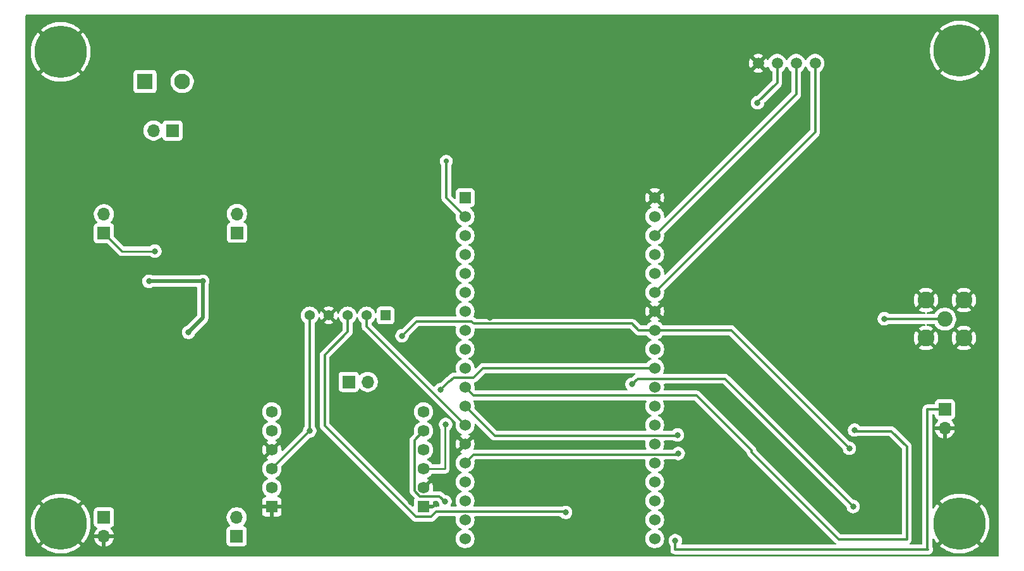
<source format=gbr>
%TF.GenerationSoftware,KiCad,Pcbnew,9.0.2*%
%TF.CreationDate,2025-07-21T01:26:10-05:00*%
%TF.ProjectId,lorae22,6c6f7261-6532-4322-9e6b-696361645f70,rev?*%
%TF.SameCoordinates,Original*%
%TF.FileFunction,Copper,L2,Bot*%
%TF.FilePolarity,Positive*%
%FSLAX46Y46*%
G04 Gerber Fmt 4.6, Leading zero omitted, Abs format (unit mm)*
G04 Created by KiCad (PCBNEW 9.0.2) date 2025-07-21 01:26:10*
%MOMM*%
%LPD*%
G01*
G04 APERTURE LIST*
%TA.AperFunction,ComponentPad*%
%ADD10R,2.100000X2.100000*%
%TD*%
%TA.AperFunction,ComponentPad*%
%ADD11C,2.100000*%
%TD*%
%TA.AperFunction,ComponentPad*%
%ADD12R,1.530000X1.530000*%
%TD*%
%TA.AperFunction,ComponentPad*%
%ADD13C,1.530000*%
%TD*%
%TA.AperFunction,ComponentPad*%
%ADD14R,1.700000X1.700000*%
%TD*%
%TA.AperFunction,ComponentPad*%
%ADD15O,1.700000X1.700000*%
%TD*%
%TA.AperFunction,ComponentPad*%
%ADD16R,1.590000X1.590000*%
%TD*%
%TA.AperFunction,ComponentPad*%
%ADD17C,1.590000*%
%TD*%
%TA.AperFunction,ComponentPad*%
%ADD18C,3.900000*%
%TD*%
%TA.AperFunction,ConnectorPad*%
%ADD19C,7.000000*%
%TD*%
%TA.AperFunction,ComponentPad*%
%ADD20C,2.050000*%
%TD*%
%TA.AperFunction,ComponentPad*%
%ADD21C,2.250000*%
%TD*%
%TA.AperFunction,ComponentPad*%
%ADD22R,1.370000X1.370000*%
%TD*%
%TA.AperFunction,ComponentPad*%
%ADD23C,1.370000*%
%TD*%
%TA.AperFunction,ComponentPad*%
%ADD24C,1.520000*%
%TD*%
%TA.AperFunction,ViaPad*%
%ADD25C,0.800000*%
%TD*%
%TA.AperFunction,ViaPad*%
%ADD26C,0.700000*%
%TD*%
%TA.AperFunction,Conductor*%
%ADD27C,0.500000*%
%TD*%
%TA.AperFunction,Conductor*%
%ADD28C,0.250000*%
%TD*%
%TA.AperFunction,Conductor*%
%ADD29C,0.350000*%
%TD*%
%TA.AperFunction,Conductor*%
%ADD30C,0.300000*%
%TD*%
G04 APERTURE END LIST*
D10*
%TO.P,J4,1,1*%
%TO.N,+12V*%
X101870000Y-63190000D03*
D11*
%TO.P,J4,2,2*%
%TO.N,GND1*%
X106870000Y-63190000D03*
%TD*%
D12*
%TO.P,U1,1,3V3*%
%TO.N,+3V3*%
X144760000Y-78760000D03*
D13*
%TO.P,U1,2,EN*%
%TO.N,Net-(U1-EN)*%
X144760000Y-81300000D03*
%TO.P,U1,3,SENSOR_VP*%
%TO.N,unconnected-(U1-SENSOR_VP-Pad3)*%
X144760000Y-83840000D03*
%TO.P,U1,4,SENSOR_VN*%
%TO.N,unconnected-(U1-SENSOR_VN-Pad4)*%
X144760000Y-86380000D03*
%TO.P,U1,5,IO34*%
%TO.N,unconnected-(U1-IO34-Pad5)*%
X144760000Y-88920000D03*
%TO.P,U1,6,IO35*%
%TO.N,unconnected-(U1-IO35-Pad6)*%
X144760000Y-91460000D03*
%TO.P,U1,7,IO32*%
%TO.N,BUSY*%
X144760000Y-94000000D03*
%TO.P,U1,8,IO33*%
%TO.N,DIO1*%
X144760000Y-96540000D03*
%TO.P,U1,9,IO25*%
%TO.N,unconnected-(U1-IO25-Pad9)*%
X144760000Y-99080000D03*
%TO.P,U1,10,IO26*%
%TO.N,unconnected-(U1-IO26-Pad10)*%
X144760000Y-101620000D03*
%TO.P,U1,11,IO27*%
%TO.N,MOSI*%
X144760000Y-104160000D03*
%TO.P,U1,12,IO14*%
%TO.N,RXEN*%
X144760000Y-106700000D03*
%TO.P,U1,13,IO12*%
%TO.N,RXD1*%
X144760000Y-109240000D03*
%TO.P,U1,14,GND*%
%TO.N,GND*%
X144760000Y-111780000D03*
%TO.P,U1,15,IO13*%
%TO.N,TXEN*%
X144760000Y-114320000D03*
%TO.P,U1,16,SD2*%
%TO.N,unconnected-(U1-SD2-Pad16)*%
X144760000Y-116860000D03*
%TO.P,U1,17,SD3*%
%TO.N,unconnected-(U1-SD3-Pad17)*%
X144760000Y-119400000D03*
%TO.P,U1,18,CMD*%
%TO.N,unconnected-(U1-CMD-Pad18)*%
X144760000Y-121940000D03*
%TO.P,U1,19,EXT_5V*%
%TO.N,+5V*%
X144760000Y-124480000D03*
%TO.P,U1,20,CLK*%
%TO.N,unconnected-(U1-CLK-Pad20)*%
X170160000Y-124480000D03*
%TO.P,U1,21,SD0*%
%TO.N,unconnected-(U1-SD0-Pad21)*%
X170160000Y-121940000D03*
%TO.P,U1,22,SD1*%
%TO.N,unconnected-(U1-SD1-Pad22)*%
X170160000Y-119400000D03*
%TO.P,U1,23,IO15*%
%TO.N,TXD1*%
X170160000Y-116860000D03*
%TO.P,U1,24,IO2*%
%TO.N,unconnected-(U1-IO2-Pad24)*%
X170160000Y-114320000D03*
%TO.P,U1,25,IO0*%
%TO.N,unconnected-(U1-IO0-Pad25)*%
X170160000Y-111780000D03*
%TO.P,U1,26,IO4*%
%TO.N,ALM1*%
X170160000Y-109240000D03*
%TO.P,U1,27,IO16*%
%TO.N,SSa*%
X170160000Y-106700000D03*
%TO.P,U1,28,IO17*%
%TO.N,RESETa*%
X170160000Y-104160000D03*
%TO.P,U1,29,IO5*%
%TO.N,SCK*%
X170160000Y-101620000D03*
%TO.P,U1,30,IO18*%
%TO.N,NSS*%
X170160000Y-99080000D03*
%TO.P,U1,31,IO19*%
%TO.N,MISO*%
X170160000Y-96540000D03*
%TO.P,U1,32,GND*%
%TO.N,GND*%
X170160000Y-94000000D03*
%TO.P,U1,33,IO21*%
%TO.N,SDA*%
X170160000Y-91460000D03*
%TO.P,U1,34,RXD0*%
%TO.N,unconnected-(U1-RXD0-Pad34)*%
X170160000Y-88920000D03*
%TO.P,U1,35,TXD0*%
%TO.N,unconnected-(U1-TXD0-Pad35)*%
X170160000Y-86380000D03*
%TO.P,U1,36,IO22*%
%TO.N,SCL*%
X170160000Y-83840000D03*
%TO.P,U1,37,IO23*%
%TO.N,RESET*%
X170160000Y-81300000D03*
%TO.P,U1,38,GND*%
%TO.N,GND*%
X170160000Y-78760000D03*
%TD*%
D14*
%TO.P,JP4,1,A*%
%TO.N,+5V*%
X114160000Y-124165000D03*
D15*
%TO.P,JP4,2,B*%
%TO.N,unconnected-(JP4-B-Pad2)*%
X114160000Y-121625000D03*
%TD*%
D14*
%TO.P,JP1,1,A*%
%TO.N,+12V*%
X129175000Y-103460000D03*
D15*
%TO.P,JP1,2,B*%
%TO.N,GND1*%
X131715000Y-103460000D03*
%TD*%
D14*
%TO.P,JP2,1,A*%
%TO.N,GNDA*%
X96380000Y-83535000D03*
D15*
%TO.P,JP2,2,B*%
%TO.N,unconnected-(JP2-B-Pad2)*%
X96380000Y-80995000D03*
%TD*%
D16*
%TO.P,U3,J1_1,GND*%
%TO.N,GND*%
X139180000Y-120200000D03*
D17*
%TO.P,U3,J1_2,GND*%
X139180000Y-117660000D03*
%TO.P,U3,J1_3,MOSI*%
%TO.N,MOSI*%
X139180000Y-115120000D03*
%TO.P,U3,J1_4,SCLK*%
%TO.N,SCK*%
X139180000Y-112580000D03*
%TO.P,U3,J1_5,~{SS}*%
%TO.N,SSa*%
X139180000Y-110040000D03*
%TO.P,U3,J1_6,~{INT}*%
%TO.N,unconnected-(U3-~{INT}-PadJ1_6)*%
X139180000Y-107500000D03*
D16*
%TO.P,U3,J2_1,GND*%
%TO.N,GND*%
X118860000Y-120200000D03*
D17*
%TO.P,U3,J2_2,3V3D*%
%TO.N,+3V3*%
X118860000Y-117660000D03*
%TO.P,U3,J2_3,3V3D*%
X118860000Y-115120000D03*
%TO.P,U3,J2_4,PWDN*%
%TO.N,GND*%
X118860000Y-112580000D03*
%TO.P,U3,J2_5,~{RESET}*%
%TO.N,RESETa*%
X118860000Y-110040000D03*
%TO.P,U3,J2_6,MISO*%
%TO.N,MISO*%
X118860000Y-107500000D03*
%TD*%
D18*
%TO.P,H2,1,1*%
%TO.N,GND*%
X211010000Y-59070000D03*
D19*
X211010000Y-59070000D03*
%TD*%
D14*
%TO.P,JP5,1,A*%
%TO.N,unconnected-(JP5-A-Pad1)*%
X96380000Y-121630000D03*
D15*
%TO.P,JP5,2,B*%
%TO.N,GND*%
X96380000Y-124170000D03*
%TD*%
D14*
%TO.P,JP3,1,A*%
%TO.N,+12VA*%
X114200000Y-83475000D03*
D15*
%TO.P,JP3,2,B*%
%TO.N,unconnected-(JP3-B-Pad2)*%
X114200000Y-80935000D03*
%TD*%
D18*
%TO.P,H1,1,1*%
%TO.N,GND*%
X90575000Y-59225000D03*
D19*
X90575000Y-59225000D03*
%TD*%
D18*
%TO.P,H4,1,1*%
%TO.N,GND*%
X90610000Y-122450000D03*
D19*
X90610000Y-122450000D03*
%TD*%
D14*
%TO.P,JP8,1,A*%
%TO.N,GND1*%
X105575000Y-69770000D03*
D15*
%TO.P,JP8,2,B*%
%TO.N,+12V*%
X103035000Y-69770000D03*
%TD*%
D14*
%TO.P,JP6,1,A*%
%TO.N,ALM1*%
X209020000Y-107135000D03*
D15*
%TO.P,JP6,2,B*%
%TO.N,GND*%
X209020000Y-109675000D03*
%TD*%
D20*
%TO.P,J1,1*%
%TO.N,Net-(U2-ANT)*%
X209020000Y-95040000D03*
D21*
%TO.P,J1,2*%
%TO.N,GND*%
X206480000Y-92500000D03*
X206480000Y-97580000D03*
X211560000Y-92500000D03*
X211560000Y-97580000D03*
%TD*%
D18*
%TO.P,H3,1,1*%
%TO.N,GND*%
X210980000Y-122450000D03*
D19*
X210980000Y-122450000D03*
%TD*%
D22*
%TO.P,J2,01,01*%
%TO.N,unconnected-(J2-Pad01)*%
X134100000Y-94560000D03*
D23*
%TO.P,J2,02,02*%
%TO.N,RXD1*%
X131560000Y-94560000D03*
%TO.P,J2,03,03*%
%TO.N,TXD1*%
X129020000Y-94560000D03*
%TO.P,J2,04,04*%
%TO.N,GND*%
X126480000Y-94560000D03*
%TO.P,J2,05,05*%
%TO.N,+3V3*%
X123940000Y-94560000D03*
%TD*%
D24*
%TO.P,J3,01,01*%
%TO.N,GND*%
X184027500Y-60762500D03*
%TO.P,J3,02,02*%
%TO.N,+3V3*%
X186567500Y-60762500D03*
%TO.P,J3,03,03*%
%TO.N,SCL*%
X189107500Y-60762500D03*
%TO.P,J3,04,04*%
%TO.N,SDA*%
X191647500Y-60762500D03*
%TD*%
D25*
%TO.N,+12V*%
X107707500Y-96815418D03*
X102400000Y-89975000D03*
X109625000Y-89975000D03*
%TO.N,GNDA*%
X103212500Y-85937500D03*
%TO.N,GND*%
X146950000Y-111230000D03*
X147590000Y-103010000D03*
X180130000Y-119290000D03*
X196060000Y-122450000D03*
X173080000Y-100240000D03*
X148930000Y-124730000D03*
X150200000Y-59080000D03*
X148070000Y-94900000D03*
X180270000Y-123880000D03*
X102410000Y-126080000D03*
X135910000Y-122010000D03*
X162230000Y-107380000D03*
X104700000Y-121550000D03*
X212910000Y-114870000D03*
X191860000Y-104270000D03*
X194720000Y-115630000D03*
X179920000Y-106300000D03*
X120740000Y-76790000D03*
X173640000Y-115580000D03*
X195930000Y-71860000D03*
X137800000Y-75500000D03*
X137530000Y-119610000D03*
X189430000Y-100470000D03*
X148090000Y-88700000D03*
X177570000Y-73040000D03*
X162010000Y-73150000D03*
X187430000Y-124120000D03*
X185520000Y-81950000D03*
X119300000Y-63380000D03*
X149560000Y-107710000D03*
X195800000Y-93750000D03*
X179490000Y-93850000D03*
D26*
X135270000Y-112920000D03*
D25*
X187590000Y-88120000D03*
X207950000Y-66280000D03*
X140850000Y-119860000D03*
X165830000Y-97070000D03*
X106740000Y-111250000D03*
X179710000Y-100240000D03*
X215640000Y-102640000D03*
X195130000Y-107710000D03*
X167550000Y-115310000D03*
X148975000Y-99425000D03*
X122880000Y-118830000D03*
X152610000Y-73090000D03*
X119190000Y-87960000D03*
X187090000Y-114530000D03*
X180240000Y-114570000D03*
X187430000Y-94500000D03*
X152220000Y-119510000D03*
X113610000Y-62090000D03*
X158220000Y-111970000D03*
X174030000Y-83990000D03*
X87050000Y-72660000D03*
X197130000Y-78810000D03*
X122170000Y-102050000D03*
X186770000Y-107730000D03*
X208910000Y-83450000D03*
X168880000Y-58230000D03*
X179060000Y-89020000D03*
X138830000Y-63490000D03*
X202580000Y-57910000D03*
X182730000Y-74870000D03*
X154790000Y-115350000D03*
X197010000Y-114210000D03*
X167340000Y-111950000D03*
X204540000Y-106020000D03*
X186760000Y-119640000D03*
X104625000Y-84625000D03*
X108560000Y-98870000D03*
X173540000Y-121590000D03*
X94080000Y-102980000D03*
X195160000Y-89130000D03*
D26*
X202560000Y-108040000D03*
D25*
X87150000Y-106520000D03*
X138360000Y-86600000D03*
X149240000Y-115310000D03*
X165410000Y-82040000D03*
X165540000Y-88990000D03*
X163290000Y-123170000D03*
X139660000Y-98720000D03*
X137290000Y-125870000D03*
X147980000Y-81500000D03*
D26*
X201910000Y-113550000D03*
D25*
%TO.N,Net-(U2-ANT)*%
X200890000Y-95000000D03*
%TO.N,+3V3*%
X123940000Y-110030000D03*
X183930000Y-66040000D03*
%TO.N,TXD1*%
X158220000Y-120960000D03*
%TO.N,ALM1*%
X172910000Y-124750000D03*
%TO.N,SSa*%
X142060000Y-119520000D03*
%TO.N,TXEN*%
X173300000Y-113060000D03*
%TO.N,MOSI*%
X142150000Y-109170000D03*
X196910000Y-109920000D03*
%TO.N,MISO*%
X136312500Y-97287500D03*
X196240000Y-112370000D03*
%TO.N,DIO1*%
X167120000Y-103790000D03*
X196740000Y-120170000D03*
%TO.N,RXEN*%
X173200000Y-110580000D03*
%TO.N,SCK*%
X141475000Y-104500000D03*
D26*
%TO.N,Net-(U1-EN)*%
X142230000Y-73880000D03*
%TD*%
D27*
%TO.N,+12V*%
X109625000Y-94897918D02*
X107707500Y-96815418D01*
X102400000Y-89975000D02*
X109625000Y-89975000D01*
X109625000Y-89975000D02*
X109625000Y-94897918D01*
D28*
%TO.N,GNDA*%
X103212500Y-85937500D02*
X98782500Y-85937500D01*
X98782500Y-85937500D02*
X96380000Y-83535000D01*
D29*
%TO.N,Net-(U2-ANT)*%
X209020000Y-95040000D02*
X200930000Y-95040000D01*
X200930000Y-95040000D02*
X200890000Y-95000000D01*
D30*
%TO.N,+3V3*%
X123940000Y-94560000D02*
X123940000Y-110030000D01*
X186567500Y-63342500D02*
X186567500Y-60762500D01*
X123940000Y-110040000D02*
X118860000Y-115120000D01*
X123940000Y-110030000D02*
X123940000Y-110040000D01*
X183930000Y-65980000D02*
X186567500Y-63342500D01*
X183930000Y-66040000D02*
X183930000Y-65980000D01*
%TO.N,RXD1*%
X131560000Y-96040000D02*
X144760000Y-109240000D01*
X131560000Y-94560000D02*
X131560000Y-96040000D01*
%TO.N,TXD1*%
X158085000Y-120825000D02*
X140915000Y-120825000D01*
X125950000Y-99830000D02*
X129020000Y-96760000D01*
X138161671Y-121545156D02*
X125950000Y-109333485D01*
X129020000Y-96760000D02*
X129020000Y-94560000D01*
X125950000Y-109333485D02*
X125950000Y-99830000D01*
X140915000Y-120825000D02*
X140194844Y-121545156D01*
X140194844Y-121545156D02*
X138161671Y-121545156D01*
X158220000Y-120960000D02*
X158085000Y-120825000D01*
%TO.N,SDA*%
X191647500Y-69972500D02*
X191647500Y-60762500D01*
X170160000Y-91460000D02*
X191647500Y-69972500D01*
%TO.N,SCL*%
X170160000Y-83840000D02*
X189107500Y-64892500D01*
X189107500Y-64892500D02*
X189107500Y-60762500D01*
%TO.N,ALM1*%
X172910000Y-124750000D02*
X172910000Y-125940000D01*
X206780000Y-125940000D02*
X206680000Y-125840000D01*
X172910000Y-125940000D02*
X206780000Y-125940000D01*
X206680000Y-125840000D02*
X206680000Y-107190000D01*
X206680000Y-107190000D02*
X206680000Y-107135000D01*
X206680000Y-107135000D02*
X209020000Y-107135000D01*
%TO.N,SSa*%
X142060000Y-119520000D02*
X141345000Y-118805000D01*
X138705725Y-118805000D02*
X137960000Y-118059275D01*
X141345000Y-118805000D02*
X138705725Y-118805000D01*
X137960000Y-118059275D02*
X137960000Y-111260000D01*
X137960000Y-111260000D02*
X139180000Y-110040000D01*
%TO.N,TXEN*%
X145875000Y-113205000D02*
X173155000Y-113205000D01*
X173155000Y-113205000D02*
X173300000Y-113060000D01*
X144760000Y-114320000D02*
X145875000Y-113205000D01*
D28*
%TO.N,MOSI*%
X142050000Y-115120000D02*
X142060000Y-115110000D01*
D30*
X183120000Y-112630000D02*
X183120000Y-112870000D01*
X194810000Y-124560000D02*
X203920000Y-124560000D01*
X197050000Y-110060000D02*
X196910000Y-109920000D01*
D28*
X142060000Y-109260000D02*
X142150000Y-109170000D01*
D30*
X201870000Y-110060000D02*
X197050000Y-110060000D01*
X144760000Y-104160000D02*
X145875000Y-105275000D01*
X183120000Y-112870000D02*
X194810000Y-124560000D01*
D28*
X142060000Y-115110000D02*
X142060000Y-109260000D01*
D30*
X175765000Y-105275000D02*
X183120000Y-112630000D01*
X203920000Y-112110000D02*
X201870000Y-110060000D01*
X145875000Y-105275000D02*
X175765000Y-105275000D01*
D28*
X139180000Y-115120000D02*
X142050000Y-115120000D01*
D30*
X142140000Y-109180000D02*
X142150000Y-109170000D01*
X203920000Y-124560000D02*
X203920000Y-112110000D01*
%TO.N,MISO*%
X167100000Y-95650000D02*
X145950000Y-95650000D01*
X145650000Y-95350000D02*
X138250000Y-95350000D01*
X145825000Y-95525000D02*
X145650000Y-95350000D01*
X180410000Y-96540000D02*
X196240000Y-112370000D01*
X167990000Y-96540000D02*
X167100000Y-95650000D01*
X136312500Y-97287500D02*
X136300000Y-97300000D01*
X138250000Y-95350000D02*
X136312500Y-97287500D01*
X170160000Y-96540000D02*
X180410000Y-96540000D01*
X145950000Y-95650000D02*
X145825000Y-95525000D01*
X170160000Y-96540000D02*
X167990000Y-96540000D01*
%TO.N,DIO1*%
X167865000Y-103045000D02*
X179615000Y-103045000D01*
X179615000Y-103045000D02*
X196740000Y-120170000D01*
X167120000Y-103790000D02*
X167865000Y-103045000D01*
%TO.N,RXEN*%
X173115000Y-110665000D02*
X173200000Y-110580000D01*
X148725000Y-110665000D02*
X173115000Y-110665000D01*
X144760000Y-106700000D02*
X148725000Y-110665000D01*
%TO.N,SCK*%
X142550000Y-103425000D02*
X141475000Y-104500000D01*
X147155000Y-101620000D02*
X145900000Y-102875000D01*
X142700000Y-103425000D02*
X142550000Y-103425000D01*
X143250000Y-102875000D02*
X142700000Y-103425000D01*
X145900000Y-102875000D02*
X143250000Y-102875000D01*
X170160000Y-101620000D02*
X147155000Y-101620000D01*
%TO.N,Net-(U1-EN)*%
X144760000Y-81300000D02*
X142230000Y-78770000D01*
X142230000Y-78770000D02*
X142230000Y-73880000D01*
%TD*%
%TA.AperFunction,Conductor*%
%TO.N,GND*%
G36*
X141091231Y-119475185D02*
G01*
X141111873Y-119491819D01*
X141123181Y-119503127D01*
X141156666Y-119564450D01*
X141159500Y-119590808D01*
X141159500Y-119608695D01*
X141194103Y-119782658D01*
X141194106Y-119782667D01*
X141261983Y-119946540D01*
X141261990Y-119946553D01*
X141285414Y-119981609D01*
X141306292Y-120048287D01*
X141287807Y-120115667D01*
X141235829Y-120162357D01*
X141182312Y-120174500D01*
X140850929Y-120174500D01*
X140725261Y-120199497D01*
X140725255Y-120199499D01*
X140606870Y-120248535D01*
X140500331Y-120319722D01*
X140500330Y-120319723D01*
X140454788Y-120365266D01*
X140406371Y-120413682D01*
X140345051Y-120447166D01*
X140318692Y-120450000D01*
X139647653Y-120450000D01*
X139673881Y-120404572D01*
X139710000Y-120269776D01*
X139710000Y-120130224D01*
X139673881Y-119995428D01*
X139647653Y-119950000D01*
X140475000Y-119950000D01*
X140475000Y-119579500D01*
X140494685Y-119512461D01*
X140547489Y-119466706D01*
X140599000Y-119455500D01*
X141024192Y-119455500D01*
X141091231Y-119475185D01*
G37*
%TD.AperFunction*%
%TA.AperFunction,Conductor*%
G36*
X130344711Y-94777697D02*
G01*
X130396187Y-94824941D01*
X130407931Y-94850656D01*
X130461352Y-95015071D01*
X130461354Y-95015074D01*
X130546069Y-95181338D01*
X130655751Y-95332302D01*
X130655753Y-95332304D01*
X130787701Y-95464252D01*
X130858384Y-95515605D01*
X130901051Y-95570935D01*
X130909500Y-95615924D01*
X130909500Y-96104069D01*
X130909500Y-96104071D01*
X130909499Y-96104071D01*
X130929295Y-96203584D01*
X130931525Y-96214792D01*
X130934499Y-96229744D01*
X130983535Y-96348127D01*
X131054100Y-96453736D01*
X131054726Y-96454673D01*
X131054727Y-96454674D01*
X142878194Y-108278140D01*
X143483453Y-108883399D01*
X143516938Y-108944722D01*
X143518245Y-108990477D01*
X143498085Y-109117769D01*
X143494500Y-109140403D01*
X143494500Y-109339597D01*
X143498998Y-109367993D01*
X143525661Y-109536340D01*
X143525661Y-109536343D01*
X143587213Y-109725780D01*
X143672071Y-109892323D01*
X143677647Y-109903266D01*
X143794731Y-110064418D01*
X143935582Y-110205269D01*
X144096734Y-110322353D01*
X144186909Y-110368299D01*
X144248722Y-110399795D01*
X144299518Y-110447770D01*
X144316313Y-110515591D01*
X144293776Y-110581726D01*
X144248723Y-110620764D01*
X144096993Y-110698075D01*
X144059135Y-110725580D01*
X144059135Y-110725581D01*
X144622425Y-111288871D01*
X144563147Y-111304755D01*
X144446853Y-111371898D01*
X144351898Y-111466853D01*
X144284755Y-111583147D01*
X144268871Y-111642425D01*
X143705581Y-111079135D01*
X143705580Y-111079135D01*
X143678077Y-111116990D01*
X143587679Y-111294405D01*
X143526147Y-111483777D01*
X143495000Y-111680436D01*
X143495000Y-111879563D01*
X143526147Y-112076222D01*
X143587679Y-112265594D01*
X143678077Y-112443008D01*
X143705580Y-112480863D01*
X143705581Y-112480864D01*
X144268871Y-111917574D01*
X144284755Y-111976853D01*
X144351898Y-112093147D01*
X144446853Y-112188102D01*
X144563147Y-112255245D01*
X144622424Y-112271128D01*
X144059134Y-112834417D01*
X144096994Y-112861924D01*
X144248722Y-112939234D01*
X144299518Y-112987209D01*
X144316313Y-113055030D01*
X144293776Y-113121165D01*
X144248723Y-113160203D01*
X144096735Y-113237645D01*
X143983997Y-113319555D01*
X143935582Y-113354731D01*
X143935580Y-113354733D01*
X143935579Y-113354733D01*
X143794733Y-113495579D01*
X143794733Y-113495580D01*
X143794731Y-113495582D01*
X143744447Y-113564790D01*
X143677647Y-113656733D01*
X143587213Y-113834219D01*
X143525661Y-114023656D01*
X143525661Y-114023659D01*
X143519917Y-114059925D01*
X143494500Y-114220403D01*
X143494500Y-114419597D01*
X143498268Y-114443385D01*
X143525661Y-114616340D01*
X143525661Y-114616343D01*
X143587213Y-114805780D01*
X143592746Y-114816639D01*
X143677647Y-114983266D01*
X143794731Y-115144418D01*
X143935582Y-115285269D01*
X144096734Y-115402353D01*
X144166453Y-115437877D01*
X144248172Y-115479515D01*
X144298968Y-115527490D01*
X144315763Y-115595311D01*
X144293225Y-115661446D01*
X144248172Y-115700485D01*
X144096733Y-115777647D01*
X144004790Y-115844447D01*
X143935582Y-115894731D01*
X143935580Y-115894733D01*
X143935579Y-115894733D01*
X143794733Y-116035579D01*
X143794733Y-116035580D01*
X143794731Y-116035582D01*
X143744447Y-116104790D01*
X143677647Y-116196733D01*
X143587213Y-116374219D01*
X143525661Y-116563656D01*
X143525661Y-116563659D01*
X143525661Y-116563661D01*
X143494500Y-116760403D01*
X143494500Y-116959597D01*
X143497932Y-116981266D01*
X143525661Y-117156340D01*
X143525661Y-117156343D01*
X143587213Y-117345780D01*
X143592746Y-117356639D01*
X143677647Y-117523266D01*
X143794731Y-117684418D01*
X143935582Y-117825269D01*
X144096734Y-117942353D01*
X144166453Y-117977877D01*
X144248172Y-118019515D01*
X144298968Y-118067490D01*
X144315763Y-118135311D01*
X144293225Y-118201446D01*
X144248172Y-118240485D01*
X144096733Y-118317647D01*
X144028255Y-118367400D01*
X143935582Y-118434731D01*
X143935580Y-118434733D01*
X143935579Y-118434733D01*
X143794733Y-118575579D01*
X143794733Y-118575580D01*
X143794731Y-118575582D01*
X143789210Y-118583181D01*
X143677647Y-118736733D01*
X143587213Y-118914219D01*
X143525661Y-119103656D01*
X143525661Y-119103659D01*
X143525661Y-119103661D01*
X143494500Y-119300403D01*
X143494500Y-119499597D01*
X143504772Y-119564450D01*
X143525661Y-119696340D01*
X143525661Y-119696343D01*
X143587213Y-119885780D01*
X143642459Y-119994205D01*
X143655355Y-120062874D01*
X143629079Y-120127615D01*
X143571973Y-120167872D01*
X143531974Y-120174500D01*
X142937688Y-120174500D01*
X142870649Y-120154815D01*
X142824894Y-120102011D01*
X142814950Y-120032853D01*
X142834586Y-119981609D01*
X142858009Y-119946553D01*
X142858009Y-119946552D01*
X142858013Y-119946547D01*
X142925894Y-119782666D01*
X142933696Y-119743446D01*
X142960499Y-119608695D01*
X142960500Y-119608693D01*
X142960500Y-119431306D01*
X142960499Y-119431304D01*
X142925896Y-119257341D01*
X142925893Y-119257332D01*
X142922779Y-119249815D01*
X142886784Y-119162913D01*
X142858016Y-119093459D01*
X142858009Y-119093446D01*
X142759464Y-118945965D01*
X142759461Y-118945961D01*
X142634038Y-118820538D01*
X142634034Y-118820535D01*
X142486553Y-118721990D01*
X142486540Y-118721983D01*
X142322667Y-118654106D01*
X142322658Y-118654103D01*
X142148694Y-118619500D01*
X142148691Y-118619500D01*
X142130808Y-118619500D01*
X142063769Y-118599815D01*
X142043127Y-118583181D01*
X141759674Y-118299727D01*
X141759673Y-118299726D01*
X141759669Y-118299723D01*
X141653127Y-118228535D01*
X141649940Y-118227215D01*
X141534744Y-118179499D01*
X141534738Y-118179497D01*
X141409071Y-118154500D01*
X141409069Y-118154500D01*
X140551642Y-118154500D01*
X140484603Y-118134815D01*
X140438848Y-118082011D01*
X140428904Y-118012853D01*
X140433711Y-117992183D01*
X140443110Y-117963254D01*
X140443111Y-117963247D01*
X140475000Y-117761917D01*
X140475000Y-117558082D01*
X140443111Y-117356752D01*
X140443111Y-117356749D01*
X140380124Y-117162895D01*
X140380122Y-117162892D01*
X140287586Y-116981279D01*
X140287578Y-116981266D01*
X140255895Y-116937658D01*
X140255894Y-116937657D01*
X139687457Y-117506094D01*
X139673881Y-117455428D01*
X139604105Y-117334573D01*
X139505427Y-117235895D01*
X139384572Y-117166119D01*
X139333903Y-117152542D01*
X139902341Y-116584104D01*
X139858728Y-116552417D01*
X139757356Y-116500765D01*
X139706560Y-116452790D01*
X139689765Y-116384969D01*
X139712303Y-116318834D01*
X139757355Y-116279796D01*
X139858990Y-116228011D01*
X140023962Y-116108152D01*
X140168152Y-115963962D01*
X140288011Y-115798990D01*
X140289737Y-115796615D01*
X140345067Y-115753949D01*
X140390055Y-115745500D01*
X142111607Y-115745500D01*
X142172029Y-115733481D01*
X142232452Y-115721463D01*
X142265792Y-115707652D01*
X142346286Y-115674312D01*
X142397509Y-115640084D01*
X142448733Y-115605858D01*
X142535858Y-115518733D01*
X142545858Y-115508733D01*
X142580084Y-115457509D01*
X142614312Y-115406286D01*
X142661463Y-115292451D01*
X142685500Y-115171607D01*
X142685500Y-115048393D01*
X142685500Y-109959362D01*
X142705185Y-109892323D01*
X142721819Y-109871681D01*
X142849461Y-109744038D01*
X142849464Y-109744035D01*
X142948013Y-109596547D01*
X142990716Y-109493453D01*
X143015894Y-109432666D01*
X143015896Y-109432658D01*
X143038964Y-109316682D01*
X143050500Y-109258691D01*
X143050500Y-109081309D01*
X143050500Y-109081306D01*
X143050499Y-109081304D01*
X143015896Y-108907341D01*
X143015893Y-108907332D01*
X142948016Y-108743459D01*
X142948009Y-108743446D01*
X142857860Y-108608530D01*
X142857859Y-108608529D01*
X142849464Y-108595965D01*
X142724035Y-108470536D01*
X142711470Y-108462140D01*
X142711468Y-108462138D01*
X142576553Y-108371990D01*
X142576540Y-108371983D01*
X142412667Y-108304106D01*
X142412658Y-108304103D01*
X142238694Y-108269500D01*
X142238691Y-108269500D01*
X142061309Y-108269500D01*
X142061306Y-108269500D01*
X141887341Y-108304103D01*
X141887332Y-108304106D01*
X141723459Y-108371983D01*
X141723446Y-108371990D01*
X141575965Y-108470535D01*
X141575961Y-108470538D01*
X141450538Y-108595961D01*
X141450535Y-108595965D01*
X141351990Y-108743446D01*
X141351983Y-108743459D01*
X141284106Y-108907332D01*
X141284103Y-108907341D01*
X141249500Y-109081304D01*
X141249500Y-109258695D01*
X141284103Y-109432658D01*
X141284106Y-109432666D01*
X141351984Y-109596542D01*
X141351985Y-109596543D01*
X141351987Y-109596547D01*
X141382099Y-109641612D01*
X141413602Y-109688759D01*
X141434480Y-109755436D01*
X141434500Y-109757650D01*
X141434500Y-114370500D01*
X141414815Y-114437539D01*
X141362011Y-114483294D01*
X141310500Y-114494500D01*
X140390055Y-114494500D01*
X140323016Y-114474815D01*
X140289737Y-114443385D01*
X140168154Y-114276041D01*
X140168149Y-114276035D01*
X140023964Y-114131850D01*
X140023962Y-114131848D01*
X139858990Y-114011989D01*
X139757906Y-113960484D01*
X139707111Y-113912511D01*
X139690316Y-113844690D01*
X139712853Y-113778555D01*
X139757906Y-113739515D01*
X139858990Y-113688011D01*
X140023962Y-113568152D01*
X140168152Y-113423962D01*
X140288011Y-113258990D01*
X140380587Y-113077299D01*
X140443601Y-112883364D01*
X140468389Y-112726856D01*
X140475500Y-112681963D01*
X140475500Y-112478036D01*
X140450766Y-112321873D01*
X140443601Y-112276636D01*
X140380587Y-112082701D01*
X140288011Y-111901010D01*
X140168152Y-111736038D01*
X140023962Y-111591848D01*
X139858990Y-111471989D01*
X139757906Y-111420484D01*
X139707111Y-111372511D01*
X139690316Y-111304690D01*
X139712853Y-111238555D01*
X139757906Y-111199515D01*
X139858990Y-111148011D01*
X140023962Y-111028152D01*
X140168152Y-110883962D01*
X140288011Y-110718990D01*
X140380587Y-110537299D01*
X140443601Y-110343364D01*
X140465473Y-110205269D01*
X140475500Y-110141963D01*
X140475500Y-109938036D01*
X140448463Y-109767334D01*
X140443601Y-109736636D01*
X140380587Y-109542701D01*
X140288011Y-109361010D01*
X140168152Y-109196038D01*
X140023962Y-109051848D01*
X139858990Y-108931989D01*
X139757906Y-108880484D01*
X139707111Y-108832511D01*
X139690316Y-108764690D01*
X139712853Y-108698555D01*
X139757906Y-108659515D01*
X139858990Y-108608011D01*
X140023962Y-108488152D01*
X140168152Y-108343962D01*
X140288011Y-108178990D01*
X140380587Y-107997299D01*
X140443601Y-107803364D01*
X140465473Y-107665269D01*
X140475500Y-107601963D01*
X140475500Y-107398036D01*
X140443601Y-107196639D01*
X140443601Y-107196636D01*
X140380587Y-107002701D01*
X140288011Y-106821010D01*
X140168152Y-106656038D01*
X140023962Y-106511848D01*
X139858990Y-106391989D01*
X139677299Y-106299413D01*
X139483364Y-106236399D01*
X139483362Y-106236398D01*
X139483360Y-106236398D01*
X139281963Y-106204500D01*
X139281958Y-106204500D01*
X139078042Y-106204500D01*
X139078037Y-106204500D01*
X138876639Y-106236398D01*
X138682698Y-106299414D01*
X138501009Y-106391989D01*
X138336035Y-106511850D01*
X138191850Y-106656035D01*
X138071989Y-106821009D01*
X137979414Y-107002698D01*
X137916398Y-107196639D01*
X137884500Y-107398036D01*
X137884500Y-107601963D01*
X137915344Y-107796706D01*
X137916399Y-107803364D01*
X137979413Y-107997299D01*
X138071989Y-108178990D01*
X138191848Y-108343962D01*
X138336038Y-108488152D01*
X138501010Y-108608011D01*
X138525604Y-108620542D01*
X138602092Y-108659515D01*
X138652888Y-108707490D01*
X138669683Y-108775311D01*
X138647145Y-108841446D01*
X138602092Y-108880485D01*
X138501009Y-108931989D01*
X138336035Y-109051850D01*
X138191850Y-109196035D01*
X138071989Y-109361009D01*
X137979414Y-109542698D01*
X137916398Y-109736639D01*
X137884500Y-109938036D01*
X137884500Y-110141963D01*
X137912024Y-110315742D01*
X137903069Y-110385035D01*
X137877232Y-110422821D01*
X137454724Y-110845329D01*
X137454723Y-110845331D01*
X137397816Y-110930500D01*
X137394233Y-110935862D01*
X137383536Y-110951870D01*
X137383533Y-110951875D01*
X137334499Y-111070255D01*
X137334497Y-111070261D01*
X137309500Y-111195928D01*
X137309500Y-111195931D01*
X137309500Y-118123344D01*
X137309500Y-118123346D01*
X137309499Y-118123346D01*
X137334497Y-118249013D01*
X137334499Y-118249019D01*
X137383535Y-118367402D01*
X137454723Y-118473944D01*
X137454726Y-118473948D01*
X137454727Y-118473949D01*
X137952167Y-118971388D01*
X137985652Y-119032711D01*
X137980668Y-119102402D01*
X137963754Y-119133378D01*
X137941648Y-119162907D01*
X137941645Y-119162913D01*
X137891403Y-119297620D01*
X137891401Y-119297627D01*
X137885000Y-119357155D01*
X137885000Y-120049177D01*
X137865315Y-120116216D01*
X137812511Y-120161971D01*
X137743353Y-120171915D01*
X137679797Y-120142890D01*
X137673319Y-120136858D01*
X126636819Y-109100358D01*
X126603334Y-109039035D01*
X126600500Y-109012677D01*
X126600500Y-102562135D01*
X127824500Y-102562135D01*
X127824500Y-104357870D01*
X127824501Y-104357876D01*
X127830908Y-104417483D01*
X127881202Y-104552328D01*
X127881206Y-104552335D01*
X127967452Y-104667544D01*
X127967455Y-104667547D01*
X128082664Y-104753793D01*
X128082671Y-104753797D01*
X128217517Y-104804091D01*
X128217516Y-104804091D01*
X128224444Y-104804835D01*
X128277127Y-104810500D01*
X130072872Y-104810499D01*
X130132483Y-104804091D01*
X130267331Y-104753796D01*
X130382546Y-104667546D01*
X130468796Y-104552331D01*
X130517810Y-104420916D01*
X130559681Y-104364984D01*
X130625145Y-104340566D01*
X130693418Y-104355417D01*
X130721673Y-104376569D01*
X130835213Y-104490109D01*
X131007179Y-104615048D01*
X131007181Y-104615049D01*
X131007184Y-104615051D01*
X131196588Y-104711557D01*
X131398757Y-104777246D01*
X131608713Y-104810500D01*
X131608714Y-104810500D01*
X131821286Y-104810500D01*
X131821287Y-104810500D01*
X132031243Y-104777246D01*
X132233412Y-104711557D01*
X132422816Y-104615051D01*
X132509138Y-104552335D01*
X132594786Y-104490109D01*
X132594788Y-104490106D01*
X132594792Y-104490104D01*
X132745104Y-104339792D01*
X132745106Y-104339788D01*
X132745109Y-104339786D01*
X132870048Y-104167820D01*
X132870047Y-104167820D01*
X132870051Y-104167816D01*
X132966557Y-103978412D01*
X133032246Y-103776243D01*
X133065500Y-103566287D01*
X133065500Y-103353713D01*
X133032246Y-103143757D01*
X132966557Y-102941588D01*
X132870051Y-102752184D01*
X132870049Y-102752181D01*
X132870048Y-102752179D01*
X132745109Y-102580213D01*
X132594786Y-102429890D01*
X132422820Y-102304951D01*
X132233414Y-102208444D01*
X132233413Y-102208443D01*
X132233412Y-102208443D01*
X132031243Y-102142754D01*
X132031241Y-102142753D01*
X132031240Y-102142753D01*
X131869957Y-102117208D01*
X131821287Y-102109500D01*
X131608713Y-102109500D01*
X131560042Y-102117208D01*
X131398760Y-102142753D01*
X131196585Y-102208444D01*
X131007179Y-102304951D01*
X130835215Y-102429889D01*
X130721673Y-102543431D01*
X130660350Y-102576915D01*
X130590658Y-102571931D01*
X130534725Y-102530059D01*
X130517810Y-102499082D01*
X130468797Y-102367671D01*
X130468793Y-102367664D01*
X130382547Y-102252455D01*
X130382544Y-102252452D01*
X130267335Y-102166206D01*
X130267328Y-102166202D01*
X130132482Y-102115908D01*
X130132483Y-102115908D01*
X130072883Y-102109501D01*
X130072881Y-102109500D01*
X130072873Y-102109500D01*
X130072864Y-102109500D01*
X128277129Y-102109500D01*
X128277123Y-102109501D01*
X128217516Y-102115908D01*
X128082671Y-102166202D01*
X128082664Y-102166206D01*
X127967455Y-102252452D01*
X127967452Y-102252455D01*
X127881206Y-102367664D01*
X127881202Y-102367671D01*
X127830908Y-102502517D01*
X127824501Y-102562116D01*
X127824500Y-102562135D01*
X126600500Y-102562135D01*
X126600500Y-100150808D01*
X126620185Y-100083769D01*
X126636819Y-100063127D01*
X129525272Y-97174674D01*
X129525277Y-97174669D01*
X129596466Y-97068126D01*
X129625189Y-96998779D01*
X129645501Y-96949744D01*
X129663165Y-96860946D01*
X129670500Y-96824071D01*
X129670500Y-95615924D01*
X129690185Y-95548885D01*
X129721616Y-95515605D01*
X129792298Y-95464252D01*
X129792298Y-95464251D01*
X129792302Y-95464249D01*
X129924249Y-95332302D01*
X130033931Y-95181338D01*
X130118646Y-95015074D01*
X130135507Y-94963181D01*
X130172069Y-94850656D01*
X130211506Y-94792980D01*
X130275865Y-94765782D01*
X130344711Y-94777697D01*
G37*
%TD.AperFunction*%
%TA.AperFunction,Conductor*%
G36*
X146230703Y-109091095D02*
G01*
X146237181Y-109097127D01*
X148310325Y-111170272D01*
X148310332Y-111170278D01*
X148415552Y-111240583D01*
X148415553Y-111240583D01*
X148415559Y-111240587D01*
X148416873Y-111241465D01*
X148535256Y-111290501D01*
X148535260Y-111290501D01*
X148535261Y-111290502D01*
X148660928Y-111315500D01*
X148660931Y-111315500D01*
X148789069Y-111315500D01*
X168809628Y-111315500D01*
X168876667Y-111335185D01*
X168922422Y-111387989D01*
X168932366Y-111457147D01*
X168927559Y-111477820D01*
X168925660Y-111483662D01*
X168908525Y-111591850D01*
X168894500Y-111680403D01*
X168894500Y-111879597D01*
X168897932Y-111901266D01*
X168925661Y-112076340D01*
X168925661Y-112076343D01*
X168987213Y-112265780D01*
X168992746Y-112276639D01*
X169035493Y-112360535D01*
X169042459Y-112374205D01*
X169055355Y-112442874D01*
X169029079Y-112507615D01*
X168971973Y-112547872D01*
X168931974Y-112554500D01*
X145987466Y-112554500D01*
X145920427Y-112534815D01*
X145874672Y-112482011D01*
X145864728Y-112412853D01*
X145876981Y-112374205D01*
X145932320Y-112265594D01*
X145993852Y-112076222D01*
X146025000Y-111879563D01*
X146025000Y-111680436D01*
X145993852Y-111483777D01*
X145932320Y-111294405D01*
X145841924Y-111116994D01*
X145814417Y-111079135D01*
X145814417Y-111079134D01*
X145251128Y-111642424D01*
X145235245Y-111583147D01*
X145168102Y-111466853D01*
X145073147Y-111371898D01*
X144956853Y-111304755D01*
X144897574Y-111288871D01*
X145460864Y-110725581D01*
X145460863Y-110725580D01*
X145423008Y-110698077D01*
X145271277Y-110620765D01*
X145220481Y-110572790D01*
X145203686Y-110504969D01*
X145226224Y-110438834D01*
X145271277Y-110399795D01*
X145423266Y-110322353D01*
X145584418Y-110205269D01*
X145725269Y-110064418D01*
X145842353Y-109903266D01*
X145932785Y-109725783D01*
X145955023Y-109657341D01*
X145994338Y-109536343D01*
X145994338Y-109536342D01*
X145994339Y-109536339D01*
X146025500Y-109339597D01*
X146025500Y-109184808D01*
X146045185Y-109117769D01*
X146097989Y-109072014D01*
X146167147Y-109062070D01*
X146230703Y-109091095D01*
G37*
%TD.AperFunction*%
%TA.AperFunction,Conductor*%
G36*
X168934614Y-105926275D02*
G01*
X168937285Y-105925614D01*
X168967940Y-105936061D01*
X168999013Y-105945185D01*
X169000814Y-105947264D01*
X169003420Y-105948152D01*
X169023566Y-105973521D01*
X169044768Y-105997989D01*
X169045159Y-106000711D01*
X169046871Y-106002867D01*
X169050102Y-106035087D01*
X169054712Y-106067147D01*
X169053652Y-106070488D01*
X169053843Y-106072388D01*
X169042459Y-106105795D01*
X168987213Y-106214219D01*
X168925661Y-106403656D01*
X168925661Y-106403659D01*
X168925661Y-106403661D01*
X168894500Y-106600403D01*
X168894500Y-106799597D01*
X168901354Y-106842873D01*
X168925661Y-106996340D01*
X168925661Y-106996343D01*
X168987213Y-107185780D01*
X168992746Y-107196639D01*
X169077647Y-107363266D01*
X169194731Y-107524418D01*
X169335582Y-107665269D01*
X169496734Y-107782353D01*
X169566453Y-107817877D01*
X169648172Y-107859515D01*
X169698968Y-107907490D01*
X169715763Y-107975311D01*
X169693225Y-108041446D01*
X169648172Y-108080485D01*
X169496733Y-108157647D01*
X169404790Y-108224447D01*
X169335582Y-108274731D01*
X169335580Y-108274733D01*
X169335579Y-108274733D01*
X169194733Y-108415579D01*
X169194733Y-108415580D01*
X169194731Y-108415582D01*
X169185130Y-108428797D01*
X169077647Y-108576733D01*
X168987213Y-108754219D01*
X168925661Y-108943656D01*
X168925661Y-108943659D01*
X168898085Y-109117769D01*
X168894500Y-109140403D01*
X168894500Y-109339597D01*
X168898998Y-109367993D01*
X168925661Y-109536340D01*
X168925661Y-109536343D01*
X168987213Y-109725780D01*
X169042459Y-109834205D01*
X169055355Y-109902874D01*
X169029079Y-109967615D01*
X168971973Y-110007872D01*
X168931974Y-110014500D01*
X149045808Y-110014500D01*
X148978769Y-109994815D01*
X148958127Y-109978181D01*
X146036546Y-107056600D01*
X146003061Y-106995277D01*
X146001754Y-106949521D01*
X146021180Y-106826875D01*
X146025500Y-106799597D01*
X146025500Y-106600403D01*
X145994339Y-106403661D01*
X145994338Y-106403657D01*
X145994338Y-106403656D01*
X145932786Y-106214219D01*
X145877541Y-106105795D01*
X145864645Y-106037126D01*
X145890921Y-105972385D01*
X145948027Y-105932128D01*
X145988026Y-105925500D01*
X168931974Y-105925500D01*
X168934614Y-105926275D01*
G37*
%TD.AperFunction*%
%TA.AperFunction,Conductor*%
G36*
X167476966Y-102280039D02*
G01*
X167509648Y-102289005D01*
X167510417Y-102289861D01*
X167511519Y-102290185D01*
X167533674Y-102315753D01*
X167556337Y-102340984D01*
X167556521Y-102342120D01*
X167557274Y-102342989D01*
X167562095Y-102376520D01*
X167567513Y-102409954D01*
X167567054Y-102411007D01*
X167567218Y-102412147D01*
X167553142Y-102442967D01*
X167539627Y-102474018D01*
X167538500Y-102475029D01*
X167538193Y-102475703D01*
X167513373Y-102497600D01*
X167506015Y-102502517D01*
X167450326Y-102539726D01*
X167450325Y-102539727D01*
X167136873Y-102853181D01*
X167075550Y-102886666D01*
X167049192Y-102889500D01*
X167031306Y-102889500D01*
X166857341Y-102924103D01*
X166857332Y-102924106D01*
X166693459Y-102991983D01*
X166693446Y-102991990D01*
X166545965Y-103090535D01*
X166545961Y-103090538D01*
X166420538Y-103215961D01*
X166420535Y-103215965D01*
X166321990Y-103363446D01*
X166321983Y-103363459D01*
X166254106Y-103527332D01*
X166254103Y-103527341D01*
X166219500Y-103701304D01*
X166219500Y-103878695D01*
X166254103Y-104052658D01*
X166254106Y-104052667D01*
X166321983Y-104216540D01*
X166321990Y-104216553D01*
X166420535Y-104364034D01*
X166420538Y-104364038D01*
X166469319Y-104412819D01*
X166502804Y-104474142D01*
X166497820Y-104543834D01*
X166455948Y-104599767D01*
X166390484Y-104624184D01*
X166381638Y-104624500D01*
X146195807Y-104624500D01*
X146166366Y-104615855D01*
X146136380Y-104609332D01*
X146131364Y-104605577D01*
X146128768Y-104604815D01*
X146108126Y-104588181D01*
X146036546Y-104516601D01*
X146003061Y-104455278D01*
X146001754Y-104409522D01*
X146008958Y-104364038D01*
X146025500Y-104259597D01*
X146025500Y-104060403D01*
X145994339Y-103863661D01*
X145932785Y-103674217D01*
X145932783Y-103674214D01*
X145932417Y-103673086D01*
X145930422Y-103603244D01*
X145966502Y-103543411D01*
X146026156Y-103513150D01*
X146059408Y-103506535D01*
X146089744Y-103500501D01*
X146208127Y-103451465D01*
X146314669Y-103380277D01*
X147388127Y-102306819D01*
X147449450Y-102273334D01*
X147475808Y-102270500D01*
X167444480Y-102270500D01*
X167476966Y-102280039D01*
G37*
%TD.AperFunction*%
%TA.AperFunction,Conductor*%
G36*
X166846231Y-96320185D02*
G01*
X166866873Y-96336819D01*
X167575325Y-97045272D01*
X167575326Y-97045273D01*
X167575329Y-97045275D01*
X167575331Y-97045277D01*
X167681873Y-97116465D01*
X167800256Y-97165501D01*
X167800260Y-97165501D01*
X167800261Y-97165502D01*
X167925928Y-97190500D01*
X167925931Y-97190500D01*
X169005191Y-97190500D01*
X169072230Y-97210185D01*
X169105507Y-97241612D01*
X169194731Y-97364418D01*
X169335582Y-97505269D01*
X169496734Y-97622353D01*
X169566453Y-97657877D01*
X169648172Y-97699515D01*
X169698968Y-97747490D01*
X169715763Y-97815311D01*
X169693225Y-97881446D01*
X169648172Y-97920485D01*
X169496733Y-97997647D01*
X169404790Y-98064447D01*
X169335582Y-98114731D01*
X169335580Y-98114733D01*
X169335579Y-98114733D01*
X169194733Y-98255579D01*
X169194733Y-98255580D01*
X169194731Y-98255582D01*
X169144447Y-98324790D01*
X169077647Y-98416733D01*
X168987213Y-98594219D01*
X168925661Y-98783656D01*
X168925661Y-98783659D01*
X168925661Y-98783661D01*
X168894500Y-98980403D01*
X168894500Y-99179597D01*
X168910080Y-99277968D01*
X168925661Y-99376340D01*
X168925661Y-99376343D01*
X168987213Y-99565780D01*
X168987215Y-99565783D01*
X169077647Y-99743266D01*
X169194731Y-99904418D01*
X169335582Y-100045269D01*
X169496734Y-100162353D01*
X169566453Y-100197877D01*
X169648172Y-100239515D01*
X169698968Y-100287490D01*
X169715763Y-100355311D01*
X169693225Y-100421446D01*
X169648172Y-100460485D01*
X169496733Y-100537647D01*
X169404790Y-100604447D01*
X169335582Y-100654731D01*
X169335580Y-100654733D01*
X169335579Y-100654733D01*
X169194733Y-100795579D01*
X169105509Y-100918386D01*
X169050179Y-100961051D01*
X169005191Y-100969500D01*
X147090929Y-100969500D01*
X146965261Y-100994497D01*
X146965255Y-100994499D01*
X146846874Y-101043534D01*
X146740326Y-101114726D01*
X146740325Y-101114727D01*
X146237181Y-101617872D01*
X146175858Y-101651357D01*
X146106166Y-101646373D01*
X146050233Y-101604501D01*
X146025816Y-101539037D01*
X146025500Y-101530191D01*
X146025500Y-101520403D01*
X145994339Y-101323661D01*
X145994338Y-101323657D01*
X145994338Y-101323656D01*
X145932786Y-101134219D01*
X145886580Y-101043535D01*
X145842353Y-100956734D01*
X145725269Y-100795582D01*
X145584418Y-100654731D01*
X145423266Y-100537647D01*
X145271827Y-100460485D01*
X145221031Y-100412510D01*
X145204236Y-100344689D01*
X145226773Y-100278554D01*
X145271827Y-100239515D01*
X145281116Y-100234781D01*
X145423266Y-100162353D01*
X145584418Y-100045269D01*
X145725269Y-99904418D01*
X145842353Y-99743266D01*
X145932785Y-99565783D01*
X145981670Y-99415331D01*
X145994338Y-99376343D01*
X145994338Y-99376342D01*
X145994339Y-99376339D01*
X146025500Y-99179597D01*
X146025500Y-98980403D01*
X145994339Y-98783661D01*
X145994338Y-98783657D01*
X145994338Y-98783656D01*
X145932786Y-98594219D01*
X145849971Y-98431686D01*
X145842353Y-98416734D01*
X145725269Y-98255582D01*
X145584418Y-98114731D01*
X145423266Y-97997647D01*
X145271827Y-97920485D01*
X145221031Y-97872510D01*
X145204236Y-97804689D01*
X145226773Y-97738554D01*
X145271827Y-97699515D01*
X145307554Y-97681311D01*
X145423266Y-97622353D01*
X145584418Y-97505269D01*
X145725269Y-97364418D01*
X145842353Y-97203266D01*
X145932785Y-97025783D01*
X145972319Y-96904109D01*
X145994338Y-96836343D01*
X145994338Y-96836342D01*
X145994339Y-96836339D01*
X146025500Y-96639597D01*
X146025500Y-96440403D01*
X146025500Y-96440402D01*
X146025118Y-96435552D01*
X146027160Y-96435391D01*
X146034993Y-96374639D01*
X146079973Y-96321173D01*
X146146718Y-96300513D01*
X146148526Y-96300500D01*
X166779192Y-96300500D01*
X166846231Y-96320185D01*
G37*
%TD.AperFunction*%
%TA.AperFunction,Conductor*%
G36*
X190394727Y-61199783D02*
G01*
X190407308Y-61199244D01*
X190427173Y-61210839D01*
X190448945Y-61218259D01*
X190458218Y-61228961D01*
X190467649Y-61234466D01*
X190487984Y-61263312D01*
X190569423Y-61423146D01*
X190686044Y-61583661D01*
X190826339Y-61723956D01*
X190826342Y-61723958D01*
X190945885Y-61810811D01*
X190988551Y-61866141D01*
X190997000Y-61911129D01*
X190997000Y-69651691D01*
X190977315Y-69718730D01*
X190960681Y-69739372D01*
X171637181Y-89062872D01*
X171575858Y-89096357D01*
X171506166Y-89091373D01*
X171450233Y-89049501D01*
X171425816Y-88984037D01*
X171425500Y-88975191D01*
X171425500Y-88820403D01*
X171394339Y-88623661D01*
X171394338Y-88623657D01*
X171394338Y-88623656D01*
X171332786Y-88434219D01*
X171242352Y-88256733D01*
X171125269Y-88095582D01*
X170984418Y-87954731D01*
X170823266Y-87837647D01*
X170671827Y-87760485D01*
X170621031Y-87712510D01*
X170604236Y-87644689D01*
X170626773Y-87578554D01*
X170671827Y-87539515D01*
X170681116Y-87534781D01*
X170823266Y-87462353D01*
X170984418Y-87345269D01*
X171125269Y-87204418D01*
X171242353Y-87043266D01*
X171332785Y-86865783D01*
X171353056Y-86803396D01*
X171394338Y-86676343D01*
X171394338Y-86676342D01*
X171394339Y-86676339D01*
X171425500Y-86479597D01*
X171425500Y-86280403D01*
X171394339Y-86083661D01*
X171394338Y-86083657D01*
X171394338Y-86083656D01*
X171332786Y-85894219D01*
X171242352Y-85716733D01*
X171125269Y-85555582D01*
X170984418Y-85414731D01*
X170823266Y-85297647D01*
X170671827Y-85220485D01*
X170621031Y-85172510D01*
X170604236Y-85104689D01*
X170626773Y-85038554D01*
X170671827Y-84999515D01*
X170681116Y-84994781D01*
X170823266Y-84922353D01*
X170984418Y-84805269D01*
X171125269Y-84664418D01*
X171242353Y-84503266D01*
X171332785Y-84325783D01*
X171394339Y-84136339D01*
X171425500Y-83939597D01*
X171425500Y-83740403D01*
X171401754Y-83590477D01*
X171410709Y-83521183D01*
X171436543Y-83483401D01*
X189612776Y-65307170D01*
X189656327Y-65241990D01*
X189683964Y-65200629D01*
X189707196Y-65144542D01*
X189733001Y-65082244D01*
X189758000Y-64956569D01*
X189758000Y-61911129D01*
X189777685Y-61844090D01*
X189809115Y-61810811D01*
X189928661Y-61723956D01*
X190068956Y-61583661D01*
X190185577Y-61423146D01*
X190267015Y-61263312D01*
X190275661Y-61254158D01*
X190280396Y-61242493D01*
X190299193Y-61229241D01*
X190314989Y-61212517D01*
X190327211Y-61209490D01*
X190337502Y-61202236D01*
X190360482Y-61201250D01*
X190382810Y-61195722D01*
X190394727Y-61199783D01*
G37*
%TD.AperFunction*%
%TA.AperFunction,Conductor*%
G36*
X216135976Y-54249990D02*
G01*
X216203012Y-54269680D01*
X216248763Y-54322487D01*
X216259965Y-54374024D01*
X216240034Y-126715845D01*
X216220331Y-126782879D01*
X216167514Y-126828620D01*
X216116034Y-126839811D01*
X86002058Y-126839811D01*
X85935019Y-126820126D01*
X85889264Y-126767322D01*
X85878058Y-126715811D01*
X85878058Y-122253496D01*
X86610000Y-122253496D01*
X86610000Y-122646503D01*
X86648521Y-123037629D01*
X86725194Y-123423087D01*
X86839282Y-123799186D01*
X86989683Y-124162285D01*
X86989685Y-124162290D01*
X87174941Y-124508879D01*
X87174952Y-124508897D01*
X87393289Y-124835662D01*
X87393299Y-124835676D01*
X87608521Y-125097924D01*
X89208381Y-123498064D01*
X89291457Y-123606331D01*
X89453669Y-123768543D01*
X89561934Y-123851618D01*
X87962074Y-125451477D01*
X88224323Y-125666700D01*
X88224337Y-125666710D01*
X88551102Y-125885047D01*
X88551120Y-125885058D01*
X88897709Y-126070314D01*
X88897714Y-126070316D01*
X89260813Y-126220717D01*
X89636912Y-126334805D01*
X90022371Y-126411478D01*
X90022370Y-126411478D01*
X90413496Y-126450000D01*
X90806504Y-126450000D01*
X91197629Y-126411478D01*
X91583087Y-126334805D01*
X91959186Y-126220717D01*
X92322285Y-126070316D01*
X92322290Y-126070314D01*
X92668879Y-125885058D01*
X92668897Y-125885047D01*
X92995662Y-125666710D01*
X92995676Y-125666700D01*
X93257923Y-125451478D01*
X93257924Y-125451477D01*
X91658064Y-123851618D01*
X91766331Y-123768543D01*
X91928543Y-123606331D01*
X92011618Y-123498065D01*
X93611477Y-125097924D01*
X93611478Y-125097923D01*
X93826700Y-124835676D01*
X93826710Y-124835662D01*
X94045047Y-124508897D01*
X94045058Y-124508879D01*
X94143620Y-124324483D01*
X94143620Y-124324482D01*
X94230317Y-124162283D01*
X94380717Y-123799186D01*
X94494805Y-123423087D01*
X94571478Y-123037629D01*
X94610000Y-122646503D01*
X94610000Y-122253496D01*
X94571478Y-121862370D01*
X94494805Y-121476912D01*
X94380717Y-121100813D01*
X94246282Y-120776259D01*
X94246281Y-120776257D01*
X94230319Y-120737721D01*
X94230314Y-120737709D01*
X94227335Y-120732135D01*
X95029500Y-120732135D01*
X95029500Y-122527870D01*
X95029501Y-122527876D01*
X95035908Y-122587483D01*
X95086202Y-122722328D01*
X95086206Y-122722335D01*
X95172452Y-122837544D01*
X95172455Y-122837547D01*
X95287664Y-122923793D01*
X95287671Y-122923797D01*
X95287674Y-122923798D01*
X95419598Y-122973002D01*
X95475531Y-123014873D01*
X95499949Y-123080337D01*
X95485098Y-123148610D01*
X95463947Y-123176865D01*
X95350271Y-123290541D01*
X95225379Y-123462442D01*
X95128904Y-123651782D01*
X95063242Y-123853870D01*
X95063242Y-123853873D01*
X95052769Y-123920000D01*
X95946988Y-123920000D01*
X95914075Y-123977007D01*
X95880000Y-124104174D01*
X95880000Y-124235826D01*
X95914075Y-124362993D01*
X95946988Y-124420000D01*
X95052769Y-124420000D01*
X95063242Y-124486126D01*
X95063242Y-124486129D01*
X95128904Y-124688217D01*
X95225379Y-124877557D01*
X95350272Y-125049459D01*
X95350276Y-125049464D01*
X95500535Y-125199723D01*
X95500540Y-125199727D01*
X95672442Y-125324620D01*
X95861782Y-125421095D01*
X96063871Y-125486757D01*
X96130000Y-125497231D01*
X96130000Y-124603012D01*
X96187007Y-124635925D01*
X96314174Y-124670000D01*
X96445826Y-124670000D01*
X96572993Y-124635925D01*
X96630000Y-124603012D01*
X96630000Y-125497230D01*
X96696126Y-125486757D01*
X96696129Y-125486757D01*
X96898217Y-125421095D01*
X97087557Y-125324620D01*
X97259459Y-125199727D01*
X97259464Y-125199723D01*
X97409723Y-125049464D01*
X97409727Y-125049459D01*
X97534620Y-124877557D01*
X97631095Y-124688217D01*
X97696757Y-124486129D01*
X97696757Y-124486126D01*
X97707231Y-124420000D01*
X96813012Y-124420000D01*
X96845925Y-124362993D01*
X96880000Y-124235826D01*
X96880000Y-124104174D01*
X96845925Y-123977007D01*
X96813012Y-123920000D01*
X97707231Y-123920000D01*
X97696757Y-123853873D01*
X97696757Y-123853870D01*
X97631095Y-123651782D01*
X97534620Y-123462442D01*
X97409727Y-123290540D01*
X97409723Y-123290535D01*
X97296053Y-123176865D01*
X97262568Y-123115542D01*
X97267552Y-123045850D01*
X97309424Y-122989917D01*
X97340400Y-122973002D01*
X97472331Y-122923796D01*
X97587546Y-122837546D01*
X97673796Y-122722331D01*
X97724091Y-122587483D01*
X97730500Y-122527873D01*
X97730499Y-121518713D01*
X112809500Y-121518713D01*
X112809500Y-121731287D01*
X112819534Y-121794644D01*
X112834047Y-121886274D01*
X112842754Y-121941243D01*
X112874711Y-122039597D01*
X112908444Y-122143414D01*
X113004951Y-122332820D01*
X113129890Y-122504786D01*
X113243430Y-122618326D01*
X113276915Y-122679649D01*
X113271931Y-122749341D01*
X113230059Y-122805274D01*
X113199083Y-122822189D01*
X113067669Y-122871203D01*
X113067664Y-122871206D01*
X112952455Y-122957452D01*
X112952452Y-122957455D01*
X112866206Y-123072664D01*
X112866202Y-123072671D01*
X112815908Y-123207517D01*
X112809501Y-123267116D01*
X112809501Y-123267123D01*
X112809500Y-123267135D01*
X112809500Y-125062870D01*
X112809501Y-125062876D01*
X112815908Y-125122483D01*
X112866202Y-125257328D01*
X112866206Y-125257335D01*
X112952452Y-125372544D01*
X112952455Y-125372547D01*
X113067664Y-125458793D01*
X113067671Y-125458797D01*
X113202517Y-125509091D01*
X113202516Y-125509091D01*
X113209444Y-125509835D01*
X113262127Y-125515500D01*
X115057872Y-125515499D01*
X115117483Y-125509091D01*
X115252331Y-125458796D01*
X115367546Y-125372546D01*
X115453796Y-125257331D01*
X115504091Y-125122483D01*
X115510500Y-125062873D01*
X115510499Y-123267128D01*
X115504091Y-123207517D01*
X115503036Y-123204689D01*
X115453797Y-123072671D01*
X115453793Y-123072664D01*
X115367547Y-122957455D01*
X115367544Y-122957452D01*
X115252335Y-122871206D01*
X115252328Y-122871202D01*
X115120917Y-122822189D01*
X115064983Y-122780318D01*
X115040566Y-122714853D01*
X115055418Y-122646580D01*
X115076563Y-122618332D01*
X115190104Y-122504792D01*
X115229913Y-122450000D01*
X115315048Y-122332820D01*
X115315047Y-122332820D01*
X115315051Y-122332816D01*
X115411557Y-122143412D01*
X115477246Y-121941243D01*
X115510500Y-121731287D01*
X115510500Y-121518713D01*
X115477246Y-121308757D01*
X115411557Y-121106588D01*
X115315051Y-120917184D01*
X115315049Y-120917181D01*
X115315048Y-120917179D01*
X115190109Y-120745213D01*
X115039786Y-120594890D01*
X114907742Y-120498956D01*
X114867819Y-120469951D01*
X114867818Y-120469950D01*
X114867816Y-120469949D01*
X114678412Y-120373443D01*
X114476243Y-120307754D01*
X114476241Y-120307753D01*
X114476240Y-120307753D01*
X114314957Y-120282208D01*
X114266287Y-120274500D01*
X114053713Y-120274500D01*
X114005042Y-120282208D01*
X113843760Y-120307753D01*
X113641585Y-120373444D01*
X113452179Y-120469951D01*
X113280213Y-120594890D01*
X113129890Y-120745213D01*
X113004951Y-120917179D01*
X112908444Y-121106585D01*
X112842753Y-121308760D01*
X112830434Y-121386540D01*
X112809500Y-121518713D01*
X97730499Y-121518713D01*
X97730499Y-120732128D01*
X97724091Y-120672517D01*
X97721171Y-120664689D01*
X97673797Y-120537671D01*
X97673793Y-120537664D01*
X97587547Y-120422455D01*
X97587544Y-120422452D01*
X97472335Y-120336206D01*
X97472328Y-120336202D01*
X97337482Y-120285908D01*
X97337483Y-120285908D01*
X97277883Y-120279501D01*
X97277881Y-120279500D01*
X97277873Y-120279500D01*
X97277864Y-120279500D01*
X95482129Y-120279500D01*
X95482123Y-120279501D01*
X95422516Y-120285908D01*
X95287671Y-120336202D01*
X95287664Y-120336206D01*
X95172455Y-120422452D01*
X95172452Y-120422455D01*
X95086206Y-120537664D01*
X95086202Y-120537671D01*
X95035908Y-120672517D01*
X95029501Y-120732116D01*
X95029501Y-120732123D01*
X95029500Y-120732135D01*
X94227335Y-120732135D01*
X94045058Y-120391120D01*
X94045047Y-120391102D01*
X93826710Y-120064337D01*
X93826700Y-120064323D01*
X93611477Y-119802074D01*
X92011617Y-121401934D01*
X91928543Y-121293669D01*
X91766331Y-121131457D01*
X91658064Y-121048381D01*
X93257924Y-119448521D01*
X92995676Y-119233299D01*
X92995662Y-119233289D01*
X92668897Y-119014952D01*
X92668879Y-119014941D01*
X92322290Y-118829685D01*
X92322285Y-118829683D01*
X91959186Y-118679282D01*
X91583087Y-118565194D01*
X91197628Y-118488521D01*
X91197629Y-118488521D01*
X90806504Y-118450000D01*
X90413496Y-118450000D01*
X90022370Y-118488521D01*
X89636912Y-118565194D01*
X89260813Y-118679282D01*
X88897714Y-118829683D01*
X88897709Y-118829685D01*
X88551120Y-119014941D01*
X88551102Y-119014952D01*
X88224337Y-119233289D01*
X88224323Y-119233299D01*
X87962075Y-119448520D01*
X87962074Y-119448521D01*
X89561935Y-121048381D01*
X89453669Y-121131457D01*
X89291457Y-121293669D01*
X89208381Y-121401934D01*
X87608521Y-119802074D01*
X87608520Y-119802075D01*
X87393299Y-120064323D01*
X87393289Y-120064337D01*
X87174952Y-120391102D01*
X87174941Y-120391120D01*
X86989685Y-120737709D01*
X86989683Y-120737714D01*
X86839282Y-121100813D01*
X86725194Y-121476912D01*
X86648521Y-121862370D01*
X86610000Y-122253496D01*
X85878058Y-122253496D01*
X85878058Y-107398036D01*
X117564500Y-107398036D01*
X117564500Y-107601963D01*
X117595344Y-107796706D01*
X117596399Y-107803364D01*
X117659413Y-107997299D01*
X117751989Y-108178990D01*
X117871848Y-108343962D01*
X118016038Y-108488152D01*
X118181010Y-108608011D01*
X118205604Y-108620542D01*
X118282092Y-108659515D01*
X118332888Y-108707490D01*
X118349683Y-108775311D01*
X118327145Y-108841446D01*
X118282092Y-108880485D01*
X118181009Y-108931989D01*
X118016035Y-109051850D01*
X117871850Y-109196035D01*
X117751989Y-109361009D01*
X117659414Y-109542698D01*
X117596398Y-109736639D01*
X117564500Y-109938036D01*
X117564500Y-110141963D01*
X117592024Y-110315742D01*
X117596399Y-110343364D01*
X117659413Y-110537299D01*
X117751989Y-110718990D01*
X117871848Y-110883962D01*
X118016038Y-111028152D01*
X118138313Y-111116990D01*
X118181011Y-111148012D01*
X118282642Y-111199795D01*
X118333439Y-111247769D01*
X118350234Y-111315590D01*
X118327697Y-111381725D01*
X118282644Y-111420764D01*
X118181276Y-111472415D01*
X118137658Y-111504104D01*
X118706096Y-112072542D01*
X118655428Y-112086119D01*
X118534573Y-112155895D01*
X118435895Y-112254573D01*
X118366119Y-112375428D01*
X118352542Y-112426096D01*
X117784104Y-111857658D01*
X117752416Y-111901273D01*
X117659876Y-112082892D01*
X117659875Y-112082895D01*
X117596888Y-112276749D01*
X117596888Y-112276752D01*
X117565000Y-112478082D01*
X117565000Y-112681917D01*
X117596888Y-112883247D01*
X117596888Y-112883250D01*
X117659875Y-113077104D01*
X117659877Y-113077107D01*
X117752417Y-113258728D01*
X117784104Y-113302340D01*
X117784105Y-113302341D01*
X118352542Y-112733903D01*
X118366119Y-112784572D01*
X118435895Y-112905427D01*
X118534573Y-113004105D01*
X118655428Y-113073881D01*
X118706095Y-113087457D01*
X118137657Y-113655894D01*
X118137658Y-113655895D01*
X118181266Y-113687578D01*
X118181279Y-113687586D01*
X118282643Y-113739234D01*
X118333439Y-113787209D01*
X118350234Y-113855030D01*
X118327697Y-113921164D01*
X118282643Y-113960204D01*
X118181009Y-114011989D01*
X118016035Y-114131850D01*
X117871850Y-114276035D01*
X117751989Y-114441009D01*
X117659414Y-114622698D01*
X117596398Y-114816639D01*
X117564500Y-115018036D01*
X117564500Y-115221963D01*
X117575666Y-115292461D01*
X117596399Y-115423364D01*
X117655695Y-115605857D01*
X117659414Y-115617301D01*
X117671023Y-115640085D01*
X117751989Y-115798990D01*
X117871848Y-115963962D01*
X118016038Y-116108152D01*
X118181010Y-116228011D01*
X118247662Y-116261972D01*
X118282092Y-116279515D01*
X118332888Y-116327490D01*
X118349683Y-116395311D01*
X118327145Y-116461446D01*
X118282092Y-116500485D01*
X118181009Y-116551989D01*
X118016035Y-116671850D01*
X117871850Y-116816035D01*
X117751989Y-116981009D01*
X117659414Y-117162698D01*
X117596398Y-117356639D01*
X117564500Y-117558036D01*
X117564500Y-117761963D01*
X117596398Y-117963360D01*
X117596399Y-117963364D01*
X117659413Y-118157299D01*
X117751989Y-118338990D01*
X117871848Y-118503962D01*
X118016038Y-118648152D01*
X118016041Y-118648154D01*
X118063724Y-118682798D01*
X118106390Y-118738128D01*
X118112369Y-118807741D01*
X118079763Y-118869536D01*
X118018925Y-118903893D01*
X118004096Y-118906405D01*
X117957626Y-118911401D01*
X117957620Y-118911403D01*
X117822913Y-118961645D01*
X117822906Y-118961649D01*
X117707812Y-119047809D01*
X117707809Y-119047812D01*
X117621649Y-119162906D01*
X117621645Y-119162913D01*
X117571403Y-119297620D01*
X117571401Y-119297627D01*
X117565000Y-119357155D01*
X117565000Y-119950000D01*
X118392347Y-119950000D01*
X118366119Y-119995428D01*
X118330000Y-120130224D01*
X118330000Y-120269776D01*
X118366119Y-120404572D01*
X118392347Y-120450000D01*
X117565000Y-120450000D01*
X117565000Y-121042844D01*
X117571401Y-121102372D01*
X117571403Y-121102379D01*
X117621645Y-121237086D01*
X117621649Y-121237093D01*
X117707809Y-121352187D01*
X117707812Y-121352190D01*
X117822906Y-121438350D01*
X117822913Y-121438354D01*
X117957620Y-121488596D01*
X117957627Y-121488598D01*
X118017155Y-121494999D01*
X118017172Y-121495000D01*
X118610000Y-121495000D01*
X118610000Y-120667653D01*
X118655428Y-120693881D01*
X118790224Y-120730000D01*
X118929776Y-120730000D01*
X119064572Y-120693881D01*
X119110000Y-120667653D01*
X119110000Y-121495000D01*
X119702828Y-121495000D01*
X119702844Y-121494999D01*
X119762372Y-121488598D01*
X119762379Y-121488596D01*
X119897086Y-121438354D01*
X119897093Y-121438350D01*
X120012187Y-121352190D01*
X120012190Y-121352187D01*
X120098350Y-121237093D01*
X120098354Y-121237086D01*
X120148596Y-121102379D01*
X120148598Y-121102372D01*
X120154999Y-121042844D01*
X120155000Y-121042827D01*
X120155000Y-120450000D01*
X119327653Y-120450000D01*
X119353881Y-120404572D01*
X119390000Y-120269776D01*
X119390000Y-120130224D01*
X119353881Y-119995428D01*
X119327653Y-119950000D01*
X120155000Y-119950000D01*
X120155000Y-119357172D01*
X120154999Y-119357155D01*
X120148598Y-119297627D01*
X120148596Y-119297620D01*
X120098354Y-119162913D01*
X120098350Y-119162906D01*
X120012190Y-119047812D01*
X120012187Y-119047809D01*
X119897093Y-118961649D01*
X119897086Y-118961645D01*
X119762379Y-118911403D01*
X119762373Y-118911401D01*
X119715903Y-118906405D01*
X119651353Y-118879667D01*
X119611505Y-118822274D01*
X119609012Y-118752448D01*
X119644665Y-118692360D01*
X119656258Y-118682810D01*
X119703962Y-118648152D01*
X119848152Y-118503962D01*
X119968011Y-118338990D01*
X120060587Y-118157299D01*
X120123601Y-117963364D01*
X120145473Y-117825269D01*
X120155500Y-117761963D01*
X120155500Y-117558036D01*
X120123619Y-117356752D01*
X120123601Y-117356636D01*
X120060587Y-117162701D01*
X119968011Y-116981010D01*
X119848152Y-116816038D01*
X119703962Y-116671848D01*
X119538990Y-116551989D01*
X119437906Y-116500484D01*
X119387111Y-116452511D01*
X119370316Y-116384690D01*
X119392853Y-116318555D01*
X119437906Y-116279515D01*
X119538990Y-116228011D01*
X119703962Y-116108152D01*
X119848152Y-115963962D01*
X119968011Y-115798990D01*
X120060587Y-115617299D01*
X120123601Y-115423364D01*
X120144334Y-115292461D01*
X120155500Y-115221963D01*
X120155500Y-115018036D01*
X120127975Y-114844256D01*
X120136929Y-114774963D01*
X120162764Y-114737180D01*
X123933127Y-110966819D01*
X123994450Y-110933334D01*
X124020808Y-110930500D01*
X124028693Y-110930500D01*
X124028694Y-110930499D01*
X124086682Y-110918964D01*
X124202658Y-110895896D01*
X124202661Y-110895894D01*
X124202666Y-110895894D01*
X124342535Y-110837958D01*
X124366540Y-110828016D01*
X124366540Y-110828015D01*
X124366547Y-110828013D01*
X124514035Y-110729464D01*
X124639464Y-110604035D01*
X124738013Y-110456547D01*
X124805894Y-110292666D01*
X124823279Y-110205269D01*
X124840499Y-110118695D01*
X124840500Y-110118693D01*
X124840500Y-109941306D01*
X124840499Y-109941304D01*
X124805896Y-109767341D01*
X124805893Y-109767332D01*
X124738016Y-109603459D01*
X124738009Y-109603446D01*
X124639464Y-109455965D01*
X124639461Y-109455961D01*
X124626819Y-109443319D01*
X124593334Y-109381996D01*
X124590500Y-109355638D01*
X124590500Y-95615924D01*
X124590869Y-95614665D01*
X124590526Y-95613401D01*
X124600686Y-95581233D01*
X124610185Y-95548885D01*
X124611303Y-95547620D01*
X124611570Y-95546776D01*
X124617396Y-95540731D01*
X124635221Y-95520578D01*
X124638332Y-95517990D01*
X124712302Y-95464249D01*
X124844249Y-95332302D01*
X124953931Y-95181338D01*
X125038646Y-95015074D01*
X125069557Y-94919941D01*
X125092332Y-94849845D01*
X125131769Y-94792170D01*
X125196128Y-94764971D01*
X125264974Y-94776885D01*
X125316450Y-94824129D01*
X125328194Y-94849845D01*
X125381819Y-95014884D01*
X125466498Y-95181077D01*
X125482854Y-95203590D01*
X125482855Y-95203590D01*
X125988871Y-94697574D01*
X126004755Y-94756853D01*
X126071898Y-94873147D01*
X126166853Y-94968102D01*
X126283147Y-95035245D01*
X126342424Y-95051128D01*
X125836408Y-95557143D01*
X125836408Y-95557144D01*
X125858918Y-95573499D01*
X126025115Y-95658180D01*
X126202515Y-95715821D01*
X126386739Y-95745000D01*
X126573261Y-95745000D01*
X126757484Y-95715821D01*
X126934884Y-95658180D01*
X127101075Y-95573502D01*
X127123590Y-95557143D01*
X127123591Y-95557143D01*
X126617575Y-95051127D01*
X126676853Y-95035245D01*
X126793147Y-94968102D01*
X126888102Y-94873147D01*
X126955245Y-94756853D01*
X126971127Y-94697575D01*
X127477143Y-95203591D01*
X127477143Y-95203590D01*
X127493502Y-95181075D01*
X127578180Y-95014884D01*
X127631805Y-94849845D01*
X127671242Y-94792170D01*
X127735601Y-94764971D01*
X127804447Y-94776885D01*
X127855923Y-94824129D01*
X127867667Y-94849845D01*
X127921352Y-95015071D01*
X127921354Y-95015074D01*
X128006069Y-95181338D01*
X128115751Y-95332302D01*
X128115753Y-95332304D01*
X128247701Y-95464252D01*
X128318384Y-95515605D01*
X128361051Y-95570935D01*
X128369500Y-95615924D01*
X128369500Y-96439191D01*
X128349815Y-96506230D01*
X128333181Y-96526872D01*
X125444727Y-99415325D01*
X125444726Y-99415326D01*
X125373534Y-99521874D01*
X125324499Y-99640255D01*
X125324497Y-99640261D01*
X125299500Y-99765928D01*
X125299500Y-109397556D01*
X125316603Y-109483535D01*
X125316603Y-109483536D01*
X125324496Y-109523222D01*
X125324498Y-109523227D01*
X125354866Y-109596540D01*
X125373535Y-109641612D01*
X125437027Y-109736636D01*
X125444726Y-109748158D01*
X137746997Y-122050429D01*
X137747000Y-122050431D01*
X137747002Y-122050433D01*
X137853544Y-122121621D01*
X137971927Y-122170657D01*
X137971931Y-122170657D01*
X137971932Y-122170658D01*
X138097599Y-122195656D01*
X138097602Y-122195656D01*
X140258915Y-122195656D01*
X140343459Y-122178838D01*
X140384588Y-122170657D01*
X140502971Y-122121621D01*
X140609513Y-122050433D01*
X141148127Y-121511819D01*
X141209450Y-121478334D01*
X141235808Y-121475500D01*
X143409628Y-121475500D01*
X143476667Y-121495185D01*
X143522422Y-121547989D01*
X143532366Y-121617147D01*
X143527559Y-121637820D01*
X143525660Y-121643662D01*
X143494500Y-121840403D01*
X143494500Y-122039596D01*
X143525661Y-122236340D01*
X143525661Y-122236343D01*
X143587213Y-122425780D01*
X143627468Y-122504784D01*
X143677647Y-122603266D01*
X143794731Y-122764418D01*
X143935582Y-122905269D01*
X144096734Y-123022353D01*
X144126715Y-123037629D01*
X144248172Y-123099515D01*
X144298968Y-123147490D01*
X144315763Y-123215311D01*
X144293225Y-123281446D01*
X144248172Y-123320485D01*
X144096733Y-123397647D01*
X144007551Y-123462442D01*
X143935582Y-123514731D01*
X143935580Y-123514733D01*
X143935579Y-123514733D01*
X143794733Y-123655579D01*
X143794733Y-123655580D01*
X143794731Y-123655582D01*
X143784256Y-123670000D01*
X143677647Y-123816733D01*
X143587213Y-123994219D01*
X143525661Y-124183656D01*
X143525661Y-124183659D01*
X143525661Y-124183661D01*
X143494500Y-124380403D01*
X143494500Y-124579597D01*
X143510080Y-124677968D01*
X143525661Y-124776340D01*
X143525661Y-124776343D01*
X143587213Y-124965780D01*
X143674182Y-125136465D01*
X143677647Y-125143266D01*
X143794731Y-125304418D01*
X143935582Y-125445269D01*
X144096734Y-125562353D01*
X144233175Y-125631873D01*
X144274219Y-125652786D01*
X144463657Y-125714338D01*
X144463658Y-125714338D01*
X144463661Y-125714339D01*
X144660403Y-125745500D01*
X144660404Y-125745500D01*
X144859596Y-125745500D01*
X144859597Y-125745500D01*
X145056339Y-125714339D01*
X145056342Y-125714338D01*
X145056343Y-125714338D01*
X145245780Y-125652786D01*
X145245780Y-125652785D01*
X145245783Y-125652785D01*
X145423266Y-125562353D01*
X145584418Y-125445269D01*
X145725269Y-125304418D01*
X145842353Y-125143266D01*
X145932785Y-124965783D01*
X145961451Y-124877557D01*
X145994338Y-124776343D01*
X145994338Y-124776342D01*
X145994339Y-124776339D01*
X146025500Y-124579597D01*
X146025500Y-124380403D01*
X145994339Y-124183661D01*
X145994338Y-124183657D01*
X145994338Y-124183656D01*
X145932786Y-123994219D01*
X145911266Y-123951983D01*
X145842353Y-123816734D01*
X145725269Y-123655582D01*
X145584418Y-123514731D01*
X145423266Y-123397647D01*
X145271827Y-123320485D01*
X145221031Y-123272510D01*
X145204236Y-123204689D01*
X145226773Y-123138554D01*
X145271827Y-123099515D01*
X145281116Y-123094781D01*
X145423266Y-123022353D01*
X145584418Y-122905269D01*
X145725269Y-122764418D01*
X145842353Y-122603266D01*
X145932785Y-122425783D01*
X145962185Y-122335299D01*
X145994338Y-122236343D01*
X145994338Y-122236342D01*
X145994339Y-122236339D01*
X146025500Y-122039597D01*
X146025500Y-121840403D01*
X145994339Y-121643661D01*
X145992440Y-121637819D01*
X145990445Y-121567978D01*
X146026525Y-121508145D01*
X146089226Y-121477316D01*
X146110372Y-121475500D01*
X157415145Y-121475500D01*
X157482184Y-121495185D01*
X157518250Y-121530614D01*
X157520535Y-121534034D01*
X157520538Y-121534038D01*
X157645961Y-121659461D01*
X157645965Y-121659464D01*
X157793446Y-121758009D01*
X157793459Y-121758016D01*
X157916363Y-121808923D01*
X157957334Y-121825894D01*
X157957336Y-121825894D01*
X157957341Y-121825896D01*
X158131304Y-121860499D01*
X158131307Y-121860500D01*
X158131309Y-121860500D01*
X158308693Y-121860500D01*
X158308694Y-121860499D01*
X158366682Y-121848964D01*
X158482658Y-121825896D01*
X158482661Y-121825894D01*
X158482666Y-121825894D01*
X158646547Y-121758013D01*
X158794035Y-121659464D01*
X158919464Y-121534035D01*
X159018013Y-121386547D01*
X159085894Y-121222666D01*
X159120500Y-121048691D01*
X159120500Y-120871309D01*
X159120500Y-120871306D01*
X159120499Y-120871304D01*
X159085896Y-120697341D01*
X159085893Y-120697332D01*
X159018016Y-120533459D01*
X159018009Y-120533446D01*
X158919464Y-120385965D01*
X158919461Y-120385961D01*
X158794038Y-120260538D01*
X158794034Y-120260535D01*
X158646553Y-120161990D01*
X158646540Y-120161983D01*
X158482667Y-120094106D01*
X158482658Y-120094103D01*
X158308694Y-120059500D01*
X158308691Y-120059500D01*
X158131309Y-120059500D01*
X158131306Y-120059500D01*
X157957341Y-120094103D01*
X157957332Y-120094106D01*
X157787825Y-120164318D01*
X157787054Y-120162458D01*
X157738983Y-120174500D01*
X145988026Y-120174500D01*
X145920987Y-120154815D01*
X145875232Y-120102011D01*
X145865288Y-120032853D01*
X145877541Y-119994205D01*
X145894355Y-119961206D01*
X145932785Y-119885783D01*
X145959984Y-119802074D01*
X145994338Y-119696343D01*
X145994338Y-119696342D01*
X145994339Y-119696339D01*
X146025500Y-119499597D01*
X146025500Y-119300403D01*
X145994339Y-119103661D01*
X145994338Y-119103657D01*
X145994338Y-119103656D01*
X145932786Y-118914219D01*
X145889713Y-118829683D01*
X145842353Y-118736734D01*
X145725269Y-118575582D01*
X145584418Y-118434731D01*
X145423266Y-118317647D01*
X145271827Y-118240485D01*
X145221031Y-118192510D01*
X145204236Y-118124689D01*
X145226773Y-118058554D01*
X145271827Y-118019515D01*
X145284902Y-118012853D01*
X145423266Y-117942353D01*
X145584418Y-117825269D01*
X145725269Y-117684418D01*
X145842353Y-117523266D01*
X145932785Y-117345783D01*
X145968490Y-117235895D01*
X145994338Y-117156343D01*
X145994338Y-117156342D01*
X145994339Y-117156339D01*
X146025500Y-116959597D01*
X146025500Y-116760403D01*
X145994339Y-116563661D01*
X145994338Y-116563657D01*
X145994338Y-116563656D01*
X145932786Y-116374219D01*
X145886714Y-116283798D01*
X145842353Y-116196734D01*
X145725269Y-116035582D01*
X145584418Y-115894731D01*
X145423266Y-115777647D01*
X145285893Y-115707652D01*
X145271827Y-115700485D01*
X145221031Y-115652510D01*
X145204236Y-115584689D01*
X145226773Y-115518554D01*
X145271827Y-115479515D01*
X145315016Y-115457509D01*
X145423266Y-115402353D01*
X145584418Y-115285269D01*
X145725269Y-115144418D01*
X145842353Y-114983266D01*
X145932785Y-114805783D01*
X145942799Y-114774963D01*
X145994338Y-114616343D01*
X145994338Y-114616342D01*
X145994339Y-114616339D01*
X146025500Y-114419597D01*
X146025500Y-114220403D01*
X146001754Y-114070477D01*
X146002455Y-114065052D01*
X146000543Y-114059925D01*
X146006885Y-114030767D01*
X146010709Y-114001184D01*
X146014540Y-113995580D01*
X146015395Y-113991652D01*
X146036546Y-113963398D01*
X146071956Y-113927989D01*
X146108127Y-113891818D01*
X146169451Y-113858334D01*
X146195808Y-113855500D01*
X168809628Y-113855500D01*
X168876667Y-113875185D01*
X168922422Y-113927989D01*
X168932366Y-113997147D01*
X168927559Y-114017820D01*
X168925660Y-114023662D01*
X168908525Y-114131850D01*
X168894500Y-114220403D01*
X168894500Y-114419597D01*
X168898268Y-114443385D01*
X168925661Y-114616340D01*
X168925661Y-114616343D01*
X168987213Y-114805780D01*
X168992746Y-114816639D01*
X169077647Y-114983266D01*
X169194731Y-115144418D01*
X169335582Y-115285269D01*
X169496734Y-115402353D01*
X169566453Y-115437877D01*
X169648172Y-115479515D01*
X169698968Y-115527490D01*
X169715763Y-115595311D01*
X169693225Y-115661446D01*
X169648172Y-115700485D01*
X169496733Y-115777647D01*
X169404790Y-115844447D01*
X169335582Y-115894731D01*
X169335580Y-115894733D01*
X169335579Y-115894733D01*
X169194733Y-116035579D01*
X169194733Y-116035580D01*
X169194731Y-116035582D01*
X169144447Y-116104790D01*
X169077647Y-116196733D01*
X168987213Y-116374219D01*
X168925661Y-116563656D01*
X168925661Y-116563659D01*
X168925661Y-116563661D01*
X168894500Y-116760403D01*
X168894500Y-116959597D01*
X168897932Y-116981266D01*
X168925661Y-117156340D01*
X168925661Y-117156343D01*
X168987213Y-117345780D01*
X168992746Y-117356639D01*
X169077647Y-117523266D01*
X169194731Y-117684418D01*
X169335582Y-117825269D01*
X169496734Y-117942353D01*
X169566453Y-117977877D01*
X169648172Y-118019515D01*
X169698968Y-118067490D01*
X169715763Y-118135311D01*
X169693225Y-118201446D01*
X169648172Y-118240485D01*
X169496733Y-118317647D01*
X169428255Y-118367400D01*
X169335582Y-118434731D01*
X169335580Y-118434733D01*
X169335579Y-118434733D01*
X169194733Y-118575579D01*
X169194733Y-118575580D01*
X169194731Y-118575582D01*
X169189210Y-118583181D01*
X169077647Y-118736733D01*
X168987213Y-118914219D01*
X168925661Y-119103656D01*
X168925661Y-119103659D01*
X168925661Y-119103661D01*
X168894500Y-119300403D01*
X168894500Y-119499597D01*
X168904772Y-119564450D01*
X168925661Y-119696340D01*
X168925661Y-119696343D01*
X168987213Y-119885780D01*
X169018179Y-119946553D01*
X169077647Y-120063266D01*
X169194731Y-120224418D01*
X169335582Y-120365269D01*
X169496734Y-120482353D01*
X169566453Y-120517877D01*
X169648172Y-120559515D01*
X169698968Y-120607490D01*
X169715763Y-120675311D01*
X169693225Y-120741446D01*
X169648172Y-120780485D01*
X169496733Y-120857647D01*
X169404790Y-120924447D01*
X169335582Y-120974731D01*
X169335580Y-120974733D01*
X169335579Y-120974733D01*
X169194733Y-121115579D01*
X169194733Y-121115580D01*
X169194731Y-121115582D01*
X169144447Y-121184790D01*
X169077647Y-121276733D01*
X168987213Y-121454219D01*
X168925661Y-121643656D01*
X168925661Y-121643659D01*
X168894500Y-121840403D01*
X168894500Y-122039596D01*
X168925661Y-122236340D01*
X168925661Y-122236343D01*
X168987213Y-122425780D01*
X169027468Y-122504784D01*
X169077647Y-122603266D01*
X169194731Y-122764418D01*
X169335582Y-122905269D01*
X169496734Y-123022353D01*
X169526715Y-123037629D01*
X169648172Y-123099515D01*
X169698968Y-123147490D01*
X169715763Y-123215311D01*
X169693225Y-123281446D01*
X169648172Y-123320485D01*
X169496733Y-123397647D01*
X169407551Y-123462442D01*
X169335582Y-123514731D01*
X169335580Y-123514733D01*
X169335579Y-123514733D01*
X169194733Y-123655579D01*
X169194733Y-123655580D01*
X169194731Y-123655582D01*
X169184256Y-123670000D01*
X169077647Y-123816733D01*
X168987213Y-123994219D01*
X168925661Y-124183656D01*
X168925661Y-124183659D01*
X168925661Y-124183661D01*
X168894500Y-124380403D01*
X168894500Y-124579597D01*
X168910080Y-124677968D01*
X168925661Y-124776340D01*
X168925661Y-124776343D01*
X168987213Y-124965780D01*
X169074182Y-125136465D01*
X169077647Y-125143266D01*
X169194731Y-125304418D01*
X169335582Y-125445269D01*
X169496734Y-125562353D01*
X169633175Y-125631873D01*
X169674219Y-125652786D01*
X169863657Y-125714338D01*
X169863658Y-125714338D01*
X169863661Y-125714339D01*
X170060403Y-125745500D01*
X170060404Y-125745500D01*
X170259596Y-125745500D01*
X170259597Y-125745500D01*
X170456339Y-125714339D01*
X170456342Y-125714338D01*
X170456343Y-125714338D01*
X170645780Y-125652786D01*
X170645780Y-125652785D01*
X170645783Y-125652785D01*
X170823266Y-125562353D01*
X170984418Y-125445269D01*
X171125269Y-125304418D01*
X171242353Y-125143266D01*
X171332785Y-124965783D01*
X171361451Y-124877557D01*
X171394338Y-124776343D01*
X171394338Y-124776342D01*
X171394339Y-124776339D01*
X171425500Y-124579597D01*
X171425500Y-124380403D01*
X171394339Y-124183661D01*
X171394338Y-124183657D01*
X171394338Y-124183656D01*
X171332786Y-123994219D01*
X171311266Y-123951983D01*
X171242353Y-123816734D01*
X171125269Y-123655582D01*
X170984418Y-123514731D01*
X170823266Y-123397647D01*
X170671827Y-123320485D01*
X170621031Y-123272510D01*
X170604236Y-123204689D01*
X170626773Y-123138554D01*
X170671827Y-123099515D01*
X170681116Y-123094781D01*
X170823266Y-123022353D01*
X170984418Y-122905269D01*
X171125269Y-122764418D01*
X171242353Y-122603266D01*
X171332785Y-122425783D01*
X171362185Y-122335299D01*
X171394338Y-122236343D01*
X171394338Y-122236342D01*
X171394339Y-122236339D01*
X171425500Y-122039597D01*
X171425500Y-121840403D01*
X171394339Y-121643661D01*
X171394338Y-121643657D01*
X171394338Y-121643656D01*
X171332786Y-121454219D01*
X171324700Y-121438350D01*
X171242353Y-121276734D01*
X171125269Y-121115582D01*
X170984418Y-120974731D01*
X170823266Y-120857647D01*
X170671827Y-120780485D01*
X170621031Y-120732510D01*
X170604236Y-120664689D01*
X170626773Y-120598554D01*
X170671827Y-120559515D01*
X170714702Y-120537669D01*
X170823266Y-120482353D01*
X170984418Y-120365269D01*
X171125269Y-120224418D01*
X171242353Y-120063266D01*
X171332785Y-119885783D01*
X171359984Y-119802074D01*
X171394338Y-119696343D01*
X171394338Y-119696342D01*
X171394339Y-119696339D01*
X171425500Y-119499597D01*
X171425500Y-119300403D01*
X171394339Y-119103661D01*
X171394338Y-119103657D01*
X171394338Y-119103656D01*
X171332786Y-118914219D01*
X171289713Y-118829683D01*
X171242353Y-118736734D01*
X171125269Y-118575582D01*
X170984418Y-118434731D01*
X170823266Y-118317647D01*
X170671827Y-118240485D01*
X170621031Y-118192510D01*
X170604236Y-118124689D01*
X170626773Y-118058554D01*
X170671827Y-118019515D01*
X170684902Y-118012853D01*
X170823266Y-117942353D01*
X170984418Y-117825269D01*
X171125269Y-117684418D01*
X171242353Y-117523266D01*
X171332785Y-117345783D01*
X171368490Y-117235895D01*
X171394338Y-117156343D01*
X171394338Y-117156342D01*
X171394339Y-117156339D01*
X171425500Y-116959597D01*
X171425500Y-116760403D01*
X171394339Y-116563661D01*
X171394338Y-116563657D01*
X171394338Y-116563656D01*
X171332786Y-116374219D01*
X171286714Y-116283798D01*
X171242353Y-116196734D01*
X171125269Y-116035582D01*
X170984418Y-115894731D01*
X170823266Y-115777647D01*
X170685893Y-115707652D01*
X170671827Y-115700485D01*
X170621031Y-115652510D01*
X170604236Y-115584689D01*
X170626773Y-115518554D01*
X170671827Y-115479515D01*
X170715016Y-115457509D01*
X170823266Y-115402353D01*
X170984418Y-115285269D01*
X171125269Y-115144418D01*
X171242353Y-114983266D01*
X171332785Y-114805783D01*
X171342799Y-114774963D01*
X171394338Y-114616343D01*
X171394338Y-114616342D01*
X171394339Y-114616339D01*
X171425500Y-114419597D01*
X171425500Y-114220403D01*
X171394339Y-114023661D01*
X171392440Y-114017819D01*
X171390445Y-113947978D01*
X171426525Y-113888145D01*
X171489226Y-113857316D01*
X171510372Y-113855500D01*
X172842722Y-113855500D01*
X172890174Y-113864939D01*
X173037334Y-113925894D01*
X173037336Y-113925894D01*
X173037341Y-113925896D01*
X173211304Y-113960499D01*
X173211307Y-113960500D01*
X173211309Y-113960500D01*
X173388693Y-113960500D01*
X173388694Y-113960499D01*
X173451643Y-113947978D01*
X173562658Y-113925896D01*
X173562661Y-113925894D01*
X173562666Y-113925894D01*
X173726547Y-113858013D01*
X173874035Y-113759464D01*
X173999464Y-113634035D01*
X174098013Y-113486547D01*
X174165894Y-113322666D01*
X174173452Y-113284673D01*
X174196656Y-113168016D01*
X174200500Y-113148691D01*
X174200500Y-112971309D01*
X174200500Y-112971306D01*
X174200499Y-112971304D01*
X174165896Y-112797341D01*
X174165893Y-112797332D01*
X174165570Y-112796553D01*
X174122832Y-112693371D01*
X174098016Y-112633459D01*
X174098009Y-112633446D01*
X173999464Y-112485965D01*
X173999461Y-112485961D01*
X173874038Y-112360538D01*
X173874034Y-112360535D01*
X173726549Y-112261988D01*
X173726540Y-112261983D01*
X173562667Y-112194106D01*
X173562658Y-112194103D01*
X173388694Y-112159500D01*
X173388691Y-112159500D01*
X173211309Y-112159500D01*
X173211306Y-112159500D01*
X173037341Y-112194103D01*
X173037332Y-112194106D01*
X172873459Y-112261983D01*
X172873451Y-112261988D01*
X172725965Y-112360535D01*
X172725961Y-112360538D01*
X172600537Y-112485962D01*
X172591566Y-112499390D01*
X172537954Y-112544195D01*
X172488463Y-112554500D01*
X171388026Y-112554500D01*
X171320987Y-112534815D01*
X171275232Y-112482011D01*
X171265288Y-112412853D01*
X171277541Y-112374205D01*
X171284506Y-112360536D01*
X171332785Y-112265783D01*
X171358025Y-112188102D01*
X171394338Y-112076343D01*
X171394338Y-112076342D01*
X171394339Y-112076339D01*
X171425500Y-111879597D01*
X171425500Y-111680403D01*
X171394339Y-111483661D01*
X171392440Y-111477819D01*
X171390445Y-111407978D01*
X171426525Y-111348145D01*
X171489226Y-111317316D01*
X171510372Y-111315500D01*
X172642281Y-111315500D01*
X172709320Y-111335185D01*
X172711121Y-111336364D01*
X172773453Y-111378013D01*
X172937334Y-111445894D01*
X172937336Y-111445894D01*
X172937341Y-111445896D01*
X173111304Y-111480499D01*
X173111307Y-111480500D01*
X173111309Y-111480500D01*
X173288693Y-111480500D01*
X173288694Y-111480499D01*
X173357299Y-111466853D01*
X173462658Y-111445896D01*
X173462661Y-111445894D01*
X173462666Y-111445894D01*
X173626547Y-111378013D01*
X173774035Y-111279464D01*
X173899464Y-111154035D01*
X173998013Y-111006547D01*
X174065894Y-110842666D01*
X174068810Y-110828009D01*
X174100499Y-110668695D01*
X174100500Y-110668693D01*
X174100500Y-110491306D01*
X174100499Y-110491304D01*
X174065896Y-110317341D01*
X174065893Y-110317332D01*
X174065234Y-110315742D01*
X174019476Y-110205269D01*
X173998016Y-110153459D01*
X173998009Y-110153446D01*
X173899464Y-110005965D01*
X173899461Y-110005961D01*
X173774038Y-109880538D01*
X173774034Y-109880535D01*
X173626553Y-109781990D01*
X173626540Y-109781983D01*
X173462667Y-109714106D01*
X173462658Y-109714103D01*
X173288694Y-109679500D01*
X173288691Y-109679500D01*
X173111309Y-109679500D01*
X173111306Y-109679500D01*
X172937341Y-109714103D01*
X172937332Y-109714106D01*
X172773459Y-109781983D01*
X172773446Y-109781990D01*
X172625965Y-109880535D01*
X172625961Y-109880538D01*
X172528319Y-109978181D01*
X172466996Y-110011666D01*
X172440638Y-110014500D01*
X171388026Y-110014500D01*
X171320987Y-109994815D01*
X171275232Y-109942011D01*
X171265288Y-109872853D01*
X171277541Y-109834205D01*
X171304146Y-109781990D01*
X171332785Y-109725783D01*
X171355023Y-109657341D01*
X171394338Y-109536343D01*
X171394338Y-109536342D01*
X171394339Y-109536339D01*
X171425500Y-109339597D01*
X171425500Y-109140403D01*
X171394339Y-108943661D01*
X171394338Y-108943657D01*
X171394338Y-108943656D01*
X171332786Y-108754219D01*
X171332785Y-108754217D01*
X171242353Y-108576734D01*
X171125269Y-108415582D01*
X170984418Y-108274731D01*
X170823266Y-108157647D01*
X170671827Y-108080485D01*
X170621031Y-108032510D01*
X170604236Y-107964689D01*
X170626773Y-107898554D01*
X170671827Y-107859515D01*
X170705297Y-107842461D01*
X170823266Y-107782353D01*
X170984418Y-107665269D01*
X171125269Y-107524418D01*
X171242353Y-107363266D01*
X171332785Y-107185783D01*
X171394339Y-106996339D01*
X171425500Y-106799597D01*
X171425500Y-106600403D01*
X171394339Y-106403661D01*
X171394338Y-106403657D01*
X171394338Y-106403656D01*
X171332786Y-106214219D01*
X171277541Y-106105795D01*
X171264645Y-106037126D01*
X171290921Y-105972385D01*
X171348027Y-105932128D01*
X171388026Y-105925500D01*
X175444192Y-105925500D01*
X175511231Y-105945185D01*
X175531873Y-105961819D01*
X182434343Y-112864289D01*
X182443414Y-112880903D01*
X182456557Y-112894532D01*
X182463496Y-112917678D01*
X182467828Y-112925612D01*
X182468287Y-112927819D01*
X182469500Y-112933927D01*
X182469500Y-112934069D01*
X182485259Y-113013294D01*
X182485388Y-113013943D01*
X182485467Y-113014339D01*
X182485467Y-113014340D01*
X182494496Y-113059737D01*
X182494498Y-113059742D01*
X182539346Y-113168013D01*
X182543535Y-113178127D01*
X182597390Y-113258728D01*
X182614726Y-113284673D01*
X194395325Y-125065272D01*
X194400035Y-125069137D01*
X194398358Y-125071180D01*
X194435821Y-125115995D01*
X194444538Y-125185319D01*
X194414391Y-125248350D01*
X194354953Y-125285077D01*
X194322132Y-125289500D01*
X173846805Y-125289500D01*
X173779766Y-125269815D01*
X173734011Y-125217011D01*
X173724067Y-125147853D01*
X173732244Y-125118048D01*
X173754104Y-125065272D01*
X173775894Y-125012666D01*
X173783453Y-124974668D01*
X173802769Y-124877557D01*
X173810500Y-124838691D01*
X173810500Y-124661309D01*
X173810500Y-124661306D01*
X173810499Y-124661304D01*
X173775896Y-124487341D01*
X173775893Y-124487332D01*
X173775393Y-124486126D01*
X173708440Y-124324483D01*
X173708016Y-124323459D01*
X173708009Y-124323446D01*
X173609464Y-124175965D01*
X173609461Y-124175961D01*
X173484038Y-124050538D01*
X173484034Y-124050535D01*
X173336553Y-123951990D01*
X173336540Y-123951983D01*
X173172667Y-123884106D01*
X173172658Y-123884103D01*
X172998694Y-123849500D01*
X172998691Y-123849500D01*
X172821309Y-123849500D01*
X172821306Y-123849500D01*
X172647341Y-123884103D01*
X172647332Y-123884106D01*
X172483459Y-123951983D01*
X172483446Y-123951990D01*
X172335965Y-124050535D01*
X172335961Y-124050538D01*
X172210538Y-124175961D01*
X172210535Y-124175965D01*
X172111990Y-124323446D01*
X172111983Y-124323459D01*
X172044106Y-124487332D01*
X172044103Y-124487341D01*
X172009500Y-124661304D01*
X172009500Y-124838695D01*
X172044103Y-125012658D01*
X172044106Y-125012667D01*
X172111983Y-125176540D01*
X172111990Y-125176553D01*
X172210534Y-125324033D01*
X172210535Y-125324034D01*
X172210536Y-125324035D01*
X172223180Y-125336679D01*
X172256665Y-125397999D01*
X172259500Y-125424361D01*
X172259500Y-125875931D01*
X172259500Y-126004069D01*
X172259500Y-126004071D01*
X172259499Y-126004071D01*
X172284497Y-126129738D01*
X172284499Y-126129744D01*
X172333533Y-126248124D01*
X172333538Y-126248133D01*
X172404723Y-126354668D01*
X172404726Y-126354672D01*
X172495327Y-126445273D01*
X172495331Y-126445276D01*
X172601866Y-126516461D01*
X172601872Y-126516464D01*
X172601873Y-126516465D01*
X172720256Y-126565501D01*
X172720260Y-126565501D01*
X172720261Y-126565502D01*
X172845928Y-126590500D01*
X172845931Y-126590500D01*
X206844071Y-126590500D01*
X206928615Y-126573682D01*
X206969744Y-126565501D01*
X207088127Y-126516465D01*
X207194669Y-126445276D01*
X207285276Y-126354669D01*
X207356465Y-126248127D01*
X207405501Y-126129744D01*
X207430500Y-126004069D01*
X207430500Y-125875931D01*
X207430500Y-125875928D01*
X207405502Y-125750261D01*
X207405501Y-125750260D01*
X207405501Y-125750256D01*
X207356465Y-125631873D01*
X207351396Y-125624287D01*
X207345746Y-125606242D01*
X207335523Y-125590334D01*
X207331071Y-125559371D01*
X207330520Y-125557611D01*
X207330500Y-125555399D01*
X207330500Y-124596719D01*
X207350185Y-124529680D01*
X207402989Y-124483925D01*
X207472147Y-124473981D01*
X207535703Y-124503006D01*
X207557602Y-124527829D01*
X207763282Y-124835653D01*
X207763299Y-124835676D01*
X207978521Y-125097924D01*
X209578381Y-123498064D01*
X209661457Y-123606331D01*
X209823669Y-123768543D01*
X209931934Y-123851618D01*
X208332074Y-125451477D01*
X208594323Y-125666700D01*
X208594337Y-125666710D01*
X208921102Y-125885047D01*
X208921120Y-125885058D01*
X209267709Y-126070314D01*
X209267714Y-126070316D01*
X209630813Y-126220717D01*
X210006912Y-126334805D01*
X210392371Y-126411478D01*
X210392370Y-126411478D01*
X210783496Y-126450000D01*
X211176504Y-126450000D01*
X211567629Y-126411478D01*
X211953087Y-126334805D01*
X212329186Y-126220717D01*
X212692285Y-126070316D01*
X212692290Y-126070314D01*
X213038879Y-125885058D01*
X213038897Y-125885047D01*
X213365662Y-125666710D01*
X213365676Y-125666700D01*
X213627923Y-125451478D01*
X213627924Y-125451477D01*
X212028064Y-123851618D01*
X212136331Y-123768543D01*
X212298543Y-123606331D01*
X212381618Y-123498065D01*
X213981477Y-125097924D01*
X213981478Y-125097923D01*
X214196700Y-124835676D01*
X214196710Y-124835662D01*
X214415047Y-124508897D01*
X214415058Y-124508879D01*
X214600314Y-124162290D01*
X214600316Y-124162285D01*
X214750717Y-123799186D01*
X214864805Y-123423087D01*
X214941478Y-123037629D01*
X214980000Y-122646503D01*
X214980000Y-122253496D01*
X214941478Y-121862370D01*
X214864805Y-121476912D01*
X214750717Y-121100813D01*
X214600316Y-120737714D01*
X214600314Y-120737709D01*
X214415058Y-120391120D01*
X214415047Y-120391102D01*
X214196710Y-120064337D01*
X214196700Y-120064323D01*
X213981477Y-119802074D01*
X212381617Y-121401934D01*
X212298543Y-121293669D01*
X212136331Y-121131457D01*
X212028064Y-121048381D01*
X213627924Y-119448521D01*
X213365676Y-119233299D01*
X213365662Y-119233289D01*
X213038897Y-119014952D01*
X213038879Y-119014941D01*
X212692290Y-118829685D01*
X212692285Y-118829683D01*
X212329186Y-118679282D01*
X211953087Y-118565194D01*
X211567628Y-118488521D01*
X211567629Y-118488521D01*
X211176504Y-118450000D01*
X210783496Y-118450000D01*
X210392370Y-118488521D01*
X210006912Y-118565194D01*
X209630813Y-118679282D01*
X209267714Y-118829683D01*
X209267709Y-118829685D01*
X208921120Y-119014941D01*
X208921102Y-119014952D01*
X208594337Y-119233289D01*
X208594323Y-119233299D01*
X208332075Y-119448520D01*
X208332074Y-119448521D01*
X209931935Y-121048381D01*
X209823669Y-121131457D01*
X209661457Y-121293669D01*
X209578381Y-121401934D01*
X207978521Y-119802074D01*
X207978520Y-119802075D01*
X207763299Y-120064323D01*
X207763289Y-120064337D01*
X207557602Y-120372171D01*
X207503990Y-120416976D01*
X207434665Y-120425683D01*
X207371638Y-120395529D01*
X207334918Y-120336086D01*
X207330500Y-120303280D01*
X207330500Y-107909500D01*
X207350185Y-107842461D01*
X207402989Y-107796706D01*
X207454500Y-107785500D01*
X207545501Y-107785500D01*
X207612540Y-107805185D01*
X207658295Y-107857989D01*
X207669501Y-107909500D01*
X207669501Y-108032876D01*
X207675908Y-108092483D01*
X207726202Y-108227328D01*
X207726206Y-108227335D01*
X207812452Y-108342544D01*
X207812455Y-108342547D01*
X207927664Y-108428793D01*
X207927671Y-108428797D01*
X207927674Y-108428798D01*
X208059598Y-108478002D01*
X208115531Y-108519873D01*
X208139949Y-108585337D01*
X208125098Y-108653610D01*
X208103947Y-108681865D01*
X207990271Y-108795541D01*
X207865379Y-108967442D01*
X207768904Y-109156782D01*
X207703242Y-109358870D01*
X207703242Y-109358873D01*
X207692769Y-109425000D01*
X208586988Y-109425000D01*
X208554075Y-109482007D01*
X208520000Y-109609174D01*
X208520000Y-109740826D01*
X208554075Y-109867993D01*
X208586988Y-109925000D01*
X207692769Y-109925000D01*
X207703242Y-109991126D01*
X207703242Y-109991129D01*
X207768904Y-110193217D01*
X207865379Y-110382557D01*
X207990272Y-110554459D01*
X207990276Y-110554464D01*
X208140535Y-110704723D01*
X208140540Y-110704727D01*
X208312442Y-110829620D01*
X208501782Y-110926095D01*
X208703871Y-110991757D01*
X208770000Y-111002231D01*
X208770000Y-110108012D01*
X208827007Y-110140925D01*
X208954174Y-110175000D01*
X209085826Y-110175000D01*
X209212993Y-110140925D01*
X209270000Y-110108012D01*
X209270000Y-111002230D01*
X209336126Y-110991757D01*
X209336129Y-110991757D01*
X209538217Y-110926095D01*
X209727557Y-110829620D01*
X209899459Y-110704727D01*
X209899464Y-110704723D01*
X210049723Y-110554464D01*
X210049727Y-110554459D01*
X210174620Y-110382557D01*
X210271095Y-110193217D01*
X210336757Y-109991129D01*
X210336757Y-109991126D01*
X210347231Y-109925000D01*
X209453012Y-109925000D01*
X209485925Y-109867993D01*
X209520000Y-109740826D01*
X209520000Y-109609174D01*
X209485925Y-109482007D01*
X209453012Y-109425000D01*
X210347231Y-109425000D01*
X210336757Y-109358873D01*
X210336757Y-109358870D01*
X210271095Y-109156782D01*
X210174620Y-108967442D01*
X210049727Y-108795540D01*
X210049723Y-108795535D01*
X209936053Y-108681865D01*
X209902568Y-108620542D01*
X209907552Y-108550850D01*
X209949424Y-108494917D01*
X209980400Y-108478002D01*
X210112331Y-108428796D01*
X210227546Y-108342546D01*
X210313796Y-108227331D01*
X210364091Y-108092483D01*
X210370500Y-108032873D01*
X210370499Y-106237128D01*
X210364091Y-106177517D01*
X210337340Y-106105795D01*
X210313797Y-106042671D01*
X210313793Y-106042664D01*
X210227547Y-105927455D01*
X210227544Y-105927452D01*
X210112335Y-105841206D01*
X210112328Y-105841202D01*
X209977482Y-105790908D01*
X209977483Y-105790908D01*
X209917883Y-105784501D01*
X209917881Y-105784500D01*
X209917873Y-105784500D01*
X209917864Y-105784500D01*
X208122129Y-105784500D01*
X208122123Y-105784501D01*
X208062516Y-105790908D01*
X207927671Y-105841202D01*
X207927664Y-105841206D01*
X207812455Y-105927452D01*
X207812452Y-105927455D01*
X207726206Y-106042664D01*
X207726202Y-106042671D01*
X207675908Y-106177517D01*
X207669578Y-106236398D01*
X207669501Y-106237123D01*
X207669500Y-106237135D01*
X207669500Y-106360500D01*
X207649815Y-106427539D01*
X207597011Y-106473294D01*
X207545500Y-106484500D01*
X206615929Y-106484500D01*
X206490261Y-106509497D01*
X206490255Y-106509499D01*
X206371875Y-106558533D01*
X206371866Y-106558538D01*
X206265331Y-106629723D01*
X206265327Y-106629726D01*
X206174726Y-106720327D01*
X206174723Y-106720331D01*
X206103538Y-106826866D01*
X206103533Y-106826875D01*
X206054499Y-106945255D01*
X206054497Y-106945261D01*
X206029500Y-107070928D01*
X206029500Y-125165500D01*
X206009815Y-125232539D01*
X205957011Y-125278294D01*
X205905500Y-125289500D01*
X204407868Y-125289500D01*
X204340829Y-125269815D01*
X204295074Y-125217011D01*
X204285130Y-125147853D01*
X204314155Y-125084297D01*
X204330537Y-125069842D01*
X204329961Y-125069140D01*
X204334665Y-125065278D01*
X204334669Y-125065276D01*
X204425276Y-124974669D01*
X204496465Y-124868127D01*
X204545501Y-124749744D01*
X204561364Y-124670000D01*
X204570500Y-124624071D01*
X204570500Y-112045928D01*
X204545502Y-111920261D01*
X204545501Y-111920260D01*
X204545501Y-111920256D01*
X204496465Y-111801873D01*
X204481555Y-111779558D01*
X204425277Y-111695331D01*
X204425275Y-111695328D01*
X202284673Y-109554726D01*
X202284669Y-109554723D01*
X202178127Y-109483535D01*
X202111567Y-109455965D01*
X202059744Y-109434499D01*
X202059742Y-109434498D01*
X202054225Y-109433401D01*
X202050531Y-109432666D01*
X202050529Y-109432665D01*
X202050529Y-109432666D01*
X201934071Y-109409500D01*
X201934069Y-109409500D01*
X197718196Y-109409500D01*
X197651157Y-109389815D01*
X197615094Y-109354391D01*
X197609464Y-109345965D01*
X197609462Y-109345963D01*
X197609460Y-109345960D01*
X197484038Y-109220538D01*
X197484034Y-109220535D01*
X197336553Y-109121990D01*
X197336540Y-109121983D01*
X197172667Y-109054106D01*
X197172658Y-109054103D01*
X196998694Y-109019500D01*
X196998691Y-109019500D01*
X196821309Y-109019500D01*
X196821306Y-109019500D01*
X196647341Y-109054103D01*
X196647332Y-109054106D01*
X196483459Y-109121983D01*
X196483446Y-109121990D01*
X196335965Y-109220535D01*
X196335961Y-109220538D01*
X196210538Y-109345961D01*
X196210535Y-109345965D01*
X196111990Y-109493446D01*
X196111983Y-109493459D01*
X196044106Y-109657332D01*
X196044103Y-109657341D01*
X196009500Y-109831304D01*
X196009500Y-110008695D01*
X196044103Y-110182658D01*
X196044106Y-110182667D01*
X196111983Y-110346540D01*
X196111990Y-110346553D01*
X196210535Y-110494034D01*
X196210538Y-110494038D01*
X196335961Y-110619461D01*
X196335965Y-110619464D01*
X196483446Y-110718009D01*
X196483459Y-110718016D01*
X196606363Y-110768923D01*
X196647334Y-110785894D01*
X196647336Y-110785894D01*
X196647341Y-110785896D01*
X196821304Y-110820499D01*
X196821307Y-110820500D01*
X196821309Y-110820500D01*
X196998693Y-110820500D01*
X196998694Y-110820499D01*
X197056682Y-110808964D01*
X197172658Y-110785896D01*
X197172661Y-110785894D01*
X197172666Y-110785894D01*
X197308909Y-110729461D01*
X197331898Y-110719939D01*
X197379350Y-110710500D01*
X201549192Y-110710500D01*
X201616231Y-110730185D01*
X201636873Y-110746819D01*
X203233181Y-112343127D01*
X203266666Y-112404450D01*
X203269500Y-112430808D01*
X203269500Y-123785500D01*
X203249815Y-123852539D01*
X203197011Y-123898294D01*
X203145500Y-123909500D01*
X195130808Y-123909500D01*
X195063769Y-123889815D01*
X195043127Y-123873181D01*
X183805656Y-112635710D01*
X183772171Y-112574387D01*
X183771777Y-112571888D01*
X183771689Y-112571906D01*
X183745502Y-112440261D01*
X183745501Y-112440260D01*
X183745501Y-112440256D01*
X183696465Y-112321873D01*
X183656451Y-112261987D01*
X183656451Y-112261986D01*
X183625275Y-112215328D01*
X176179673Y-104769726D01*
X176179669Y-104769723D01*
X176073127Y-104698535D01*
X175954744Y-104649499D01*
X175954738Y-104649497D01*
X175829071Y-104624500D01*
X175829069Y-104624500D01*
X171510372Y-104624500D01*
X171443333Y-104604815D01*
X171397578Y-104552011D01*
X171387634Y-104482853D01*
X171392441Y-104462180D01*
X171394339Y-104456339D01*
X171425500Y-104259597D01*
X171425500Y-104060403D01*
X171394339Y-103863661D01*
X171392440Y-103857819D01*
X171390445Y-103787978D01*
X171426525Y-103728145D01*
X171489226Y-103697316D01*
X171510372Y-103695500D01*
X179294192Y-103695500D01*
X179361231Y-103715185D01*
X179381873Y-103731819D01*
X195803181Y-120153127D01*
X195836666Y-120214450D01*
X195839500Y-120240808D01*
X195839500Y-120258695D01*
X195874103Y-120432658D01*
X195874106Y-120432667D01*
X195941983Y-120596540D01*
X195941990Y-120596553D01*
X196040535Y-120744034D01*
X196040538Y-120744038D01*
X196165961Y-120869461D01*
X196165965Y-120869464D01*
X196313446Y-120968009D01*
X196313459Y-120968016D01*
X196436363Y-121018923D01*
X196477334Y-121035894D01*
X196477336Y-121035894D01*
X196477341Y-121035896D01*
X196651304Y-121070499D01*
X196651307Y-121070500D01*
X196651309Y-121070500D01*
X196828693Y-121070500D01*
X196828694Y-121070499D01*
X196886682Y-121058964D01*
X197002658Y-121035896D01*
X197002661Y-121035894D01*
X197002666Y-121035894D01*
X197166547Y-120968013D01*
X197314035Y-120869464D01*
X197439464Y-120744035D01*
X197538013Y-120596547D01*
X197605894Y-120432666D01*
X197607926Y-120422454D01*
X197635086Y-120285908D01*
X197640500Y-120258691D01*
X197640500Y-120081309D01*
X197640500Y-120081306D01*
X197640499Y-120081304D01*
X197605896Y-119907341D01*
X197605893Y-119907332D01*
X197538016Y-119743459D01*
X197538009Y-119743446D01*
X197439464Y-119595965D01*
X197439461Y-119595961D01*
X197314038Y-119470538D01*
X197314034Y-119470535D01*
X197166553Y-119371990D01*
X197166540Y-119371983D01*
X197002667Y-119304106D01*
X197002658Y-119304103D01*
X196828694Y-119269500D01*
X196828691Y-119269500D01*
X196810808Y-119269500D01*
X196743769Y-119249815D01*
X196723127Y-119233181D01*
X180029674Y-102539727D01*
X180029673Y-102539726D01*
X180029669Y-102539723D01*
X179923127Y-102468535D01*
X179829844Y-102429896D01*
X179804744Y-102419499D01*
X179804738Y-102419497D01*
X179679071Y-102394500D01*
X179679069Y-102394500D01*
X171388026Y-102394500D01*
X171320987Y-102374815D01*
X171275232Y-102322011D01*
X171265288Y-102252853D01*
X171277541Y-102214205D01*
X171332785Y-102105783D01*
X171394339Y-101916339D01*
X171425500Y-101719597D01*
X171425500Y-101520403D01*
X171394339Y-101323661D01*
X171394338Y-101323657D01*
X171394338Y-101323656D01*
X171332786Y-101134219D01*
X171286580Y-101043535D01*
X171242353Y-100956734D01*
X171125269Y-100795582D01*
X170984418Y-100654731D01*
X170823266Y-100537647D01*
X170671827Y-100460485D01*
X170621031Y-100412510D01*
X170604236Y-100344689D01*
X170626773Y-100278554D01*
X170671827Y-100239515D01*
X170681116Y-100234781D01*
X170823266Y-100162353D01*
X170984418Y-100045269D01*
X171125269Y-99904418D01*
X171242353Y-99743266D01*
X171332785Y-99565783D01*
X171381670Y-99415331D01*
X171394338Y-99376343D01*
X171394338Y-99376342D01*
X171394339Y-99376339D01*
X171425500Y-99179597D01*
X171425500Y-98980403D01*
X171394339Y-98783661D01*
X171394338Y-98783657D01*
X171394338Y-98783656D01*
X171332786Y-98594219D01*
X171249971Y-98431686D01*
X171242353Y-98416734D01*
X171125269Y-98255582D01*
X170984418Y-98114731D01*
X170823266Y-97997647D01*
X170671827Y-97920485D01*
X170621031Y-97872510D01*
X170604236Y-97804689D01*
X170626773Y-97738554D01*
X170671827Y-97699515D01*
X170707554Y-97681311D01*
X170823266Y-97622353D01*
X170984418Y-97505269D01*
X171125269Y-97364418D01*
X171214492Y-97241613D01*
X171269821Y-97198949D01*
X171314809Y-97190500D01*
X180089192Y-97190500D01*
X180156231Y-97210185D01*
X180176873Y-97226819D01*
X195303181Y-112353127D01*
X195336666Y-112414450D01*
X195339500Y-112440808D01*
X195339500Y-112458695D01*
X195374103Y-112632658D01*
X195374106Y-112632667D01*
X195441983Y-112796540D01*
X195441990Y-112796553D01*
X195540535Y-112944034D01*
X195540538Y-112944038D01*
X195665961Y-113069461D01*
X195665965Y-113069464D01*
X195813446Y-113168009D01*
X195813459Y-113168016D01*
X195936363Y-113218923D01*
X195977334Y-113235894D01*
X195977336Y-113235894D01*
X195977341Y-113235896D01*
X196151304Y-113270499D01*
X196151307Y-113270500D01*
X196151309Y-113270500D01*
X196328693Y-113270500D01*
X196328694Y-113270499D01*
X196387872Y-113258728D01*
X196502658Y-113235896D01*
X196502661Y-113235894D01*
X196502666Y-113235894D01*
X196666547Y-113168013D01*
X196814035Y-113069464D01*
X196939464Y-112944035D01*
X197038013Y-112796547D01*
X197105894Y-112632666D01*
X197109501Y-112614536D01*
X197140499Y-112458695D01*
X197140500Y-112458693D01*
X197140500Y-112281306D01*
X197140499Y-112281304D01*
X197105896Y-112107341D01*
X197105893Y-112107332D01*
X197097106Y-112086119D01*
X197043532Y-111956777D01*
X197038016Y-111943459D01*
X197038009Y-111943446D01*
X196939464Y-111795965D01*
X196939461Y-111795961D01*
X196814038Y-111670538D01*
X196814034Y-111670535D01*
X196666553Y-111571990D01*
X196666540Y-111571983D01*
X196502667Y-111504106D01*
X196502658Y-111504103D01*
X196328694Y-111469500D01*
X196328691Y-111469500D01*
X196310808Y-111469500D01*
X196243769Y-111449815D01*
X196223127Y-111433181D01*
X183722517Y-98932570D01*
X180824673Y-96034726D01*
X180824669Y-96034723D01*
X180718127Y-95963535D01*
X180599744Y-95914499D01*
X180599738Y-95914497D01*
X180474071Y-95889500D01*
X180474069Y-95889500D01*
X171314809Y-95889500D01*
X171247770Y-95869815D01*
X171214491Y-95838386D01*
X171125269Y-95715582D01*
X170984418Y-95574731D01*
X170823266Y-95457647D01*
X170762229Y-95426547D01*
X170671277Y-95380204D01*
X170620481Y-95332229D01*
X170603686Y-95264408D01*
X170626224Y-95198273D01*
X170671277Y-95159234D01*
X170823005Y-95081924D01*
X170860863Y-95054418D01*
X170860863Y-95054417D01*
X170799344Y-94992898D01*
X170717750Y-94911304D01*
X199989500Y-94911304D01*
X199989500Y-95088695D01*
X200024103Y-95262658D01*
X200024106Y-95262667D01*
X200091983Y-95426540D01*
X200091990Y-95426553D01*
X200190535Y-95574034D01*
X200190538Y-95574038D01*
X200315961Y-95699461D01*
X200315965Y-95699464D01*
X200463446Y-95798009D01*
X200463459Y-95798016D01*
X200560923Y-95838386D01*
X200627334Y-95865894D01*
X200627336Y-95865894D01*
X200627341Y-95865896D01*
X200801304Y-95900499D01*
X200801307Y-95900500D01*
X200801309Y-95900500D01*
X200978693Y-95900500D01*
X200978694Y-95900499D01*
X201036682Y-95888964D01*
X201152658Y-95865896D01*
X201152661Y-95865894D01*
X201152666Y-95865894D01*
X201316547Y-95798013D01*
X201408760Y-95736397D01*
X201475437Y-95715520D01*
X201477651Y-95715500D01*
X206288687Y-95715500D01*
X206355726Y-95735185D01*
X206401481Y-95787989D01*
X206411425Y-95857147D01*
X206382400Y-95920703D01*
X206323622Y-95958477D01*
X206308085Y-95961973D01*
X206099476Y-95995013D01*
X205856218Y-96074051D01*
X205856215Y-96074052D01*
X205628310Y-96190177D01*
X205521403Y-96267849D01*
X205521402Y-96267850D01*
X206079437Y-96825885D01*
X206077374Y-96826740D01*
X205938156Y-96919762D01*
X205819762Y-97038156D01*
X205726740Y-97177374D01*
X205725885Y-97179437D01*
X205167850Y-96621402D01*
X205167849Y-96621403D01*
X205090177Y-96728310D01*
X204974052Y-96956215D01*
X204974051Y-96956218D01*
X204895013Y-97199476D01*
X204855000Y-97452110D01*
X204855000Y-97707889D01*
X204895013Y-97960523D01*
X204974051Y-98203781D01*
X204974052Y-98203784D01*
X205090175Y-98431686D01*
X205167850Y-98538595D01*
X205167850Y-98538596D01*
X205725884Y-97980561D01*
X205726740Y-97982626D01*
X205819762Y-98121844D01*
X205938156Y-98240238D01*
X206077374Y-98333260D01*
X206079437Y-98334114D01*
X205521402Y-98892148D01*
X205628313Y-98969824D01*
X205856215Y-99085947D01*
X205856218Y-99085948D01*
X206099476Y-99164986D01*
X206352111Y-99205000D01*
X206607889Y-99205000D01*
X206860523Y-99164986D01*
X207103781Y-99085948D01*
X207103784Y-99085947D01*
X207331685Y-98969825D01*
X207438595Y-98892148D01*
X207438596Y-98892148D01*
X206880562Y-98334114D01*
X206882626Y-98333260D01*
X207021844Y-98240238D01*
X207140238Y-98121844D01*
X207233260Y-97982626D01*
X207234114Y-97980562D01*
X207792148Y-98538596D01*
X207792148Y-98538595D01*
X207869825Y-98431685D01*
X207985947Y-98203784D01*
X207985948Y-98203781D01*
X208064986Y-97960523D01*
X208105000Y-97707889D01*
X208105000Y-97452110D01*
X209935000Y-97452110D01*
X209935000Y-97707889D01*
X209975013Y-97960523D01*
X210054051Y-98203781D01*
X210054052Y-98203784D01*
X210170175Y-98431686D01*
X210247850Y-98538595D01*
X210247850Y-98538596D01*
X210805884Y-97980561D01*
X210806740Y-97982626D01*
X210899762Y-98121844D01*
X211018156Y-98240238D01*
X211157374Y-98333260D01*
X211159437Y-98334114D01*
X210601402Y-98892148D01*
X210708313Y-98969824D01*
X210936215Y-99085947D01*
X210936218Y-99085948D01*
X211179476Y-99164986D01*
X211432111Y-99205000D01*
X211687889Y-99205000D01*
X211940523Y-99164986D01*
X212183781Y-99085948D01*
X212183784Y-99085947D01*
X212411685Y-98969825D01*
X212518595Y-98892148D01*
X212518596Y-98892148D01*
X211960562Y-98334114D01*
X211962626Y-98333260D01*
X212101844Y-98240238D01*
X212220238Y-98121844D01*
X212313260Y-97982626D01*
X212314114Y-97980562D01*
X212872148Y-98538596D01*
X212872148Y-98538595D01*
X212949825Y-98431685D01*
X213065947Y-98203784D01*
X213065948Y-98203781D01*
X213144986Y-97960523D01*
X213185000Y-97707889D01*
X213185000Y-97452110D01*
X213144986Y-97199476D01*
X213065948Y-96956218D01*
X213065947Y-96956215D01*
X212949824Y-96728313D01*
X212872148Y-96621403D01*
X212872148Y-96621402D01*
X212314114Y-97179436D01*
X212313260Y-97177374D01*
X212220238Y-97038156D01*
X212101844Y-96919762D01*
X211962626Y-96826740D01*
X211960560Y-96825884D01*
X212518596Y-96267850D01*
X212411686Y-96190175D01*
X212183784Y-96074052D01*
X212183781Y-96074051D01*
X211940523Y-95995013D01*
X211687889Y-95955000D01*
X211432111Y-95955000D01*
X211179476Y-95995013D01*
X210936218Y-96074051D01*
X210936215Y-96074052D01*
X210708310Y-96190177D01*
X210601403Y-96267849D01*
X210601402Y-96267850D01*
X211159437Y-96825885D01*
X211157374Y-96826740D01*
X211018156Y-96919762D01*
X210899762Y-97038156D01*
X210806740Y-97177374D01*
X210805885Y-97179437D01*
X210247850Y-96621402D01*
X210247849Y-96621403D01*
X210170177Y-96728310D01*
X210054052Y-96956215D01*
X210054051Y-96956218D01*
X209975013Y-97199476D01*
X209935000Y-97452110D01*
X208105000Y-97452110D01*
X208064986Y-97199476D01*
X207985948Y-96956218D01*
X207985947Y-96956215D01*
X207869824Y-96728313D01*
X207792148Y-96621403D01*
X207792148Y-96621402D01*
X207234114Y-97179436D01*
X207233260Y-97177374D01*
X207140238Y-97038156D01*
X207021844Y-96919762D01*
X206882626Y-96826740D01*
X206880560Y-96825884D01*
X207438596Y-96267850D01*
X207331686Y-96190175D01*
X207103784Y-96074052D01*
X207103781Y-96074051D01*
X206860523Y-95995013D01*
X206651915Y-95961973D01*
X206588780Y-95932044D01*
X206551849Y-95872732D01*
X206552847Y-95802870D01*
X206591457Y-95744637D01*
X206655420Y-95716523D01*
X206671313Y-95715500D01*
X207576089Y-95715500D01*
X207643128Y-95735185D01*
X207686573Y-95783204D01*
X207715276Y-95839536D01*
X207856414Y-96033796D01*
X208026204Y-96203586D01*
X208220464Y-96344724D01*
X208297873Y-96384166D01*
X208434406Y-96453734D01*
X208434408Y-96453734D01*
X208434411Y-96453736D01*
X208662778Y-96527937D01*
X208899941Y-96565500D01*
X208899942Y-96565500D01*
X209140058Y-96565500D01*
X209140059Y-96565500D01*
X209377222Y-96527937D01*
X209605589Y-96453736D01*
X209819536Y-96344724D01*
X210013796Y-96203586D01*
X210183586Y-96033796D01*
X210324724Y-95839536D01*
X210433736Y-95625589D01*
X210507937Y-95397222D01*
X210545500Y-95160059D01*
X210545500Y-94919941D01*
X210507937Y-94682778D01*
X210433736Y-94454411D01*
X210433734Y-94454408D01*
X210433734Y-94454406D01*
X210352541Y-94295058D01*
X210324724Y-94240464D01*
X210183586Y-94046204D01*
X210013796Y-93876414D01*
X209819536Y-93735276D01*
X209605593Y-93626265D01*
X209377222Y-93552063D01*
X209204806Y-93524755D01*
X209140059Y-93514500D01*
X208899941Y-93514500D01*
X208835194Y-93524755D01*
X208662777Y-93552063D01*
X208434406Y-93626265D01*
X208220463Y-93735276D01*
X208026201Y-93876416D01*
X207856416Y-94046201D01*
X207715276Y-94240463D01*
X207697338Y-94275667D01*
X207689012Y-94292011D01*
X207686574Y-94296795D01*
X207638599Y-94347591D01*
X207576089Y-94364500D01*
X206671313Y-94364500D01*
X206604274Y-94344815D01*
X206558519Y-94292011D01*
X206548575Y-94222853D01*
X206577600Y-94159297D01*
X206636378Y-94121523D01*
X206651915Y-94118027D01*
X206860523Y-94084986D01*
X207103781Y-94005948D01*
X207103784Y-94005947D01*
X207331685Y-93889825D01*
X207438595Y-93812148D01*
X207438596Y-93812148D01*
X206880562Y-93254114D01*
X206882626Y-93253260D01*
X207021844Y-93160238D01*
X207140238Y-93041844D01*
X207233260Y-92902626D01*
X207234114Y-92900562D01*
X207792148Y-93458596D01*
X207792148Y-93458595D01*
X207869825Y-93351685D01*
X207985947Y-93123784D01*
X207985948Y-93123781D01*
X208064986Y-92880523D01*
X208105000Y-92627889D01*
X208105000Y-92372110D01*
X209935000Y-92372110D01*
X209935000Y-92627889D01*
X209975013Y-92880523D01*
X210054051Y-93123781D01*
X210054052Y-93123784D01*
X210170175Y-93351686D01*
X210247850Y-93458595D01*
X210247850Y-93458596D01*
X210805884Y-92900561D01*
X210806740Y-92902626D01*
X210899762Y-93041844D01*
X211018156Y-93160238D01*
X211157374Y-93253260D01*
X211159437Y-93254114D01*
X210601402Y-93812148D01*
X210708313Y-93889824D01*
X210936215Y-94005947D01*
X210936218Y-94005948D01*
X211179476Y-94084986D01*
X211432111Y-94125000D01*
X211687889Y-94125000D01*
X211940523Y-94084986D01*
X212183781Y-94005948D01*
X212183784Y-94005947D01*
X212411685Y-93889825D01*
X212518595Y-93812148D01*
X212518596Y-93812148D01*
X211960562Y-93254114D01*
X211962626Y-93253260D01*
X212101844Y-93160238D01*
X212220238Y-93041844D01*
X212313260Y-92902626D01*
X212314114Y-92900562D01*
X212872148Y-93458596D01*
X212872148Y-93458595D01*
X212949825Y-93351685D01*
X213065947Y-93123784D01*
X213065948Y-93123781D01*
X213144986Y-92880523D01*
X213185000Y-92627889D01*
X213185000Y-92372110D01*
X213144986Y-92119476D01*
X213065948Y-91876218D01*
X213065947Y-91876215D01*
X212949824Y-91648313D01*
X212872148Y-91541403D01*
X212872148Y-91541402D01*
X212314114Y-92099436D01*
X212313260Y-92097374D01*
X212220238Y-91958156D01*
X212101844Y-91839762D01*
X211962626Y-91746740D01*
X211960560Y-91745884D01*
X212518596Y-91187850D01*
X212411686Y-91110175D01*
X212183784Y-90994052D01*
X212183781Y-90994051D01*
X211940523Y-90915013D01*
X211687889Y-90875000D01*
X211432111Y-90875000D01*
X211179476Y-90915013D01*
X210936218Y-90994051D01*
X210936215Y-90994052D01*
X210708310Y-91110177D01*
X210601403Y-91187849D01*
X210601402Y-91187850D01*
X211159437Y-91745885D01*
X211157374Y-91746740D01*
X211018156Y-91839762D01*
X210899762Y-91958156D01*
X210806740Y-92097374D01*
X210805885Y-92099437D01*
X210247850Y-91541402D01*
X210247849Y-91541403D01*
X210170177Y-91648310D01*
X210054052Y-91876215D01*
X210054051Y-91876218D01*
X209975013Y-92119476D01*
X209935000Y-92372110D01*
X208105000Y-92372110D01*
X208064986Y-92119476D01*
X207985948Y-91876218D01*
X207985947Y-91876215D01*
X207869824Y-91648313D01*
X207792148Y-91541403D01*
X207792148Y-91541402D01*
X207234114Y-92099436D01*
X207233260Y-92097374D01*
X207140238Y-91958156D01*
X207021844Y-91839762D01*
X206882626Y-91746740D01*
X206880560Y-91745884D01*
X207438596Y-91187850D01*
X207331686Y-91110175D01*
X207103784Y-90994052D01*
X207103781Y-90994051D01*
X206860523Y-90915013D01*
X206607889Y-90875000D01*
X206352111Y-90875000D01*
X206099476Y-90915013D01*
X205856218Y-90994051D01*
X205856215Y-90994052D01*
X205628310Y-91110177D01*
X205521403Y-91187849D01*
X205521402Y-91187850D01*
X206079437Y-91745885D01*
X206077374Y-91746740D01*
X205938156Y-91839762D01*
X205819762Y-91958156D01*
X205726740Y-92097374D01*
X205725885Y-92099437D01*
X205167850Y-91541402D01*
X205167849Y-91541403D01*
X205090177Y-91648310D01*
X204974052Y-91876215D01*
X204974051Y-91876218D01*
X204895013Y-92119476D01*
X204855000Y-92372110D01*
X204855000Y-92627889D01*
X204895013Y-92880523D01*
X204974051Y-93123781D01*
X204974052Y-93123784D01*
X205090175Y-93351686D01*
X205167850Y-93458595D01*
X205167850Y-93458596D01*
X205725884Y-92900561D01*
X205726740Y-92902626D01*
X205819762Y-93041844D01*
X205938156Y-93160238D01*
X206077374Y-93253260D01*
X206079437Y-93254114D01*
X205521402Y-93812148D01*
X205628313Y-93889824D01*
X205856215Y-94005947D01*
X205856218Y-94005948D01*
X206099476Y-94084986D01*
X206308085Y-94118027D01*
X206371220Y-94147956D01*
X206408151Y-94207268D01*
X206407153Y-94277130D01*
X206368543Y-94335363D01*
X206304580Y-94363477D01*
X206288687Y-94364500D01*
X201579362Y-94364500D01*
X201512323Y-94344815D01*
X201491681Y-94328181D01*
X201464038Y-94300538D01*
X201464034Y-94300535D01*
X201316553Y-94201990D01*
X201316540Y-94201983D01*
X201152667Y-94134106D01*
X201152658Y-94134103D01*
X200978694Y-94099500D01*
X200978691Y-94099500D01*
X200801309Y-94099500D01*
X200801306Y-94099500D01*
X200627341Y-94134103D01*
X200627332Y-94134106D01*
X200463459Y-94201983D01*
X200463446Y-94201990D01*
X200315965Y-94300535D01*
X200315961Y-94300538D01*
X200190538Y-94425961D01*
X200190535Y-94425965D01*
X200091990Y-94573446D01*
X200091983Y-94573459D01*
X200024106Y-94737332D01*
X200024103Y-94737341D01*
X199989500Y-94911304D01*
X170717750Y-94911304D01*
X170297574Y-94491128D01*
X170356853Y-94475245D01*
X170473147Y-94408102D01*
X170568102Y-94313147D01*
X170635245Y-94196853D01*
X170651128Y-94137574D01*
X171214417Y-94700863D01*
X171214418Y-94700863D01*
X171241924Y-94663005D01*
X171332320Y-94485594D01*
X171393852Y-94296222D01*
X171425000Y-94099563D01*
X171425000Y-93900436D01*
X171393852Y-93703777D01*
X171332320Y-93514405D01*
X171241924Y-93336994D01*
X171214417Y-93299135D01*
X171214417Y-93299134D01*
X170651128Y-93862424D01*
X170635245Y-93803147D01*
X170568102Y-93686853D01*
X170473147Y-93591898D01*
X170356853Y-93524755D01*
X170297574Y-93508871D01*
X170860864Y-92945581D01*
X170860863Y-92945580D01*
X170823008Y-92918077D01*
X170671277Y-92840765D01*
X170620481Y-92792790D01*
X170603686Y-92724969D01*
X170626224Y-92658834D01*
X170671277Y-92619795D01*
X170671827Y-92619515D01*
X170823266Y-92542353D01*
X170984418Y-92425269D01*
X171125269Y-92284418D01*
X171242353Y-92123266D01*
X171332785Y-91945783D01*
X171394339Y-91756339D01*
X171425500Y-91559597D01*
X171425500Y-91360403D01*
X171401754Y-91210477D01*
X171410708Y-91141184D01*
X171436543Y-91103401D01*
X192152777Y-70387169D01*
X192223965Y-70280627D01*
X192273001Y-70162244D01*
X192298000Y-70036569D01*
X192298000Y-61911129D01*
X192317685Y-61844090D01*
X192349115Y-61810811D01*
X192468661Y-61723956D01*
X192608956Y-61583661D01*
X192725577Y-61423146D01*
X192815651Y-61246364D01*
X192876963Y-61057668D01*
X192893892Y-60950778D01*
X192908000Y-60861709D01*
X192908000Y-60663290D01*
X192886602Y-60528194D01*
X192876963Y-60467332D01*
X192815651Y-60278636D01*
X192815649Y-60278633D01*
X192815649Y-60278631D01*
X192774610Y-60198087D01*
X192725577Y-60101854D01*
X192608956Y-59941339D01*
X192468661Y-59801044D01*
X192308146Y-59684423D01*
X192208647Y-59633726D01*
X192131368Y-59594350D01*
X192082753Y-59578554D01*
X191942668Y-59533037D01*
X191942662Y-59533036D01*
X191746709Y-59502000D01*
X191746704Y-59502000D01*
X191548296Y-59502000D01*
X191548291Y-59502000D01*
X191352337Y-59533036D01*
X191352335Y-59533036D01*
X191352332Y-59533037D01*
X191257984Y-59563693D01*
X191163631Y-59594350D01*
X190986852Y-59684424D01*
X190986849Y-59684426D01*
X190949365Y-59711660D01*
X190826339Y-59801044D01*
X190826337Y-59801046D01*
X190826336Y-59801046D01*
X190686046Y-59941336D01*
X190686046Y-59941337D01*
X190686044Y-59941339D01*
X190631977Y-60015755D01*
X190569426Y-60101849D01*
X190569424Y-60101852D01*
X190487985Y-60261686D01*
X190440010Y-60312482D01*
X190372189Y-60329277D01*
X190306054Y-60306740D01*
X190267015Y-60261686D01*
X190235245Y-60199334D01*
X190185577Y-60101854D01*
X190068956Y-59941339D01*
X189928661Y-59801044D01*
X189768146Y-59684423D01*
X189668647Y-59633726D01*
X189591368Y-59594350D01*
X189542753Y-59578554D01*
X189402668Y-59533037D01*
X189402662Y-59533036D01*
X189206709Y-59502000D01*
X189206704Y-59502000D01*
X189008296Y-59502000D01*
X189008291Y-59502000D01*
X188812337Y-59533036D01*
X188812335Y-59533036D01*
X188812332Y-59533037D01*
X188717984Y-59563693D01*
X188623631Y-59594350D01*
X188446852Y-59684424D01*
X188446849Y-59684426D01*
X188409365Y-59711660D01*
X188286339Y-59801044D01*
X188286337Y-59801046D01*
X188286336Y-59801046D01*
X188146046Y-59941336D01*
X188146046Y-59941337D01*
X188146044Y-59941339D01*
X188091977Y-60015755D01*
X188029426Y-60101849D01*
X188029424Y-60101852D01*
X187947985Y-60261686D01*
X187900010Y-60312482D01*
X187832189Y-60329277D01*
X187766054Y-60306740D01*
X187727015Y-60261686D01*
X187695245Y-60199334D01*
X187645577Y-60101854D01*
X187528956Y-59941339D01*
X187388661Y-59801044D01*
X187228146Y-59684423D01*
X187128647Y-59633726D01*
X187051368Y-59594350D01*
X187002753Y-59578554D01*
X186862668Y-59533037D01*
X186862662Y-59533036D01*
X186666709Y-59502000D01*
X186666704Y-59502000D01*
X186468296Y-59502000D01*
X186468291Y-59502000D01*
X186272337Y-59533036D01*
X186272335Y-59533036D01*
X186272332Y-59533037D01*
X186177984Y-59563693D01*
X186083631Y-59594350D01*
X185906852Y-59684424D01*
X185906849Y-59684426D01*
X185869365Y-59711660D01*
X185746339Y-59801044D01*
X185746337Y-59801046D01*
X185746336Y-59801046D01*
X185606046Y-59941336D01*
X185606046Y-59941337D01*
X185606044Y-59941339D01*
X185551977Y-60015755D01*
X185489426Y-60101849D01*
X185489424Y-60101852D01*
X185407704Y-60262237D01*
X185359729Y-60313033D01*
X185291908Y-60329828D01*
X185225773Y-60307290D01*
X185186734Y-60262237D01*
X185105145Y-60102112D01*
X185078338Y-60065215D01*
X185078337Y-60065214D01*
X184518627Y-60624923D01*
X184502745Y-60565647D01*
X184435602Y-60449353D01*
X184340647Y-60354398D01*
X184224353Y-60287255D01*
X184165074Y-60271371D01*
X184724783Y-59711661D01*
X184687880Y-59684850D01*
X184511172Y-59594811D01*
X184511169Y-59594810D01*
X184322552Y-59533526D01*
X184126663Y-59502500D01*
X183928337Y-59502500D01*
X183732447Y-59533526D01*
X183543830Y-59594810D01*
X183543822Y-59594813D01*
X183367115Y-59684852D01*
X183330215Y-59711660D01*
X183330215Y-59711661D01*
X183889925Y-60271371D01*
X183830647Y-60287255D01*
X183714353Y-60354398D01*
X183619398Y-60449353D01*
X183552255Y-60565647D01*
X183536371Y-60624925D01*
X182976661Y-60065215D01*
X182976660Y-60065215D01*
X182949852Y-60102115D01*
X182859813Y-60278822D01*
X182859810Y-60278830D01*
X182798526Y-60467447D01*
X182767500Y-60663336D01*
X182767500Y-60861663D01*
X182798526Y-61057552D01*
X182859810Y-61246169D01*
X182859811Y-61246172D01*
X182949850Y-61422880D01*
X182976661Y-61459783D01*
X183536371Y-60900074D01*
X183552255Y-60959353D01*
X183619398Y-61075647D01*
X183714353Y-61170602D01*
X183830647Y-61237745D01*
X183889924Y-61253628D01*
X183330214Y-61813337D01*
X183330215Y-61813338D01*
X183367112Y-61840145D01*
X183543827Y-61930188D01*
X183543830Y-61930189D01*
X183732447Y-61991473D01*
X183928337Y-62022500D01*
X184126663Y-62022500D01*
X184322552Y-61991473D01*
X184511169Y-61930189D01*
X184511172Y-61930188D01*
X184687882Y-61840148D01*
X184724783Y-61813337D01*
X184724784Y-61813336D01*
X184165075Y-61253627D01*
X184224353Y-61237745D01*
X184340647Y-61170602D01*
X184435602Y-61075647D01*
X184502745Y-60959353D01*
X184518628Y-60900075D01*
X185078336Y-61459784D01*
X185078337Y-61459783D01*
X185105148Y-61422883D01*
X185186734Y-61262762D01*
X185234708Y-61211966D01*
X185302529Y-61195171D01*
X185368664Y-61217708D01*
X185407704Y-61262762D01*
X185489423Y-61423146D01*
X185606044Y-61583661D01*
X185746339Y-61723956D01*
X185746342Y-61723958D01*
X185865885Y-61810811D01*
X185908551Y-61866141D01*
X185917000Y-61911129D01*
X185917000Y-63021692D01*
X185897315Y-63088731D01*
X185880681Y-63109373D01*
X183879447Y-65110606D01*
X183818124Y-65144091D01*
X183815958Y-65144542D01*
X183667340Y-65174104D01*
X183667332Y-65174106D01*
X183503459Y-65241983D01*
X183503446Y-65241990D01*
X183355965Y-65340535D01*
X183355961Y-65340538D01*
X183230538Y-65465961D01*
X183230535Y-65465965D01*
X183131990Y-65613446D01*
X183131983Y-65613459D01*
X183064106Y-65777332D01*
X183064103Y-65777341D01*
X183029500Y-65951304D01*
X183029500Y-66128695D01*
X183064103Y-66302658D01*
X183064106Y-66302667D01*
X183131983Y-66466540D01*
X183131990Y-66466553D01*
X183230535Y-66614034D01*
X183230538Y-66614038D01*
X183355961Y-66739461D01*
X183355965Y-66739464D01*
X183503446Y-66838009D01*
X183503459Y-66838016D01*
X183626363Y-66888923D01*
X183667334Y-66905894D01*
X183667336Y-66905894D01*
X183667341Y-66905896D01*
X183841304Y-66940499D01*
X183841307Y-66940500D01*
X183841309Y-66940500D01*
X184018693Y-66940500D01*
X184018694Y-66940499D01*
X184076682Y-66928964D01*
X184192658Y-66905896D01*
X184192661Y-66905894D01*
X184192666Y-66905894D01*
X184356547Y-66838013D01*
X184504035Y-66739464D01*
X184629464Y-66614035D01*
X184728013Y-66466547D01*
X184795894Y-66302666D01*
X184830500Y-66128691D01*
X184830500Y-66050808D01*
X184850185Y-65983769D01*
X184866819Y-65963127D01*
X187072771Y-63757175D01*
X187072776Y-63757170D01*
X187143965Y-63650627D01*
X187193001Y-63532244D01*
X187205160Y-63471118D01*
X187218000Y-63406569D01*
X187218000Y-61911129D01*
X187237685Y-61844090D01*
X187269115Y-61810811D01*
X187388661Y-61723956D01*
X187528956Y-61583661D01*
X187645577Y-61423146D01*
X187727015Y-61263312D01*
X187774989Y-61212517D01*
X187842810Y-61195722D01*
X187908945Y-61218259D01*
X187947984Y-61263312D01*
X188029423Y-61423146D01*
X188146044Y-61583661D01*
X188286339Y-61723956D01*
X188286342Y-61723958D01*
X188405885Y-61810811D01*
X188448551Y-61866141D01*
X188457000Y-61911129D01*
X188457000Y-64571691D01*
X188437315Y-64638730D01*
X188420681Y-64659372D01*
X171637181Y-81442872D01*
X171575858Y-81476357D01*
X171506166Y-81471373D01*
X171450233Y-81429501D01*
X171425816Y-81364037D01*
X171425500Y-81355191D01*
X171425500Y-81200403D01*
X171425500Y-81200402D01*
X171394339Y-81003661D01*
X171394338Y-81003657D01*
X171394338Y-81003656D01*
X171332786Y-80814219D01*
X171332785Y-80814217D01*
X171242353Y-80636734D01*
X171125269Y-80475582D01*
X170984418Y-80334731D01*
X170823266Y-80217647D01*
X170777812Y-80194487D01*
X170671277Y-80140204D01*
X170620481Y-80092229D01*
X170603686Y-80024408D01*
X170626224Y-79958273D01*
X170671277Y-79919234D01*
X170823005Y-79841924D01*
X170860863Y-79814418D01*
X170860863Y-79814417D01*
X170297574Y-79251128D01*
X170356853Y-79235245D01*
X170473147Y-79168102D01*
X170568102Y-79073147D01*
X170635245Y-78956853D01*
X170651128Y-78897574D01*
X171214417Y-79460863D01*
X171214418Y-79460863D01*
X171241924Y-79423005D01*
X171332320Y-79245594D01*
X171393852Y-79056222D01*
X171425000Y-78859563D01*
X171425000Y-78660436D01*
X171393852Y-78463777D01*
X171332320Y-78274405D01*
X171241924Y-78096994D01*
X171214417Y-78059135D01*
X171214417Y-78059134D01*
X170651128Y-78622424D01*
X170635245Y-78563147D01*
X170568102Y-78446853D01*
X170473147Y-78351898D01*
X170356853Y-78284755D01*
X170297574Y-78268871D01*
X170860864Y-77705581D01*
X170860863Y-77705580D01*
X170823008Y-77678077D01*
X170645594Y-77587679D01*
X170456222Y-77526147D01*
X170259563Y-77495000D01*
X170060437Y-77495000D01*
X169863777Y-77526147D01*
X169674405Y-77587679D01*
X169496990Y-77678077D01*
X169459135Y-77705580D01*
X169459135Y-77705581D01*
X170022425Y-78268871D01*
X169963147Y-78284755D01*
X169846853Y-78351898D01*
X169751898Y-78446853D01*
X169684755Y-78563147D01*
X169668871Y-78622425D01*
X169105581Y-78059135D01*
X169105580Y-78059135D01*
X169078077Y-78096990D01*
X168987679Y-78274405D01*
X168926147Y-78463777D01*
X168895000Y-78660436D01*
X168895000Y-78859563D01*
X168926147Y-79056222D01*
X168987679Y-79245594D01*
X169078077Y-79423008D01*
X169105580Y-79460863D01*
X169105581Y-79460864D01*
X169668871Y-78897574D01*
X169684755Y-78956853D01*
X169751898Y-79073147D01*
X169846853Y-79168102D01*
X169963147Y-79235245D01*
X170022425Y-79251128D01*
X169459134Y-79814417D01*
X169496994Y-79841924D01*
X169648722Y-79919234D01*
X169699518Y-79967209D01*
X169716313Y-80035030D01*
X169693776Y-80101165D01*
X169648723Y-80140203D01*
X169496735Y-80217645D01*
X169383997Y-80299555D01*
X169335582Y-80334731D01*
X169335580Y-80334733D01*
X169335579Y-80334733D01*
X169194733Y-80475579D01*
X169194733Y-80475580D01*
X169194731Y-80475582D01*
X169144447Y-80544790D01*
X169077647Y-80636733D01*
X168987213Y-80814219D01*
X168925661Y-81003656D01*
X168925661Y-81003659D01*
X168910198Y-81101287D01*
X168894500Y-81200403D01*
X168894500Y-81399597D01*
X168903024Y-81453414D01*
X168925661Y-81596340D01*
X168925661Y-81596343D01*
X168987213Y-81785780D01*
X169032563Y-81874784D01*
X169077647Y-81963266D01*
X169194731Y-82124418D01*
X169335582Y-82265269D01*
X169496734Y-82382353D01*
X169566453Y-82417877D01*
X169648172Y-82459515D01*
X169698968Y-82507490D01*
X169715763Y-82575311D01*
X169693225Y-82641446D01*
X169648172Y-82680485D01*
X169496733Y-82757647D01*
X169404790Y-82824447D01*
X169335582Y-82874731D01*
X169335580Y-82874733D01*
X169335579Y-82874733D01*
X169194733Y-83015579D01*
X169194733Y-83015580D01*
X169194731Y-83015582D01*
X169144447Y-83084790D01*
X169077647Y-83176733D01*
X168987213Y-83354219D01*
X168925661Y-83543656D01*
X168925661Y-83543659D01*
X168894500Y-83740403D01*
X168894500Y-83939596D01*
X168925661Y-84136340D01*
X168925661Y-84136343D01*
X168987213Y-84325780D01*
X169072153Y-84492483D01*
X169077647Y-84503266D01*
X169194731Y-84664418D01*
X169335582Y-84805269D01*
X169496734Y-84922353D01*
X169566453Y-84957877D01*
X169648172Y-84999515D01*
X169698968Y-85047490D01*
X169715763Y-85115311D01*
X169693225Y-85181446D01*
X169648172Y-85220485D01*
X169496733Y-85297647D01*
X169406149Y-85363461D01*
X169335582Y-85414731D01*
X169335580Y-85414733D01*
X169335579Y-85414733D01*
X169194733Y-85555579D01*
X169194733Y-85555580D01*
X169194731Y-85555582D01*
X169144447Y-85624790D01*
X169077647Y-85716733D01*
X168987213Y-85894219D01*
X168925661Y-86083656D01*
X168925661Y-86083659D01*
X168894500Y-86280403D01*
X168894500Y-86479596D01*
X168925661Y-86676340D01*
X168925661Y-86676343D01*
X168987213Y-86865780D01*
X168987215Y-86865783D01*
X169077647Y-87043266D01*
X169194731Y-87204418D01*
X169335582Y-87345269D01*
X169496734Y-87462353D01*
X169566453Y-87497877D01*
X169648172Y-87539515D01*
X169698968Y-87587490D01*
X169715763Y-87655311D01*
X169693225Y-87721446D01*
X169648172Y-87760485D01*
X169496733Y-87837647D01*
X169404790Y-87904447D01*
X169335582Y-87954731D01*
X169335580Y-87954733D01*
X169335579Y-87954733D01*
X169194733Y-88095579D01*
X169194733Y-88095580D01*
X169194731Y-88095582D01*
X169144447Y-88164790D01*
X169077647Y-88256733D01*
X168987213Y-88434219D01*
X168925661Y-88623656D01*
X168925661Y-88623659D01*
X168894500Y-88820403D01*
X168894500Y-89019596D01*
X168925661Y-89216340D01*
X168925661Y-89216343D01*
X168987213Y-89405780D01*
X168987215Y-89405783D01*
X169077647Y-89583266D01*
X169194731Y-89744418D01*
X169335582Y-89885269D01*
X169496734Y-90002353D01*
X169566453Y-90037877D01*
X169648172Y-90079515D01*
X169698968Y-90127490D01*
X169715763Y-90195311D01*
X169693225Y-90261446D01*
X169648172Y-90300485D01*
X169496733Y-90377647D01*
X169463830Y-90401553D01*
X169335582Y-90494731D01*
X169335580Y-90494733D01*
X169335579Y-90494733D01*
X169194733Y-90635579D01*
X169194733Y-90635580D01*
X169194731Y-90635582D01*
X169166484Y-90674461D01*
X169077647Y-90796733D01*
X168987213Y-90974219D01*
X168925661Y-91163656D01*
X168925661Y-91163659D01*
X168925661Y-91163661D01*
X168894500Y-91360403D01*
X168894500Y-91559597D01*
X168910080Y-91657968D01*
X168925661Y-91756340D01*
X168925661Y-91756343D01*
X168987213Y-91945780D01*
X168987215Y-91945783D01*
X169077647Y-92123266D01*
X169194731Y-92284418D01*
X169335582Y-92425269D01*
X169496734Y-92542353D01*
X169586909Y-92588299D01*
X169648722Y-92619795D01*
X169699518Y-92667770D01*
X169716313Y-92735591D01*
X169693776Y-92801726D01*
X169648723Y-92840764D01*
X169496993Y-92918075D01*
X169459135Y-92945580D01*
X169459135Y-92945581D01*
X170022425Y-93508871D01*
X169963147Y-93524755D01*
X169846853Y-93591898D01*
X169751898Y-93686853D01*
X169684755Y-93803147D01*
X169668871Y-93862425D01*
X169105581Y-93299135D01*
X169105580Y-93299135D01*
X169078077Y-93336990D01*
X168987679Y-93514405D01*
X168926147Y-93703777D01*
X168895000Y-93900436D01*
X168895000Y-94099563D01*
X168926147Y-94296222D01*
X168987679Y-94485594D01*
X169078077Y-94663008D01*
X169105580Y-94700863D01*
X169105581Y-94700864D01*
X169668871Y-94137574D01*
X169684755Y-94196853D01*
X169751898Y-94313147D01*
X169846853Y-94408102D01*
X169963147Y-94475245D01*
X170022425Y-94491128D01*
X169459134Y-95054417D01*
X169496994Y-95081924D01*
X169648722Y-95159234D01*
X169699518Y-95207209D01*
X169716313Y-95275030D01*
X169693776Y-95341165D01*
X169648723Y-95380203D01*
X169496735Y-95457645D01*
X169410117Y-95520578D01*
X169335582Y-95574731D01*
X169335580Y-95574733D01*
X169335579Y-95574733D01*
X169194733Y-95715579D01*
X169179607Y-95736398D01*
X169131313Y-95802870D01*
X169105509Y-95838386D01*
X169050179Y-95881051D01*
X169005191Y-95889500D01*
X168310808Y-95889500D01*
X168243769Y-95869815D01*
X168223127Y-95853181D01*
X167514674Y-95144727D01*
X167514673Y-95144726D01*
X167514669Y-95144723D01*
X167408127Y-95073535D01*
X167289744Y-95024499D01*
X167289738Y-95024497D01*
X167164071Y-94999500D01*
X167164069Y-94999500D01*
X146270808Y-94999500D01*
X146203769Y-94979815D01*
X146183131Y-94963185D01*
X146064669Y-94844723D01*
X145958127Y-94773535D01*
X145958126Y-94773534D01*
X145958124Y-94773533D01*
X145940067Y-94766054D01*
X145885664Y-94722213D01*
X145863599Y-94655918D01*
X145877035Y-94595198D01*
X145932785Y-94485783D01*
X145975270Y-94355028D01*
X145994338Y-94296343D01*
X145994338Y-94296342D01*
X145994339Y-94296339D01*
X146025500Y-94099597D01*
X146025500Y-93900403D01*
X145994339Y-93703661D01*
X145994338Y-93703657D01*
X145994338Y-93703656D01*
X145932786Y-93514219D01*
X145864861Y-93380909D01*
X145842353Y-93336734D01*
X145725269Y-93175582D01*
X145584418Y-93034731D01*
X145423266Y-92917647D01*
X145297474Y-92853553D01*
X145271827Y-92840485D01*
X145221031Y-92792510D01*
X145204236Y-92724689D01*
X145226773Y-92658554D01*
X145271827Y-92619515D01*
X145281116Y-92614781D01*
X145423266Y-92542353D01*
X145584418Y-92425269D01*
X145725269Y-92284418D01*
X145842353Y-92123266D01*
X145932785Y-91945783D01*
X145994339Y-91756339D01*
X146025500Y-91559597D01*
X146025500Y-91360403D01*
X145994339Y-91163661D01*
X145994338Y-91163657D01*
X145994338Y-91163656D01*
X145932786Y-90974219D01*
X145882486Y-90875500D01*
X145842353Y-90796734D01*
X145725269Y-90635582D01*
X145584418Y-90494731D01*
X145423266Y-90377647D01*
X145271827Y-90300485D01*
X145221031Y-90252510D01*
X145204236Y-90184689D01*
X145226773Y-90118554D01*
X145271827Y-90079515D01*
X145302883Y-90063691D01*
X145423266Y-90002353D01*
X145584418Y-89885269D01*
X145725269Y-89744418D01*
X145842353Y-89583266D01*
X145932785Y-89405783D01*
X145975105Y-89275535D01*
X145994338Y-89216343D01*
X145994338Y-89216342D01*
X145994339Y-89216339D01*
X146025500Y-89019597D01*
X146025500Y-88820403D01*
X145994339Y-88623661D01*
X145994338Y-88623657D01*
X145994338Y-88623656D01*
X145932786Y-88434219D01*
X145842352Y-88256733D01*
X145725269Y-88095582D01*
X145584418Y-87954731D01*
X145423266Y-87837647D01*
X145271827Y-87760485D01*
X145221031Y-87712510D01*
X145204236Y-87644689D01*
X145226773Y-87578554D01*
X145271827Y-87539515D01*
X145281116Y-87534781D01*
X145423266Y-87462353D01*
X145584418Y-87345269D01*
X145725269Y-87204418D01*
X145842353Y-87043266D01*
X145932785Y-86865783D01*
X145953056Y-86803396D01*
X145994338Y-86676343D01*
X145994338Y-86676342D01*
X145994339Y-86676339D01*
X146025500Y-86479597D01*
X146025500Y-86280403D01*
X145994339Y-86083661D01*
X145994338Y-86083657D01*
X145994338Y-86083656D01*
X145932786Y-85894219D01*
X145842352Y-85716733D01*
X145725269Y-85555582D01*
X145584418Y-85414731D01*
X145423266Y-85297647D01*
X145271827Y-85220485D01*
X145221031Y-85172510D01*
X145204236Y-85104689D01*
X145226773Y-85038554D01*
X145271827Y-84999515D01*
X145281116Y-84994781D01*
X145423266Y-84922353D01*
X145584418Y-84805269D01*
X145725269Y-84664418D01*
X145842353Y-84503266D01*
X145932785Y-84325783D01*
X145994339Y-84136339D01*
X146025500Y-83939597D01*
X146025500Y-83740403D01*
X145994339Y-83543661D01*
X145994338Y-83543657D01*
X145994338Y-83543656D01*
X145932786Y-83354219D01*
X145842352Y-83176733D01*
X145725269Y-83015582D01*
X145584418Y-82874731D01*
X145423266Y-82757647D01*
X145271827Y-82680485D01*
X145221031Y-82632510D01*
X145204236Y-82564689D01*
X145226773Y-82498554D01*
X145271827Y-82459515D01*
X145304899Y-82442664D01*
X145423266Y-82382353D01*
X145584418Y-82265269D01*
X145725269Y-82124418D01*
X145842353Y-81963266D01*
X145932785Y-81785783D01*
X145959743Y-81702816D01*
X145994338Y-81596343D01*
X145994338Y-81596342D01*
X145994339Y-81596339D01*
X146025500Y-81399597D01*
X146025500Y-81200403D01*
X145994339Y-81003661D01*
X145994338Y-81003657D01*
X145994338Y-81003656D01*
X145932786Y-80814219D01*
X145932785Y-80814217D01*
X145842353Y-80636734D01*
X145725269Y-80475582D01*
X145584418Y-80334731D01*
X145467543Y-80249816D01*
X145424879Y-80194487D01*
X145418900Y-80124873D01*
X145451506Y-80063078D01*
X145512345Y-80028721D01*
X145540430Y-80025499D01*
X145572871Y-80025499D01*
X145572872Y-80025499D01*
X145632483Y-80019091D01*
X145767331Y-79968796D01*
X145882546Y-79882546D01*
X145968796Y-79767331D01*
X146019091Y-79632483D01*
X146025500Y-79572873D01*
X146025499Y-77947128D01*
X146019091Y-77887517D01*
X145980774Y-77784786D01*
X145968798Y-77752673D01*
X145968793Y-77752664D01*
X145882547Y-77637455D01*
X145882544Y-77637452D01*
X145767335Y-77551206D01*
X145767328Y-77551202D01*
X145632482Y-77500908D01*
X145632483Y-77500908D01*
X145572883Y-77494501D01*
X145572881Y-77494500D01*
X145572873Y-77494500D01*
X145572864Y-77494500D01*
X143947129Y-77494500D01*
X143947123Y-77494501D01*
X143887516Y-77500908D01*
X143752671Y-77551202D01*
X143752664Y-77551206D01*
X143637455Y-77637452D01*
X143637452Y-77637455D01*
X143551206Y-77752664D01*
X143551202Y-77752671D01*
X143500908Y-77887517D01*
X143494501Y-77947116D01*
X143494501Y-77947123D01*
X143494500Y-77947135D01*
X143494500Y-78815192D01*
X143474815Y-78882231D01*
X143422011Y-78927986D01*
X143352853Y-78937930D01*
X143289297Y-78908905D01*
X143282819Y-78902873D01*
X142916819Y-78536873D01*
X142883334Y-78475550D01*
X142880500Y-78449192D01*
X142880500Y-74474931D01*
X142900185Y-74407892D01*
X142901398Y-74406040D01*
X142983703Y-74282863D01*
X143047816Y-74128082D01*
X143080500Y-73963767D01*
X143080500Y-73796233D01*
X143047816Y-73631918D01*
X142983703Y-73477137D01*
X142952537Y-73430494D01*
X142890626Y-73337837D01*
X142772162Y-73219373D01*
X142632860Y-73126295D01*
X142478082Y-73062184D01*
X142478074Y-73062182D01*
X142313771Y-73029500D01*
X142313767Y-73029500D01*
X142146233Y-73029500D01*
X142146228Y-73029500D01*
X141981925Y-73062182D01*
X141981917Y-73062184D01*
X141827139Y-73126295D01*
X141687837Y-73219373D01*
X141569373Y-73337837D01*
X141476295Y-73477139D01*
X141412184Y-73631917D01*
X141412182Y-73631925D01*
X141379500Y-73796228D01*
X141379500Y-73963771D01*
X141412182Y-74128074D01*
X141412184Y-74128082D01*
X141476295Y-74282860D01*
X141558602Y-74406040D01*
X141579480Y-74472717D01*
X141579500Y-74474931D01*
X141579500Y-78834069D01*
X141579500Y-78834071D01*
X141579499Y-78834071D01*
X141604497Y-78959738D01*
X141604499Y-78959744D01*
X141644461Y-79056222D01*
X141653535Y-79078127D01*
X141724723Y-79184669D01*
X141724726Y-79184673D01*
X141724727Y-79184674D01*
X143483453Y-80943399D01*
X143516938Y-81004722D01*
X143518245Y-81050477D01*
X143510198Y-81101287D01*
X143494500Y-81200403D01*
X143494500Y-81399597D01*
X143503024Y-81453414D01*
X143525661Y-81596340D01*
X143525661Y-81596343D01*
X143587213Y-81785780D01*
X143632563Y-81874784D01*
X143677647Y-81963266D01*
X143794731Y-82124418D01*
X143935582Y-82265269D01*
X144096734Y-82382353D01*
X144166453Y-82417877D01*
X144248172Y-82459515D01*
X144298968Y-82507490D01*
X144315763Y-82575311D01*
X144293225Y-82641446D01*
X144248172Y-82680485D01*
X144096733Y-82757647D01*
X144004790Y-82824447D01*
X143935582Y-82874731D01*
X143935580Y-82874733D01*
X143935579Y-82874733D01*
X143794733Y-83015579D01*
X143794733Y-83015580D01*
X143794731Y-83015582D01*
X143744447Y-83084790D01*
X143677647Y-83176733D01*
X143587213Y-83354219D01*
X143525661Y-83543656D01*
X143525661Y-83543659D01*
X143494500Y-83740403D01*
X143494500Y-83939596D01*
X143525661Y-84136340D01*
X143525661Y-84136343D01*
X143587213Y-84325780D01*
X143672153Y-84492483D01*
X143677647Y-84503266D01*
X143794731Y-84664418D01*
X143935582Y-84805269D01*
X144096734Y-84922353D01*
X144166453Y-84957877D01*
X144248172Y-84999515D01*
X144298968Y-85047490D01*
X144315763Y-85115311D01*
X144293225Y-85181446D01*
X144248172Y-85220485D01*
X144096733Y-85297647D01*
X144006149Y-85363461D01*
X143935582Y-85414731D01*
X143935580Y-85414733D01*
X143935579Y-85414733D01*
X143794733Y-85555579D01*
X143794733Y-85555580D01*
X143794731Y-85555582D01*
X143744447Y-85624790D01*
X143677647Y-85716733D01*
X143587213Y-85894219D01*
X143525661Y-86083656D01*
X143525661Y-86083659D01*
X143494500Y-86280403D01*
X143494500Y-86479596D01*
X143525661Y-86676340D01*
X143525661Y-86676343D01*
X143587213Y-86865780D01*
X143587215Y-86865783D01*
X143677647Y-87043266D01*
X143794731Y-87204418D01*
X143935582Y-87345269D01*
X144096734Y-87462353D01*
X144166453Y-87497877D01*
X144248172Y-87539515D01*
X144298968Y-87587490D01*
X144315763Y-87655311D01*
X144293225Y-87721446D01*
X144248172Y-87760485D01*
X144096733Y-87837647D01*
X144004790Y-87904447D01*
X143935582Y-87954731D01*
X143935580Y-87954733D01*
X143935579Y-87954733D01*
X143794733Y-88095579D01*
X143794733Y-88095580D01*
X143794731Y-88095582D01*
X143744447Y-88164790D01*
X143677647Y-88256733D01*
X143587213Y-88434219D01*
X143525661Y-88623656D01*
X143525661Y-88623659D01*
X143494500Y-88820403D01*
X143494500Y-89019596D01*
X143525661Y-89216340D01*
X143525661Y-89216343D01*
X143587213Y-89405780D01*
X143587215Y-89405783D01*
X143677647Y-89583266D01*
X143794731Y-89744418D01*
X143935582Y-89885269D01*
X144096734Y-90002353D01*
X144166453Y-90037877D01*
X144248172Y-90079515D01*
X144298968Y-90127490D01*
X144315763Y-90195311D01*
X144293225Y-90261446D01*
X144248172Y-90300485D01*
X144096733Y-90377647D01*
X144063830Y-90401553D01*
X143935582Y-90494731D01*
X143935580Y-90494733D01*
X143935579Y-90494733D01*
X143794733Y-90635579D01*
X143794733Y-90635580D01*
X143794731Y-90635582D01*
X143766484Y-90674461D01*
X143677647Y-90796733D01*
X143587213Y-90974219D01*
X143525661Y-91163656D01*
X143525661Y-91163659D01*
X143525661Y-91163661D01*
X143494500Y-91360403D01*
X143494500Y-91559597D01*
X143510080Y-91657968D01*
X143525661Y-91756340D01*
X143525661Y-91756343D01*
X143587213Y-91945780D01*
X143587215Y-91945783D01*
X143677647Y-92123266D01*
X143794731Y-92284418D01*
X143935582Y-92425269D01*
X144096734Y-92542353D01*
X144166453Y-92577877D01*
X144248172Y-92619515D01*
X144298968Y-92667490D01*
X144315763Y-92735311D01*
X144293225Y-92801446D01*
X144248172Y-92840485D01*
X144096733Y-92917647D01*
X144058286Y-92945581D01*
X143935582Y-93034731D01*
X143935580Y-93034733D01*
X143935579Y-93034733D01*
X143794733Y-93175579D01*
X143794733Y-93175580D01*
X143794731Y-93175582D01*
X143744447Y-93244790D01*
X143677647Y-93336733D01*
X143587213Y-93514219D01*
X143525661Y-93703656D01*
X143525661Y-93703659D01*
X143498299Y-93876416D01*
X143494500Y-93900403D01*
X143494500Y-94099597D01*
X143499965Y-94134103D01*
X143525661Y-94296340D01*
X143525661Y-94296343D01*
X143587214Y-94485782D01*
X143587214Y-94485783D01*
X143604244Y-94519206D01*
X143617140Y-94587875D01*
X143590863Y-94652615D01*
X143533757Y-94692872D01*
X143493759Y-94699500D01*
X138185929Y-94699500D01*
X138060261Y-94724497D01*
X138060257Y-94724498D01*
X138029270Y-94737334D01*
X137941874Y-94773534D01*
X137835326Y-94844726D01*
X137835325Y-94844727D01*
X136329373Y-96350681D01*
X136268050Y-96384166D01*
X136241692Y-96387000D01*
X136223806Y-96387000D01*
X136049841Y-96421603D01*
X136049832Y-96421606D01*
X135885959Y-96489483D01*
X135885946Y-96489490D01*
X135738465Y-96588035D01*
X135738461Y-96588038D01*
X135613038Y-96713461D01*
X135613035Y-96713465D01*
X135514490Y-96860946D01*
X135514483Y-96860959D01*
X135446606Y-97024832D01*
X135446603Y-97024841D01*
X135412000Y-97198804D01*
X135412000Y-97376195D01*
X135446603Y-97550158D01*
X135446606Y-97550167D01*
X135514483Y-97714040D01*
X135514490Y-97714053D01*
X135613035Y-97861534D01*
X135613038Y-97861538D01*
X135738461Y-97986961D01*
X135738465Y-97986964D01*
X135885946Y-98085509D01*
X135885959Y-98085516D01*
X136008863Y-98136423D01*
X136049834Y-98153394D01*
X136049836Y-98153394D01*
X136049841Y-98153396D01*
X136223804Y-98187999D01*
X136223807Y-98188000D01*
X136223809Y-98188000D01*
X136401193Y-98188000D01*
X136401194Y-98187999D01*
X136459182Y-98176464D01*
X136575158Y-98153396D01*
X136575161Y-98153394D01*
X136575166Y-98153394D01*
X136739047Y-98085513D01*
X136886535Y-97986964D01*
X137011964Y-97861535D01*
X137110513Y-97714047D01*
X137178394Y-97550166D01*
X137185413Y-97514882D01*
X137212999Y-97376195D01*
X137213000Y-97376193D01*
X137213000Y-97358308D01*
X137232685Y-97291269D01*
X137249319Y-97270627D01*
X138483127Y-96036819D01*
X138544450Y-96003334D01*
X138570808Y-96000500D01*
X143433997Y-96000500D01*
X143501036Y-96020185D01*
X143546791Y-96072989D01*
X143556735Y-96142147D01*
X143551928Y-96162818D01*
X143525661Y-96243656D01*
X143525661Y-96243659D01*
X143504916Y-96374639D01*
X143494500Y-96440403D01*
X143494500Y-96639597D01*
X143510080Y-96737968D01*
X143525661Y-96836340D01*
X143525661Y-96836343D01*
X143587213Y-97025780D01*
X143675376Y-97198809D01*
X143677647Y-97203266D01*
X143794731Y-97364418D01*
X143935582Y-97505269D01*
X144096734Y-97622353D01*
X144166453Y-97657877D01*
X144248172Y-97699515D01*
X144298968Y-97747490D01*
X144315763Y-97815311D01*
X144293225Y-97881446D01*
X144248172Y-97920485D01*
X144096733Y-97997647D01*
X144004790Y-98064447D01*
X143935582Y-98114731D01*
X143935580Y-98114733D01*
X143935579Y-98114733D01*
X143794733Y-98255579D01*
X143794733Y-98255580D01*
X143794731Y-98255582D01*
X143744447Y-98324790D01*
X143677647Y-98416733D01*
X143587213Y-98594219D01*
X143525661Y-98783656D01*
X143525661Y-98783659D01*
X143525661Y-98783661D01*
X143494500Y-98980403D01*
X143494500Y-99179597D01*
X143510080Y-99277968D01*
X143525661Y-99376340D01*
X143525661Y-99376343D01*
X143587213Y-99565780D01*
X143587215Y-99565783D01*
X143677647Y-99743266D01*
X143794731Y-99904418D01*
X143935582Y-100045269D01*
X144096734Y-100162353D01*
X144166453Y-100197877D01*
X144248172Y-100239515D01*
X144298968Y-100287490D01*
X144315763Y-100355311D01*
X144293225Y-100421446D01*
X144248172Y-100460485D01*
X144096733Y-100537647D01*
X144004790Y-100604447D01*
X143935582Y-100654731D01*
X143935580Y-100654733D01*
X143935579Y-100654733D01*
X143794733Y-100795579D01*
X143794733Y-100795580D01*
X143794731Y-100795582D01*
X143744447Y-100864790D01*
X143677647Y-100956733D01*
X143587213Y-101134219D01*
X143525661Y-101323656D01*
X143525661Y-101323659D01*
X143494500Y-101520403D01*
X143494500Y-101719596D01*
X143525661Y-101916340D01*
X143525661Y-101916343D01*
X143573048Y-102062182D01*
X143575043Y-102132023D01*
X143538963Y-102191856D01*
X143476262Y-102222684D01*
X143455117Y-102224500D01*
X143185929Y-102224500D01*
X143060261Y-102249497D01*
X143060255Y-102249499D01*
X142941870Y-102298535D01*
X142835331Y-102369722D01*
X142835324Y-102369728D01*
X142443399Y-102761653D01*
X142432722Y-102768296D01*
X142427106Y-102775361D01*
X142408674Y-102783261D01*
X142395650Y-102791366D01*
X142387916Y-102793996D01*
X142360256Y-102799499D01*
X142311221Y-102819810D01*
X142307521Y-102821342D01*
X142307505Y-102821348D01*
X142241881Y-102848530D01*
X142241863Y-102848540D01*
X142135332Y-102919721D01*
X142135325Y-102919727D01*
X141491873Y-103563181D01*
X141430550Y-103596666D01*
X141404192Y-103599500D01*
X141386306Y-103599500D01*
X141212341Y-103634103D01*
X141212332Y-103634106D01*
X141048459Y-103701983D01*
X141048446Y-103701990D01*
X140900965Y-103800535D01*
X140900961Y-103800538D01*
X140775538Y-103925961D01*
X140775535Y-103925965D01*
X140695406Y-104045887D01*
X140641794Y-104090692D01*
X140572469Y-104099399D01*
X140509441Y-104069244D01*
X140504623Y-104064677D01*
X132246819Y-95806873D01*
X132232115Y-95779945D01*
X132215523Y-95754127D01*
X132214631Y-95747926D01*
X132213334Y-95745550D01*
X132210500Y-95719192D01*
X132210500Y-95615924D01*
X132230185Y-95548885D01*
X132261616Y-95515605D01*
X132332298Y-95464252D01*
X132332298Y-95464251D01*
X132332302Y-95464249D01*
X132464249Y-95332302D01*
X132573931Y-95181338D01*
X132658646Y-95015074D01*
X132672569Y-94972221D01*
X132712005Y-94914548D01*
X132776363Y-94887348D01*
X132845210Y-94899262D01*
X132896686Y-94946505D01*
X132914500Y-95010540D01*
X132914500Y-95292869D01*
X132914501Y-95292876D01*
X132920908Y-95352483D01*
X132971202Y-95487328D01*
X132971206Y-95487335D01*
X133057452Y-95602544D01*
X133057455Y-95602547D01*
X133172664Y-95688793D01*
X133172671Y-95688797D01*
X133307517Y-95739091D01*
X133307516Y-95739091D01*
X133314444Y-95739835D01*
X133367127Y-95745500D01*
X134832872Y-95745499D01*
X134892483Y-95739091D01*
X135027331Y-95688796D01*
X135142546Y-95602546D01*
X135228796Y-95487331D01*
X135279091Y-95352483D01*
X135285500Y-95292873D01*
X135285499Y-93827128D01*
X135279091Y-93767517D01*
X135255274Y-93703661D01*
X135228797Y-93632671D01*
X135228793Y-93632664D01*
X135142547Y-93517455D01*
X135142544Y-93517452D01*
X135027335Y-93431206D01*
X135027328Y-93431202D01*
X134892482Y-93380908D01*
X134892483Y-93380908D01*
X134832883Y-93374501D01*
X134832881Y-93374500D01*
X134832873Y-93374500D01*
X134832864Y-93374500D01*
X133367129Y-93374500D01*
X133367123Y-93374501D01*
X133307516Y-93380908D01*
X133172671Y-93431202D01*
X133172664Y-93431206D01*
X133057455Y-93517452D01*
X133057452Y-93517455D01*
X132971206Y-93632664D01*
X132971202Y-93632671D01*
X132920908Y-93767517D01*
X132918739Y-93787696D01*
X132914501Y-93827123D01*
X132914500Y-93827135D01*
X132914500Y-94109458D01*
X132894815Y-94176497D01*
X132842011Y-94222252D01*
X132772853Y-94232196D01*
X132709297Y-94203171D01*
X132672569Y-94147776D01*
X132658647Y-94104928D01*
X132658645Y-94104925D01*
X132655931Y-94099597D01*
X132573931Y-93938662D01*
X132464249Y-93787698D01*
X132332302Y-93655751D01*
X132181338Y-93546069D01*
X132015074Y-93461354D01*
X132015071Y-93461352D01*
X131837608Y-93403691D01*
X131693759Y-93380908D01*
X131653301Y-93374500D01*
X131466699Y-93374500D01*
X131405264Y-93384230D01*
X131282393Y-93403691D01*
X131282390Y-93403691D01*
X131104928Y-93461352D01*
X131104925Y-93461354D01*
X130938661Y-93546069D01*
X130875584Y-93591898D01*
X130787698Y-93655751D01*
X130787696Y-93655753D01*
X130787695Y-93655753D01*
X130655753Y-93787695D01*
X130655753Y-93787696D01*
X130655751Y-93787698D01*
X130627103Y-93827129D01*
X130546069Y-93938661D01*
X130461354Y-94104925D01*
X130461352Y-94104928D01*
X130407931Y-94269343D01*
X130368493Y-94327019D01*
X130304135Y-94354217D01*
X130235288Y-94342302D01*
X130183813Y-94295058D01*
X130172069Y-94269343D01*
X130118647Y-94104928D01*
X130118645Y-94104925D01*
X130115931Y-94099597D01*
X130033931Y-93938662D01*
X129924249Y-93787698D01*
X129792302Y-93655751D01*
X129641338Y-93546069D01*
X129475074Y-93461354D01*
X129475071Y-93461352D01*
X129297608Y-93403691D01*
X129153759Y-93380908D01*
X129113301Y-93374500D01*
X128926699Y-93374500D01*
X128865264Y-93384230D01*
X128742393Y-93403691D01*
X128742390Y-93403691D01*
X128564928Y-93461352D01*
X128564925Y-93461354D01*
X128398661Y-93546069D01*
X128335584Y-93591898D01*
X128247698Y-93655751D01*
X128247696Y-93655753D01*
X128247695Y-93655753D01*
X128115753Y-93787695D01*
X128115753Y-93787696D01*
X128115751Y-93787698D01*
X128087103Y-93827129D01*
X128006069Y-93938661D01*
X127921354Y-94104925D01*
X127867667Y-94270155D01*
X127828229Y-94327830D01*
X127763870Y-94355028D01*
X127695024Y-94343113D01*
X127643548Y-94295869D01*
X127631805Y-94270154D01*
X127578180Y-94105115D01*
X127493499Y-93938918D01*
X127477144Y-93916408D01*
X127477143Y-93916408D01*
X126971127Y-94422423D01*
X126955245Y-94363147D01*
X126888102Y-94246853D01*
X126793147Y-94151898D01*
X126676853Y-94084755D01*
X126617574Y-94068871D01*
X127123590Y-93562855D01*
X127123590Y-93562854D01*
X127101077Y-93546498D01*
X126934884Y-93461819D01*
X126757484Y-93404178D01*
X126573261Y-93375000D01*
X126386739Y-93375000D01*
X126202515Y-93404178D01*
X126025115Y-93461819D01*
X125858927Y-93546495D01*
X125858923Y-93546498D01*
X125836408Y-93562854D01*
X125836408Y-93562856D01*
X126342425Y-94068871D01*
X126283147Y-94084755D01*
X126166853Y-94151898D01*
X126071898Y-94246853D01*
X126004755Y-94363147D01*
X125988871Y-94422424D01*
X125482856Y-93916408D01*
X125482854Y-93916408D01*
X125466498Y-93938923D01*
X125466495Y-93938927D01*
X125381819Y-94105113D01*
X125328194Y-94270155D01*
X125288756Y-94327830D01*
X125224397Y-94355028D01*
X125155551Y-94343113D01*
X125104075Y-94295869D01*
X125092332Y-94270154D01*
X125038647Y-94104928D01*
X125038645Y-94104925D01*
X125035931Y-94099597D01*
X124953931Y-93938662D01*
X124844249Y-93787698D01*
X124712302Y-93655751D01*
X124561338Y-93546069D01*
X124395074Y-93461354D01*
X124395071Y-93461352D01*
X124217608Y-93403691D01*
X124073759Y-93380908D01*
X124033301Y-93374500D01*
X123846699Y-93374500D01*
X123785264Y-93384230D01*
X123662393Y-93403691D01*
X123662390Y-93403691D01*
X123484928Y-93461352D01*
X123484925Y-93461354D01*
X123318661Y-93546069D01*
X123255584Y-93591898D01*
X123167698Y-93655751D01*
X123167696Y-93655753D01*
X123167695Y-93655753D01*
X123035753Y-93787695D01*
X123035753Y-93787696D01*
X123035751Y-93787698D01*
X123007103Y-93827129D01*
X122926069Y-93938661D01*
X122841354Y-94104925D01*
X122841352Y-94104928D01*
X122783691Y-94282390D01*
X122783691Y-94282393D01*
X122773365Y-94347591D01*
X122754500Y-94466699D01*
X122754500Y-94653301D01*
X122761817Y-94699500D01*
X122783691Y-94837606D01*
X122783691Y-94837609D01*
X122841352Y-95015071D01*
X122841354Y-95015074D01*
X122926069Y-95181338D01*
X123035751Y-95332302D01*
X123035753Y-95332304D01*
X123167701Y-95464252D01*
X123238384Y-95515605D01*
X123281051Y-95570935D01*
X123289500Y-95615924D01*
X123289500Y-109355638D01*
X123269815Y-109422677D01*
X123253181Y-109443319D01*
X123240538Y-109455961D01*
X123240535Y-109455965D01*
X123141990Y-109603446D01*
X123141983Y-109603459D01*
X123074106Y-109767332D01*
X123074103Y-109767341D01*
X123039500Y-109941304D01*
X123039500Y-109969191D01*
X123019815Y-110036230D01*
X123003181Y-110056872D01*
X120366681Y-112693371D01*
X120305358Y-112726856D01*
X120235666Y-112721872D01*
X120179733Y-112680000D01*
X120155316Y-112614536D01*
X120155000Y-112605690D01*
X120155000Y-112478082D01*
X120123111Y-112276752D01*
X120123111Y-112276749D01*
X120060124Y-112082895D01*
X120060122Y-112082892D01*
X119967586Y-111901279D01*
X119967578Y-111901266D01*
X119935895Y-111857658D01*
X119935894Y-111857657D01*
X119367457Y-112426095D01*
X119353881Y-112375428D01*
X119284105Y-112254573D01*
X119185427Y-112155895D01*
X119064572Y-112086119D01*
X119013904Y-112072542D01*
X119582341Y-111504105D01*
X119582340Y-111504104D01*
X119538728Y-111472417D01*
X119437356Y-111420765D01*
X119386560Y-111372790D01*
X119369765Y-111304969D01*
X119392303Y-111238834D01*
X119437355Y-111199796D01*
X119538990Y-111148011D01*
X119703962Y-111028152D01*
X119848152Y-110883962D01*
X119968011Y-110718990D01*
X120060587Y-110537299D01*
X120123601Y-110343364D01*
X120145473Y-110205269D01*
X120155500Y-110141963D01*
X120155500Y-109938036D01*
X120128463Y-109767334D01*
X120123601Y-109736636D01*
X120060587Y-109542701D01*
X119968011Y-109361010D01*
X119848152Y-109196038D01*
X119703962Y-109051848D01*
X119538990Y-108931989D01*
X119437906Y-108880484D01*
X119387111Y-108832511D01*
X119370316Y-108764690D01*
X119392853Y-108698555D01*
X119437906Y-108659515D01*
X119538990Y-108608011D01*
X119703962Y-108488152D01*
X119848152Y-108343962D01*
X119968011Y-108178990D01*
X120060587Y-107997299D01*
X120123601Y-107803364D01*
X120145473Y-107665269D01*
X120155500Y-107601963D01*
X120155500Y-107398036D01*
X120123601Y-107196639D01*
X120123601Y-107196636D01*
X120060587Y-107002701D01*
X119968011Y-106821010D01*
X119848152Y-106656038D01*
X119703962Y-106511848D01*
X119538990Y-106391989D01*
X119357299Y-106299413D01*
X119163364Y-106236399D01*
X119163362Y-106236398D01*
X119163360Y-106236398D01*
X118961963Y-106204500D01*
X118961958Y-106204500D01*
X118758042Y-106204500D01*
X118758037Y-106204500D01*
X118556639Y-106236398D01*
X118362698Y-106299414D01*
X118181009Y-106391989D01*
X118016035Y-106511850D01*
X117871850Y-106656035D01*
X117751989Y-106821009D01*
X117659414Y-107002698D01*
X117596398Y-107196639D01*
X117564500Y-107398036D01*
X85878058Y-107398036D01*
X85878058Y-89886304D01*
X101499500Y-89886304D01*
X101499500Y-90063695D01*
X101534103Y-90237658D01*
X101534106Y-90237667D01*
X101601983Y-90401540D01*
X101601990Y-90401553D01*
X101700535Y-90549034D01*
X101700538Y-90549038D01*
X101825961Y-90674461D01*
X101825965Y-90674464D01*
X101973446Y-90773009D01*
X101973459Y-90773016D01*
X102096363Y-90823923D01*
X102137334Y-90840894D01*
X102137336Y-90840894D01*
X102137341Y-90840896D01*
X102311304Y-90875499D01*
X102311307Y-90875500D01*
X102311309Y-90875500D01*
X102488693Y-90875500D01*
X102488694Y-90875499D01*
X102546682Y-90863964D01*
X102662658Y-90840896D01*
X102662661Y-90840894D01*
X102662666Y-90840894D01*
X102826547Y-90773013D01*
X102826550Y-90773010D01*
X102826552Y-90773010D01*
X102866378Y-90746399D01*
X102933055Y-90725520D01*
X102935270Y-90725500D01*
X108750500Y-90725500D01*
X108817539Y-90745185D01*
X108863294Y-90797989D01*
X108874500Y-90849500D01*
X108874500Y-94535687D01*
X108854815Y-94602726D01*
X108838181Y-94623368D01*
X107555307Y-95906241D01*
X107493984Y-95939726D01*
X107491819Y-95940177D01*
X107444837Y-95949522D01*
X107444831Y-95949524D01*
X107280959Y-96017401D01*
X107280946Y-96017408D01*
X107133465Y-96115953D01*
X107133461Y-96115956D01*
X107008038Y-96241379D01*
X107008035Y-96241383D01*
X106909490Y-96388864D01*
X106909483Y-96388877D01*
X106841606Y-96552750D01*
X106841603Y-96552759D01*
X106807000Y-96726722D01*
X106807000Y-96904113D01*
X106841603Y-97078076D01*
X106841606Y-97078085D01*
X106909483Y-97241958D01*
X106909490Y-97241971D01*
X107008035Y-97389452D01*
X107008038Y-97389456D01*
X107133461Y-97514879D01*
X107133465Y-97514882D01*
X107280946Y-97613427D01*
X107280959Y-97613434D01*
X107402358Y-97663718D01*
X107444834Y-97681312D01*
X107444836Y-97681312D01*
X107444841Y-97681314D01*
X107618804Y-97715917D01*
X107618807Y-97715918D01*
X107618809Y-97715918D01*
X107796193Y-97715918D01*
X107796194Y-97715917D01*
X107878654Y-97699515D01*
X107970158Y-97681314D01*
X107970161Y-97681312D01*
X107970166Y-97681312D01*
X108134047Y-97613431D01*
X108281535Y-97514882D01*
X108406964Y-97389453D01*
X108505513Y-97241965D01*
X108573394Y-97078084D01*
X108582739Y-97031098D01*
X108615122Y-96969190D01*
X108616619Y-96967665D01*
X110207952Y-95376333D01*
X110255173Y-95305661D01*
X110290084Y-95253413D01*
X110320047Y-95181077D01*
X110328671Y-95160257D01*
X110346657Y-95116834D01*
X110346659Y-95116830D01*
X110375500Y-94971835D01*
X110375500Y-94824000D01*
X110375500Y-90510269D01*
X110395185Y-90443230D01*
X110396398Y-90441378D01*
X110423013Y-90401547D01*
X110490894Y-90237666D01*
X110492402Y-90230088D01*
X110525499Y-90063695D01*
X110525500Y-90063693D01*
X110525500Y-89886306D01*
X110525499Y-89886304D01*
X110490896Y-89712341D01*
X110490893Y-89712332D01*
X110423016Y-89548459D01*
X110423009Y-89548446D01*
X110324464Y-89400965D01*
X110324461Y-89400961D01*
X110199038Y-89275538D01*
X110199034Y-89275535D01*
X110051553Y-89176990D01*
X110051540Y-89176983D01*
X109887667Y-89109106D01*
X109887658Y-89109103D01*
X109713694Y-89074500D01*
X109713691Y-89074500D01*
X109536309Y-89074500D01*
X109536306Y-89074500D01*
X109362341Y-89109103D01*
X109362332Y-89109106D01*
X109198452Y-89176987D01*
X109198447Y-89176989D01*
X109158622Y-89203601D01*
X109091945Y-89224480D01*
X109089730Y-89224500D01*
X102935270Y-89224500D01*
X102868231Y-89204815D01*
X102866378Y-89203601D01*
X102826552Y-89176989D01*
X102826547Y-89176987D01*
X102662667Y-89109106D01*
X102662658Y-89109103D01*
X102488694Y-89074500D01*
X102488691Y-89074500D01*
X102311309Y-89074500D01*
X102311306Y-89074500D01*
X102137341Y-89109103D01*
X102137332Y-89109106D01*
X101973459Y-89176983D01*
X101973446Y-89176990D01*
X101825965Y-89275535D01*
X101825961Y-89275538D01*
X101700538Y-89400961D01*
X101700535Y-89400965D01*
X101601990Y-89548446D01*
X101601983Y-89548459D01*
X101534106Y-89712332D01*
X101534103Y-89712341D01*
X101499500Y-89886304D01*
X85878058Y-89886304D01*
X85878058Y-80888713D01*
X95029500Y-80888713D01*
X95029500Y-81101286D01*
X95045198Y-81200403D01*
X95062754Y-81311243D01*
X95108948Y-81453414D01*
X95128444Y-81513414D01*
X95224951Y-81702820D01*
X95349890Y-81874786D01*
X95463430Y-81988326D01*
X95496915Y-82049649D01*
X95491931Y-82119341D01*
X95450059Y-82175274D01*
X95419083Y-82192189D01*
X95287669Y-82241203D01*
X95287664Y-82241206D01*
X95172455Y-82327452D01*
X95172452Y-82327455D01*
X95086206Y-82442664D01*
X95086202Y-82442671D01*
X95035908Y-82577517D01*
X95032407Y-82610088D01*
X95029501Y-82637123D01*
X95029500Y-82637135D01*
X95029500Y-84432870D01*
X95029501Y-84432876D01*
X95035908Y-84492483D01*
X95086202Y-84627328D01*
X95086206Y-84627335D01*
X95172452Y-84742544D01*
X95172455Y-84742547D01*
X95287664Y-84828793D01*
X95287671Y-84828797D01*
X95422517Y-84879091D01*
X95422516Y-84879091D01*
X95429444Y-84879835D01*
X95482127Y-84885500D01*
X96794547Y-84885499D01*
X96861586Y-84905184D01*
X96882228Y-84921818D01*
X98296639Y-86336229D01*
X98296642Y-86336233D01*
X98383767Y-86423358D01*
X98434990Y-86457584D01*
X98486214Y-86491812D01*
X98486215Y-86491812D01*
X98486216Y-86491813D01*
X98559890Y-86522329D01*
X98559894Y-86522330D01*
X98566707Y-86525152D01*
X98600048Y-86538963D01*
X98660471Y-86550981D01*
X98720893Y-86563000D01*
X98720894Y-86563000D01*
X102513139Y-86563000D01*
X102580178Y-86582685D01*
X102600821Y-86599320D01*
X102638461Y-86636961D01*
X102638465Y-86636964D01*
X102785946Y-86735509D01*
X102785959Y-86735516D01*
X102908863Y-86786423D01*
X102949834Y-86803394D01*
X102949836Y-86803394D01*
X102949841Y-86803396D01*
X103123804Y-86837999D01*
X103123807Y-86838000D01*
X103123809Y-86838000D01*
X103301193Y-86838000D01*
X103301194Y-86837999D01*
X103359182Y-86826464D01*
X103475158Y-86803396D01*
X103475161Y-86803394D01*
X103475166Y-86803394D01*
X103639047Y-86735513D01*
X103786535Y-86636964D01*
X103911964Y-86511535D01*
X104010513Y-86364047D01*
X104078394Y-86200166D01*
X104113000Y-86026191D01*
X104113000Y-85848809D01*
X104113000Y-85848806D01*
X104112999Y-85848804D01*
X104078396Y-85674841D01*
X104078393Y-85674832D01*
X104010516Y-85510959D01*
X104010509Y-85510946D01*
X103911964Y-85363465D01*
X103911961Y-85363461D01*
X103786538Y-85238038D01*
X103786534Y-85238035D01*
X103639053Y-85139490D01*
X103639040Y-85139483D01*
X103475167Y-85071606D01*
X103475158Y-85071603D01*
X103301194Y-85037000D01*
X103301191Y-85037000D01*
X103123809Y-85037000D01*
X103123806Y-85037000D01*
X102949841Y-85071603D01*
X102949832Y-85071606D01*
X102785959Y-85139483D01*
X102785946Y-85139490D01*
X102638465Y-85238035D01*
X102638461Y-85238038D01*
X102600821Y-85275680D01*
X102539499Y-85309166D01*
X102513139Y-85312000D01*
X99092952Y-85312000D01*
X99025913Y-85292315D01*
X99005271Y-85275681D01*
X97766818Y-84037228D01*
X97733333Y-83975905D01*
X97730499Y-83949547D01*
X97730499Y-82637129D01*
X97730498Y-82637123D01*
X97730497Y-82637116D01*
X97724091Y-82577517D01*
X97723946Y-82577129D01*
X97673797Y-82442671D01*
X97673793Y-82442664D01*
X97587547Y-82327455D01*
X97587544Y-82327452D01*
X97472335Y-82241206D01*
X97472328Y-82241202D01*
X97340917Y-82192189D01*
X97284983Y-82150318D01*
X97260566Y-82084853D01*
X97275418Y-82016580D01*
X97296563Y-81988332D01*
X97410104Y-81874792D01*
X97535051Y-81702816D01*
X97631557Y-81513412D01*
X97697246Y-81311243D01*
X97730500Y-81101287D01*
X97730500Y-80888713D01*
X97720997Y-80828713D01*
X112849500Y-80828713D01*
X112849500Y-81041286D01*
X112874701Y-81200403D01*
X112882754Y-81251243D01*
X112945018Y-81442872D01*
X112948444Y-81453414D01*
X113044951Y-81642820D01*
X113169890Y-81814786D01*
X113283430Y-81928326D01*
X113316915Y-81989649D01*
X113311931Y-82059341D01*
X113270059Y-82115274D01*
X113239083Y-82132189D01*
X113107669Y-82181203D01*
X113107664Y-82181206D01*
X112992455Y-82267452D01*
X112992452Y-82267455D01*
X112906206Y-82382664D01*
X112906202Y-82382671D01*
X112855908Y-82517517D01*
X112854100Y-82534339D01*
X112849501Y-82577123D01*
X112849500Y-82577135D01*
X112849500Y-84372870D01*
X112849501Y-84372876D01*
X112855908Y-84432483D01*
X112906202Y-84567328D01*
X112906206Y-84567335D01*
X112992452Y-84682544D01*
X112992455Y-84682547D01*
X113107664Y-84768793D01*
X113107671Y-84768797D01*
X113242517Y-84819091D01*
X113242516Y-84819091D01*
X113249444Y-84819835D01*
X113302127Y-84825500D01*
X115097872Y-84825499D01*
X115157483Y-84819091D01*
X115292331Y-84768796D01*
X115407546Y-84682546D01*
X115493796Y-84567331D01*
X115544091Y-84432483D01*
X115550500Y-84372873D01*
X115550499Y-82577128D01*
X115544091Y-82517517D01*
X115540351Y-82507490D01*
X115493797Y-82382671D01*
X115493793Y-82382664D01*
X115407547Y-82267455D01*
X115407544Y-82267452D01*
X115292335Y-82181206D01*
X115292328Y-82181202D01*
X115160917Y-82132189D01*
X115104983Y-82090318D01*
X115080566Y-82024853D01*
X115095418Y-81956580D01*
X115116563Y-81928332D01*
X115230104Y-81814792D01*
X115355051Y-81642816D01*
X115451557Y-81453412D01*
X115517246Y-81251243D01*
X115550500Y-81041287D01*
X115550500Y-80828713D01*
X115517246Y-80618757D01*
X115451557Y-80416588D01*
X115355051Y-80227184D01*
X115355049Y-80227181D01*
X115355048Y-80227179D01*
X115230109Y-80055213D01*
X115079786Y-79904890D01*
X114907820Y-79779951D01*
X114718414Y-79683444D01*
X114718413Y-79683443D01*
X114718412Y-79683443D01*
X114516243Y-79617754D01*
X114516241Y-79617753D01*
X114516240Y-79617753D01*
X114354957Y-79592208D01*
X114306287Y-79584500D01*
X114093713Y-79584500D01*
X114045042Y-79592208D01*
X113883760Y-79617753D01*
X113681585Y-79683444D01*
X113492179Y-79779951D01*
X113320213Y-79904890D01*
X113169890Y-80055213D01*
X113044951Y-80227179D01*
X112948444Y-80416585D01*
X112882753Y-80618760D01*
X112849500Y-80828713D01*
X97720997Y-80828713D01*
X97697246Y-80678757D01*
X97631557Y-80476588D01*
X97535051Y-80287184D01*
X97535049Y-80287181D01*
X97535048Y-80287179D01*
X97410109Y-80115213D01*
X97259786Y-79964890D01*
X97087820Y-79839951D01*
X96898414Y-79743444D01*
X96898413Y-79743443D01*
X96898412Y-79743443D01*
X96696243Y-79677754D01*
X96696241Y-79677753D01*
X96696240Y-79677753D01*
X96534957Y-79652208D01*
X96486287Y-79644500D01*
X96273713Y-79644500D01*
X96225042Y-79652208D01*
X96063760Y-79677753D01*
X95861585Y-79743444D01*
X95672179Y-79839951D01*
X95500213Y-79964890D01*
X95349890Y-80115213D01*
X95224951Y-80287179D01*
X95128444Y-80476585D01*
X95062753Y-80678760D01*
X95029500Y-80888713D01*
X85878058Y-80888713D01*
X85878058Y-69663713D01*
X101684500Y-69663713D01*
X101684500Y-69876286D01*
X101709886Y-70036571D01*
X101717754Y-70086243D01*
X101780913Y-70280627D01*
X101783444Y-70288414D01*
X101879951Y-70477820D01*
X102004890Y-70649786D01*
X102155213Y-70800109D01*
X102327179Y-70925048D01*
X102327181Y-70925049D01*
X102327184Y-70925051D01*
X102516588Y-71021557D01*
X102718757Y-71087246D01*
X102928713Y-71120500D01*
X102928714Y-71120500D01*
X103141286Y-71120500D01*
X103141287Y-71120500D01*
X103351243Y-71087246D01*
X103553412Y-71021557D01*
X103742816Y-70925051D01*
X103914792Y-70800104D01*
X104028329Y-70686566D01*
X104089648Y-70653084D01*
X104159340Y-70658068D01*
X104215274Y-70699939D01*
X104232189Y-70730917D01*
X104281202Y-70862328D01*
X104281206Y-70862335D01*
X104367452Y-70977544D01*
X104367455Y-70977547D01*
X104482664Y-71063793D01*
X104482671Y-71063797D01*
X104617517Y-71114091D01*
X104617516Y-71114091D01*
X104624444Y-71114835D01*
X104677127Y-71120500D01*
X106472872Y-71120499D01*
X106532483Y-71114091D01*
X106667331Y-71063796D01*
X106782546Y-70977546D01*
X106868796Y-70862331D01*
X106919091Y-70727483D01*
X106925500Y-70667873D01*
X106925499Y-68872128D01*
X106919091Y-68812517D01*
X106917810Y-68809083D01*
X106868797Y-68677671D01*
X106868793Y-68677664D01*
X106782547Y-68562455D01*
X106782544Y-68562452D01*
X106667335Y-68476206D01*
X106667328Y-68476202D01*
X106532482Y-68425908D01*
X106532483Y-68425908D01*
X106472883Y-68419501D01*
X106472881Y-68419500D01*
X106472873Y-68419500D01*
X106472864Y-68419500D01*
X104677129Y-68419500D01*
X104677123Y-68419501D01*
X104617516Y-68425908D01*
X104482671Y-68476202D01*
X104482664Y-68476206D01*
X104367455Y-68562452D01*
X104367452Y-68562455D01*
X104281206Y-68677664D01*
X104281203Y-68677669D01*
X104232189Y-68809083D01*
X104190317Y-68865016D01*
X104124853Y-68889433D01*
X104056580Y-68874581D01*
X104028326Y-68853430D01*
X103914786Y-68739890D01*
X103742820Y-68614951D01*
X103553414Y-68518444D01*
X103553413Y-68518443D01*
X103553412Y-68518443D01*
X103351243Y-68452754D01*
X103351241Y-68452753D01*
X103351240Y-68452753D01*
X103189957Y-68427208D01*
X103141287Y-68419500D01*
X102928713Y-68419500D01*
X102880042Y-68427208D01*
X102718760Y-68452753D01*
X102516585Y-68518444D01*
X102327179Y-68614951D01*
X102155213Y-68739890D01*
X102004890Y-68890213D01*
X101879951Y-69062179D01*
X101783444Y-69251585D01*
X101717753Y-69453760D01*
X101684500Y-69663713D01*
X85878058Y-69663713D01*
X85878058Y-59028496D01*
X86575000Y-59028496D01*
X86575000Y-59421503D01*
X86613521Y-59812629D01*
X86690194Y-60198087D01*
X86804282Y-60574186D01*
X86954683Y-60937285D01*
X86954685Y-60937290D01*
X87139941Y-61283879D01*
X87139952Y-61283897D01*
X87358289Y-61610662D01*
X87358299Y-61610676D01*
X87573521Y-61872924D01*
X89173381Y-60273064D01*
X89256457Y-60381331D01*
X89418669Y-60543543D01*
X89526934Y-60626618D01*
X87927074Y-62226477D01*
X88189323Y-62441700D01*
X88189337Y-62441710D01*
X88516102Y-62660047D01*
X88516120Y-62660058D01*
X88862709Y-62845314D01*
X88862714Y-62845316D01*
X89225813Y-62995717D01*
X89601912Y-63109805D01*
X89987371Y-63186478D01*
X89987370Y-63186478D01*
X90378496Y-63225000D01*
X90771504Y-63225000D01*
X91162629Y-63186478D01*
X91548087Y-63109805D01*
X91924186Y-62995717D01*
X92287285Y-62845316D01*
X92287290Y-62845314D01*
X92633879Y-62660058D01*
X92633897Y-62660047D01*
X92960662Y-62441710D01*
X92960676Y-62441700D01*
X93222923Y-62226478D01*
X93222924Y-62226477D01*
X93172934Y-62176487D01*
X93088582Y-62092135D01*
X100319500Y-62092135D01*
X100319500Y-64287870D01*
X100319501Y-64287876D01*
X100325908Y-64347483D01*
X100376202Y-64482328D01*
X100376206Y-64482335D01*
X100462452Y-64597544D01*
X100462455Y-64597547D01*
X100577664Y-64683793D01*
X100577671Y-64683797D01*
X100712517Y-64734091D01*
X100712516Y-64734091D01*
X100719444Y-64734835D01*
X100772127Y-64740500D01*
X102967872Y-64740499D01*
X103027483Y-64734091D01*
X103162331Y-64683796D01*
X103277546Y-64597546D01*
X103363796Y-64482331D01*
X103414091Y-64347483D01*
X103420500Y-64287873D01*
X103420499Y-63067973D01*
X105319500Y-63067973D01*
X105319500Y-63312027D01*
X105357679Y-63553076D01*
X105423993Y-63757170D01*
X105433097Y-63785187D01*
X105543896Y-64002642D01*
X105687339Y-64200076D01*
X105687343Y-64200081D01*
X105859918Y-64372656D01*
X105859923Y-64372660D01*
X106010879Y-64482335D01*
X106057361Y-64516106D01*
X106274815Y-64626904D01*
X106506924Y-64702321D01*
X106747973Y-64740500D01*
X106747974Y-64740500D01*
X106992026Y-64740500D01*
X106992027Y-64740500D01*
X107233076Y-64702321D01*
X107465185Y-64626904D01*
X107682639Y-64516106D01*
X107880083Y-64372655D01*
X108052655Y-64200083D01*
X108196106Y-64002639D01*
X108306904Y-63785185D01*
X108382321Y-63553076D01*
X108420500Y-63312027D01*
X108420500Y-63067973D01*
X108382321Y-62826924D01*
X108306904Y-62594815D01*
X108196106Y-62377361D01*
X108177779Y-62352136D01*
X108052660Y-62179923D01*
X108052656Y-62179918D01*
X107880081Y-62007343D01*
X107880076Y-62007339D01*
X107686098Y-61866406D01*
X107686086Y-61866398D01*
X107684073Y-61864936D01*
X107682639Y-61863894D01*
X107465185Y-61753096D01*
X107233076Y-61677679D01*
X107233074Y-61677678D01*
X107233072Y-61677678D01*
X107032491Y-61645909D01*
X106992027Y-61639500D01*
X106747973Y-61639500D01*
X106707515Y-61645908D01*
X106506927Y-61677678D01*
X106274812Y-61753097D01*
X106057357Y-61863896D01*
X105859923Y-62007339D01*
X105859918Y-62007343D01*
X105687343Y-62179918D01*
X105687339Y-62179923D01*
X105543896Y-62377357D01*
X105433097Y-62594812D01*
X105357678Y-62826927D01*
X105337424Y-62954805D01*
X105319500Y-63067973D01*
X103420499Y-63067973D01*
X103420499Y-62092128D01*
X103414091Y-62032517D01*
X103404702Y-62007345D01*
X103363797Y-61897671D01*
X103363793Y-61897664D01*
X103277547Y-61782455D01*
X103277544Y-61782452D01*
X103162335Y-61696206D01*
X103162328Y-61696202D01*
X103027482Y-61645908D01*
X103027483Y-61645908D01*
X102967883Y-61639501D01*
X102967881Y-61639500D01*
X102967873Y-61639500D01*
X102967864Y-61639500D01*
X100772129Y-61639500D01*
X100772123Y-61639501D01*
X100712516Y-61645908D01*
X100577671Y-61696202D01*
X100577664Y-61696206D01*
X100462455Y-61782452D01*
X100462452Y-61782455D01*
X100376206Y-61897664D01*
X100376202Y-61897671D01*
X100325908Y-62032517D01*
X100321720Y-62071477D01*
X100319501Y-62092123D01*
X100319500Y-62092135D01*
X93088582Y-62092135D01*
X91623064Y-60626618D01*
X91731331Y-60543543D01*
X91893543Y-60381331D01*
X91976618Y-60273064D01*
X93576477Y-61872924D01*
X93576478Y-61872923D01*
X93791700Y-61610676D01*
X93791710Y-61610662D01*
X94010047Y-61283897D01*
X94010058Y-61283879D01*
X94195314Y-60937290D01*
X94195316Y-60937285D01*
X94330464Y-60611011D01*
X94345717Y-60574186D01*
X94459805Y-60198087D01*
X94536478Y-59812628D01*
X94536478Y-59812627D01*
X94542965Y-59746767D01*
X94542965Y-59746766D01*
X94575000Y-59421503D01*
X94575000Y-59028496D01*
X94560631Y-58882603D01*
X94559734Y-58873496D01*
X207010000Y-58873496D01*
X207010000Y-59266503D01*
X207048521Y-59657629D01*
X207125194Y-60043087D01*
X207239282Y-60419186D01*
X207389683Y-60782285D01*
X207389685Y-60782290D01*
X207574941Y-61128879D01*
X207574952Y-61128897D01*
X207793289Y-61455662D01*
X207793299Y-61455676D01*
X208008521Y-61717924D01*
X209608381Y-60118064D01*
X209691457Y-60226331D01*
X209853669Y-60388543D01*
X209961934Y-60471618D01*
X208362074Y-62071477D01*
X208624323Y-62286700D01*
X208624337Y-62286710D01*
X208951102Y-62505047D01*
X208951120Y-62505058D01*
X209297709Y-62690314D01*
X209297714Y-62690316D01*
X209660813Y-62840717D01*
X210036912Y-62954805D01*
X210422371Y-63031478D01*
X210422370Y-63031478D01*
X210813496Y-63070000D01*
X211206504Y-63070000D01*
X211597629Y-63031478D01*
X211983087Y-62954805D01*
X212359186Y-62840717D01*
X212722285Y-62690316D01*
X212722290Y-62690314D01*
X213068879Y-62505058D01*
X213068897Y-62505047D01*
X213395662Y-62286710D01*
X213395676Y-62286700D01*
X213657923Y-62071478D01*
X213657924Y-62071477D01*
X212058064Y-60471618D01*
X212166331Y-60388543D01*
X212328543Y-60226331D01*
X212411618Y-60118065D01*
X214011477Y-61717924D01*
X214011478Y-61717923D01*
X214226700Y-61455676D01*
X214226710Y-61455662D01*
X214445047Y-61128897D01*
X214445058Y-61128879D01*
X214630314Y-60782290D01*
X214630316Y-60782285D01*
X214780717Y-60419186D01*
X214894805Y-60043087D01*
X214971478Y-59657629D01*
X215010000Y-59266503D01*
X215010000Y-58873496D01*
X214971478Y-58482370D01*
X214894805Y-58096912D01*
X214780717Y-57720813D01*
X214630316Y-57357714D01*
X214630314Y-57357709D01*
X214445058Y-57011120D01*
X214445047Y-57011102D01*
X214226710Y-56684337D01*
X214226700Y-56684323D01*
X214011477Y-56422074D01*
X212411617Y-58021934D01*
X212328543Y-57913669D01*
X212166331Y-57751457D01*
X212058064Y-57668381D01*
X213657924Y-56068521D01*
X213395676Y-55853299D01*
X213395662Y-55853289D01*
X213068897Y-55634952D01*
X213068879Y-55634941D01*
X212722290Y-55449685D01*
X212722285Y-55449683D01*
X212359186Y-55299282D01*
X211983087Y-55185194D01*
X211597628Y-55108521D01*
X211597629Y-55108521D01*
X211206504Y-55070000D01*
X210813496Y-55070000D01*
X210422370Y-55108521D01*
X210036912Y-55185194D01*
X209660813Y-55299282D01*
X209297714Y-55449683D01*
X209297709Y-55449685D01*
X208951120Y-55634941D01*
X208951102Y-55634952D01*
X208624337Y-55853289D01*
X208624323Y-55853299D01*
X208362075Y-56068520D01*
X208362074Y-56068521D01*
X209961935Y-57668381D01*
X209853669Y-57751457D01*
X209691457Y-57913669D01*
X209608381Y-58021934D01*
X208008521Y-56422074D01*
X208008520Y-56422075D01*
X207793299Y-56684323D01*
X207793289Y-56684337D01*
X207574952Y-57011102D01*
X207574941Y-57011120D01*
X207389685Y-57357709D01*
X207389683Y-57357714D01*
X207239282Y-57720813D01*
X207125194Y-58096912D01*
X207048521Y-58482370D01*
X207010000Y-58873496D01*
X94559734Y-58873496D01*
X94536478Y-58637370D01*
X94459805Y-58251912D01*
X94345717Y-57875813D01*
X94195316Y-57512714D01*
X94195314Y-57512709D01*
X94010058Y-57166120D01*
X94010047Y-57166102D01*
X93791710Y-56839337D01*
X93791700Y-56839323D01*
X93576477Y-56577074D01*
X91976617Y-58176934D01*
X91893543Y-58068669D01*
X91731331Y-57906457D01*
X91623064Y-57823381D01*
X93222924Y-56223521D01*
X93210334Y-56213189D01*
X92960676Y-56008299D01*
X92960662Y-56008289D01*
X92633897Y-55789952D01*
X92633879Y-55789941D01*
X92287290Y-55604685D01*
X92287285Y-55604683D01*
X91924186Y-55454282D01*
X91548087Y-55340194D01*
X91162628Y-55263521D01*
X91162629Y-55263521D01*
X90771504Y-55225000D01*
X90378496Y-55225000D01*
X89987370Y-55263521D01*
X89601912Y-55340194D01*
X89225813Y-55454282D01*
X88862714Y-55604683D01*
X88862709Y-55604685D01*
X88516120Y-55789941D01*
X88516102Y-55789952D01*
X88189337Y-56008289D01*
X88189323Y-56008299D01*
X87927075Y-56223520D01*
X87927074Y-56223521D01*
X89526935Y-57823381D01*
X89418669Y-57906457D01*
X89256457Y-58068669D01*
X89173381Y-58176934D01*
X87573521Y-56577074D01*
X87573520Y-56577075D01*
X87358299Y-56839323D01*
X87358289Y-56839337D01*
X87139952Y-57166102D01*
X87139941Y-57166120D01*
X86954685Y-57512709D01*
X86954683Y-57512714D01*
X86804282Y-57875813D01*
X86690194Y-58251912D01*
X86613521Y-58637370D01*
X86575000Y-59028496D01*
X85878058Y-59028496D01*
X85878058Y-56255027D01*
X85879881Y-54364691D01*
X85899630Y-54297671D01*
X85952478Y-54251967D01*
X86003881Y-54240811D01*
X96453818Y-54240811D01*
X216135976Y-54249990D01*
G37*
%TD.AperFunction*%
%TD*%
M02*

</source>
